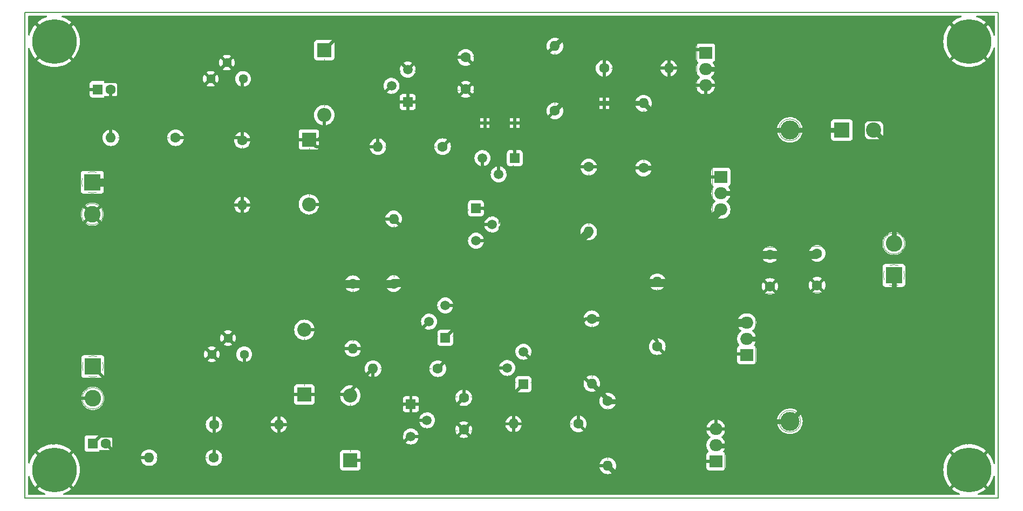
<source format=gbr>
%TF.GenerationSoftware,KiCad,Pcbnew,8.0.5*%
%TF.CreationDate,2024-09-18T11:17:40-07:00*%
%TF.ProjectId,Power_Amp_RevA,506f7765-725f-4416-9d70-5f526576412e,A*%
%TF.SameCoordinates,Original*%
%TF.FileFunction,Legend,Top*%
%TF.FilePolarity,Positive*%
%FSLAX46Y46*%
G04 Gerber Fmt 4.6, Leading zero omitted, Abs format (unit mm)*
G04 Created by KiCad (PCBNEW 8.0.5) date 2024-09-18 11:17:40*
%MOMM*%
%LPD*%
G01*
G04 APERTURE LIST*
%ADD10C,0.150000*%
%ADD11C,0.100000*%
%ADD12C,0.120000*%
%TA.AperFunction,ComponentPad*%
%ADD13C,1.600000*%
%TD*%
%TA.AperFunction,ComponentPad*%
%ADD14O,1.600000X1.600000*%
%TD*%
%TA.AperFunction,ComponentPad*%
%ADD15C,3.000000*%
%TD*%
%TA.AperFunction,ComponentPad*%
%ADD16C,7.000000*%
%TD*%
%TA.AperFunction,ComponentPad*%
%ADD17R,2.600000X2.600000*%
%TD*%
%TA.AperFunction,ComponentPad*%
%ADD18C,2.600000*%
%TD*%
%TA.AperFunction,ComponentPad*%
%ADD19R,1.600000X1.600000*%
%TD*%
%TA.AperFunction,ComponentPad*%
%ADD20R,2.000000X1.905000*%
%TD*%
%TA.AperFunction,ComponentPad*%
%ADD21O,2.000000X1.905000*%
%TD*%
%TA.AperFunction,ComponentPad*%
%ADD22R,1.500000X1.500000*%
%TD*%
%TA.AperFunction,ComponentPad*%
%ADD23C,1.500000*%
%TD*%
%TA.AperFunction,ComponentPad*%
%ADD24R,2.200000X2.200000*%
%TD*%
%TA.AperFunction,ComponentPad*%
%ADD25O,2.200000X2.200000*%
%TD*%
%TA.AperFunction,ComponentPad*%
%ADD26C,1.440000*%
%TD*%
%TA.AperFunction,ComponentPad*%
%ADD27R,2.400000X2.400000*%
%TD*%
%TA.AperFunction,ComponentPad*%
%ADD28C,2.400000*%
%TD*%
%TA.AperFunction,ViaPad*%
%ADD29C,0.600000*%
%TD*%
%TA.AperFunction,Conductor*%
%ADD30C,0.762000*%
%TD*%
%TA.AperFunction,Conductor*%
%ADD31C,0.508000*%
%TD*%
%TA.AperFunction,Conductor*%
%ADD32C,0.200000*%
%TD*%
%TA.AperFunction,Conductor*%
%ADD33C,1.270000*%
%TD*%
%ADD34C,1.600000*%
%ADD35O,1.600000X1.600000*%
%ADD36C,3.000000*%
%ADD37C,7.000000*%
%ADD38R,2.600000X2.600000*%
%ADD39C,2.600000*%
%ADD40R,1.600000X1.600000*%
%ADD41R,2.000000X1.905000*%
%ADD42O,2.000000X1.905000*%
%ADD43R,1.500000X1.500000*%
%ADD44C,1.500000*%
%ADD45R,2.200000X2.200000*%
%ADD46O,2.200000X2.200000*%
%ADD47C,1.440000*%
%ADD48R,2.400000X2.400000*%
%ADD49C,2.400000*%
%TA.AperFunction,Profile*%
%ADD50C,0.200000*%
%TD*%
G04 APERTURE END LIST*
D10*
X186594312Y-121376839D02*
X186641931Y-121233982D01*
X186641931Y-121233982D02*
X186641931Y-120995887D01*
X186641931Y-120995887D02*
X186594312Y-120900649D01*
X186594312Y-120900649D02*
X186546692Y-120853030D01*
X186546692Y-120853030D02*
X186451454Y-120805411D01*
X186451454Y-120805411D02*
X186356216Y-120805411D01*
X186356216Y-120805411D02*
X186260978Y-120853030D01*
X186260978Y-120853030D02*
X186213359Y-120900649D01*
X186213359Y-120900649D02*
X186165740Y-120995887D01*
X186165740Y-120995887D02*
X186118121Y-121186363D01*
X186118121Y-121186363D02*
X186070502Y-121281601D01*
X186070502Y-121281601D02*
X186022883Y-121329220D01*
X186022883Y-121329220D02*
X185927645Y-121376839D01*
X185927645Y-121376839D02*
X185832407Y-121376839D01*
X185832407Y-121376839D02*
X185737169Y-121329220D01*
X185737169Y-121329220D02*
X185689550Y-121281601D01*
X185689550Y-121281601D02*
X185641931Y-121186363D01*
X185641931Y-121186363D02*
X185641931Y-120948268D01*
X185641931Y-120948268D02*
X185689550Y-120805411D01*
X186356216Y-120424458D02*
X186356216Y-119948268D01*
X186641931Y-120519696D02*
X185641931Y-120186363D01*
X185641931Y-120186363D02*
X186641931Y-119853030D01*
X186641931Y-119519696D02*
X185641931Y-119519696D01*
X185641931Y-119519696D02*
X186641931Y-118948268D01*
X186641931Y-118948268D02*
X185641931Y-118948268D01*
X186641931Y-117710172D02*
X185641931Y-117710172D01*
X185641931Y-117710172D02*
X185641931Y-117472077D01*
X185641931Y-117472077D02*
X185689550Y-117329220D01*
X185689550Y-117329220D02*
X185784788Y-117233982D01*
X185784788Y-117233982D02*
X185880026Y-117186363D01*
X185880026Y-117186363D02*
X186070502Y-117138744D01*
X186070502Y-117138744D02*
X186213359Y-117138744D01*
X186213359Y-117138744D02*
X186403835Y-117186363D01*
X186403835Y-117186363D02*
X186499073Y-117233982D01*
X186499073Y-117233982D02*
X186594312Y-117329220D01*
X186594312Y-117329220D02*
X186641931Y-117472077D01*
X186641931Y-117472077D02*
X186641931Y-117710172D01*
X186641931Y-116710172D02*
X185641931Y-116710172D01*
X186118121Y-116233982D02*
X186118121Y-115900649D01*
X186641931Y-115757792D02*
X186641931Y-116233982D01*
X186641931Y-116233982D02*
X185641931Y-116233982D01*
X185641931Y-116233982D02*
X185641931Y-115757792D01*
X185689550Y-114805411D02*
X185641931Y-114900649D01*
X185641931Y-114900649D02*
X185641931Y-115043506D01*
X185641931Y-115043506D02*
X185689550Y-115186363D01*
X185689550Y-115186363D02*
X185784788Y-115281601D01*
X185784788Y-115281601D02*
X185880026Y-115329220D01*
X185880026Y-115329220D02*
X186070502Y-115376839D01*
X186070502Y-115376839D02*
X186213359Y-115376839D01*
X186213359Y-115376839D02*
X186403835Y-115329220D01*
X186403835Y-115329220D02*
X186499073Y-115281601D01*
X186499073Y-115281601D02*
X186594312Y-115186363D01*
X186594312Y-115186363D02*
X186641931Y-115043506D01*
X186641931Y-115043506D02*
X186641931Y-114948268D01*
X186641931Y-114948268D02*
X186594312Y-114805411D01*
X186594312Y-114805411D02*
X186546692Y-114757792D01*
X186546692Y-114757792D02*
X186213359Y-114757792D01*
X186213359Y-114757792D02*
X186213359Y-114948268D01*
X185641931Y-114138744D02*
X185641931Y-113948268D01*
X185641931Y-113948268D02*
X185689550Y-113853030D01*
X185689550Y-113853030D02*
X185784788Y-113757792D01*
X185784788Y-113757792D02*
X185975264Y-113710173D01*
X185975264Y-113710173D02*
X186308597Y-113710173D01*
X186308597Y-113710173D02*
X186499073Y-113757792D01*
X186499073Y-113757792D02*
X186594312Y-113853030D01*
X186594312Y-113853030D02*
X186641931Y-113948268D01*
X186641931Y-113948268D02*
X186641931Y-114138744D01*
X186641931Y-114138744D02*
X186594312Y-114233982D01*
X186594312Y-114233982D02*
X186499073Y-114329220D01*
X186499073Y-114329220D02*
X186308597Y-114376839D01*
X186308597Y-114376839D02*
X185975264Y-114376839D01*
X185975264Y-114376839D02*
X185784788Y-114329220D01*
X185784788Y-114329220D02*
X185689550Y-114233982D01*
X185689550Y-114233982D02*
X185641931Y-114138744D01*
X186594312Y-112567315D02*
X186641931Y-112424458D01*
X186641931Y-112424458D02*
X186641931Y-112186363D01*
X186641931Y-112186363D02*
X186594312Y-112091125D01*
X186594312Y-112091125D02*
X186546692Y-112043506D01*
X186546692Y-112043506D02*
X186451454Y-111995887D01*
X186451454Y-111995887D02*
X186356216Y-111995887D01*
X186356216Y-111995887D02*
X186260978Y-112043506D01*
X186260978Y-112043506D02*
X186213359Y-112091125D01*
X186213359Y-112091125D02*
X186165740Y-112186363D01*
X186165740Y-112186363D02*
X186118121Y-112376839D01*
X186118121Y-112376839D02*
X186070502Y-112472077D01*
X186070502Y-112472077D02*
X186022883Y-112519696D01*
X186022883Y-112519696D02*
X185927645Y-112567315D01*
X185927645Y-112567315D02*
X185832407Y-112567315D01*
X185832407Y-112567315D02*
X185737169Y-112519696D01*
X185737169Y-112519696D02*
X185689550Y-112472077D01*
X185689550Y-112472077D02*
X185641931Y-112376839D01*
X185641931Y-112376839D02*
X185641931Y-112138744D01*
X185641931Y-112138744D02*
X185689550Y-111995887D01*
X185641931Y-111710172D02*
X185641931Y-111138744D01*
X186641931Y-111424458D02*
X185641931Y-111424458D01*
X186356216Y-110853029D02*
X186356216Y-110376839D01*
X186641931Y-110948267D02*
X185641931Y-110614934D01*
X185641931Y-110614934D02*
X186641931Y-110281601D01*
X185641931Y-110091124D02*
X185641931Y-109519696D01*
X186641931Y-109805410D02*
X185641931Y-109805410D01*
X186118121Y-109186362D02*
X186118121Y-108853029D01*
X186641931Y-108710172D02*
X186641931Y-109186362D01*
X186641931Y-109186362D02*
X185641931Y-109186362D01*
X185641931Y-109186362D02*
X185641931Y-108710172D01*
X185641931Y-107519695D02*
X186451454Y-107519695D01*
X186451454Y-107519695D02*
X186546692Y-107472076D01*
X186546692Y-107472076D02*
X186594312Y-107424457D01*
X186594312Y-107424457D02*
X186641931Y-107329219D01*
X186641931Y-107329219D02*
X186641931Y-107138743D01*
X186641931Y-107138743D02*
X186594312Y-107043505D01*
X186594312Y-107043505D02*
X186546692Y-106995886D01*
X186546692Y-106995886D02*
X186451454Y-106948267D01*
X186451454Y-106948267D02*
X185641931Y-106948267D01*
X186641931Y-106472076D02*
X185641931Y-106472076D01*
X185641931Y-106472076D02*
X186641931Y-105900648D01*
X186641931Y-105900648D02*
X185641931Y-105900648D01*
X186641931Y-105424457D02*
X185641931Y-105424457D01*
X185641931Y-105091124D02*
X186641931Y-104757791D01*
X186641931Y-104757791D02*
X185641931Y-104424458D01*
X186118121Y-104091124D02*
X186118121Y-103757791D01*
X186641931Y-103614934D02*
X186641931Y-104091124D01*
X186641931Y-104091124D02*
X185641931Y-104091124D01*
X185641931Y-104091124D02*
X185641931Y-103614934D01*
X186641931Y-102614934D02*
X186165740Y-102948267D01*
X186641931Y-103186362D02*
X185641931Y-103186362D01*
X185641931Y-103186362D02*
X185641931Y-102805410D01*
X185641931Y-102805410D02*
X185689550Y-102710172D01*
X185689550Y-102710172D02*
X185737169Y-102662553D01*
X185737169Y-102662553D02*
X185832407Y-102614934D01*
X185832407Y-102614934D02*
X185975264Y-102614934D01*
X185975264Y-102614934D02*
X186070502Y-102662553D01*
X186070502Y-102662553D02*
X186118121Y-102710172D01*
X186118121Y-102710172D02*
X186165740Y-102805410D01*
X186165740Y-102805410D02*
X186165740Y-103186362D01*
X186594312Y-102233981D02*
X186641931Y-102091124D01*
X186641931Y-102091124D02*
X186641931Y-101853029D01*
X186641931Y-101853029D02*
X186594312Y-101757791D01*
X186594312Y-101757791D02*
X186546692Y-101710172D01*
X186546692Y-101710172D02*
X186451454Y-101662553D01*
X186451454Y-101662553D02*
X186356216Y-101662553D01*
X186356216Y-101662553D02*
X186260978Y-101710172D01*
X186260978Y-101710172D02*
X186213359Y-101757791D01*
X186213359Y-101757791D02*
X186165740Y-101853029D01*
X186165740Y-101853029D02*
X186118121Y-102043505D01*
X186118121Y-102043505D02*
X186070502Y-102138743D01*
X186070502Y-102138743D02*
X186022883Y-102186362D01*
X186022883Y-102186362D02*
X185927645Y-102233981D01*
X185927645Y-102233981D02*
X185832407Y-102233981D01*
X185832407Y-102233981D02*
X185737169Y-102186362D01*
X185737169Y-102186362D02*
X185689550Y-102138743D01*
X185689550Y-102138743D02*
X185641931Y-102043505D01*
X185641931Y-102043505D02*
X185641931Y-101805410D01*
X185641931Y-101805410D02*
X185689550Y-101662553D01*
X186641931Y-101233981D02*
X185641931Y-101233981D01*
X185641931Y-100900648D02*
X185641931Y-100329220D01*
X186641931Y-100614934D02*
X185641931Y-100614934D01*
X186165740Y-99805410D02*
X186641931Y-99805410D01*
X185641931Y-100138743D02*
X186165740Y-99805410D01*
X186165740Y-99805410D02*
X185641931Y-99472077D01*
X186546692Y-97805410D02*
X186594312Y-97853029D01*
X186594312Y-97853029D02*
X186641931Y-97995886D01*
X186641931Y-97995886D02*
X186641931Y-98091124D01*
X186641931Y-98091124D02*
X186594312Y-98233981D01*
X186594312Y-98233981D02*
X186499073Y-98329219D01*
X186499073Y-98329219D02*
X186403835Y-98376838D01*
X186403835Y-98376838D02*
X186213359Y-98424457D01*
X186213359Y-98424457D02*
X186070502Y-98424457D01*
X186070502Y-98424457D02*
X185880026Y-98376838D01*
X185880026Y-98376838D02*
X185784788Y-98329219D01*
X185784788Y-98329219D02*
X185689550Y-98233981D01*
X185689550Y-98233981D02*
X185641931Y-98091124D01*
X185641931Y-98091124D02*
X185641931Y-97995886D01*
X185641931Y-97995886D02*
X185689550Y-97853029D01*
X185689550Y-97853029D02*
X185737169Y-97805410D01*
X185641931Y-97186362D02*
X185641931Y-96995886D01*
X185641931Y-96995886D02*
X185689550Y-96900648D01*
X185689550Y-96900648D02*
X185784788Y-96805410D01*
X185784788Y-96805410D02*
X185975264Y-96757791D01*
X185975264Y-96757791D02*
X186308597Y-96757791D01*
X186308597Y-96757791D02*
X186499073Y-96805410D01*
X186499073Y-96805410D02*
X186594312Y-96900648D01*
X186594312Y-96900648D02*
X186641931Y-96995886D01*
X186641931Y-96995886D02*
X186641931Y-97186362D01*
X186641931Y-97186362D02*
X186594312Y-97281600D01*
X186594312Y-97281600D02*
X186499073Y-97376838D01*
X186499073Y-97376838D02*
X186308597Y-97424457D01*
X186308597Y-97424457D02*
X185975264Y-97424457D01*
X185975264Y-97424457D02*
X185784788Y-97376838D01*
X185784788Y-97376838D02*
X185689550Y-97281600D01*
X185689550Y-97281600D02*
X185641931Y-97186362D01*
X186641931Y-95853029D02*
X186641931Y-96329219D01*
X186641931Y-96329219D02*
X185641931Y-96329219D01*
X186641931Y-95043505D02*
X186641931Y-95519695D01*
X186641931Y-95519695D02*
X185641931Y-95519695D01*
X186118121Y-94710171D02*
X186118121Y-94376838D01*
X186641931Y-94233981D02*
X186641931Y-94710171D01*
X186641931Y-94710171D02*
X185641931Y-94710171D01*
X185641931Y-94710171D02*
X185641931Y-94233981D01*
X185689550Y-93281600D02*
X185641931Y-93376838D01*
X185641931Y-93376838D02*
X185641931Y-93519695D01*
X185641931Y-93519695D02*
X185689550Y-93662552D01*
X185689550Y-93662552D02*
X185784788Y-93757790D01*
X185784788Y-93757790D02*
X185880026Y-93805409D01*
X185880026Y-93805409D02*
X186070502Y-93853028D01*
X186070502Y-93853028D02*
X186213359Y-93853028D01*
X186213359Y-93853028D02*
X186403835Y-93805409D01*
X186403835Y-93805409D02*
X186499073Y-93757790D01*
X186499073Y-93757790D02*
X186594312Y-93662552D01*
X186594312Y-93662552D02*
X186641931Y-93519695D01*
X186641931Y-93519695D02*
X186641931Y-93424457D01*
X186641931Y-93424457D02*
X186594312Y-93281600D01*
X186594312Y-93281600D02*
X186546692Y-93233981D01*
X186546692Y-93233981D02*
X186213359Y-93233981D01*
X186213359Y-93233981D02*
X186213359Y-93424457D01*
X186118121Y-92805409D02*
X186118121Y-92472076D01*
X186641931Y-92329219D02*
X186641931Y-92805409D01*
X186641931Y-92805409D02*
X185641931Y-92805409D01*
X185641931Y-92805409D02*
X185641931Y-92329219D01*
X185641931Y-90948266D02*
X185641931Y-90757790D01*
X185641931Y-90757790D02*
X185689550Y-90662552D01*
X185689550Y-90662552D02*
X185784788Y-90567314D01*
X185784788Y-90567314D02*
X185975264Y-90519695D01*
X185975264Y-90519695D02*
X186308597Y-90519695D01*
X186308597Y-90519695D02*
X186499073Y-90567314D01*
X186499073Y-90567314D02*
X186594312Y-90662552D01*
X186594312Y-90662552D02*
X186641931Y-90757790D01*
X186641931Y-90757790D02*
X186641931Y-90948266D01*
X186641931Y-90948266D02*
X186594312Y-91043504D01*
X186594312Y-91043504D02*
X186499073Y-91138742D01*
X186499073Y-91138742D02*
X186308597Y-91186361D01*
X186308597Y-91186361D02*
X185975264Y-91186361D01*
X185975264Y-91186361D02*
X185784788Y-91138742D01*
X185784788Y-91138742D02*
X185689550Y-91043504D01*
X185689550Y-91043504D02*
X185641931Y-90948266D01*
X186118121Y-89757790D02*
X186118121Y-90091123D01*
X186641931Y-90091123D02*
X185641931Y-90091123D01*
X185641931Y-90091123D02*
X185641931Y-89614933D01*
X186118121Y-88472075D02*
X186118121Y-88138742D01*
X186641931Y-87995885D02*
X186641931Y-88472075D01*
X186641931Y-88472075D02*
X185641931Y-88472075D01*
X185641931Y-88472075D02*
X185641931Y-87995885D01*
X186641931Y-87567313D02*
X185641931Y-87567313D01*
X185641931Y-87567313D02*
X186641931Y-86995885D01*
X186641931Y-86995885D02*
X185641931Y-86995885D01*
X185689550Y-85995885D02*
X185641931Y-86091123D01*
X185641931Y-86091123D02*
X185641931Y-86233980D01*
X185641931Y-86233980D02*
X185689550Y-86376837D01*
X185689550Y-86376837D02*
X185784788Y-86472075D01*
X185784788Y-86472075D02*
X185880026Y-86519694D01*
X185880026Y-86519694D02*
X186070502Y-86567313D01*
X186070502Y-86567313D02*
X186213359Y-86567313D01*
X186213359Y-86567313D02*
X186403835Y-86519694D01*
X186403835Y-86519694D02*
X186499073Y-86472075D01*
X186499073Y-86472075D02*
X186594312Y-86376837D01*
X186594312Y-86376837D02*
X186641931Y-86233980D01*
X186641931Y-86233980D02*
X186641931Y-86138742D01*
X186641931Y-86138742D02*
X186594312Y-85995885D01*
X186594312Y-85995885D02*
X186546692Y-85948266D01*
X186546692Y-85948266D02*
X186213359Y-85948266D01*
X186213359Y-85948266D02*
X186213359Y-86138742D01*
X186641931Y-85519694D02*
X185641931Y-85519694D01*
X186641931Y-85043504D02*
X185641931Y-85043504D01*
X185641931Y-85043504D02*
X186641931Y-84472076D01*
X186641931Y-84472076D02*
X185641931Y-84472076D01*
X186118121Y-83995885D02*
X186118121Y-83662552D01*
X186641931Y-83519695D02*
X186641931Y-83995885D01*
X186641931Y-83995885D02*
X185641931Y-83995885D01*
X185641931Y-83995885D02*
X185641931Y-83519695D01*
X186118121Y-83091123D02*
X186118121Y-82757790D01*
X186641931Y-82614933D02*
X186641931Y-83091123D01*
X186641931Y-83091123D02*
X185641931Y-83091123D01*
X185641931Y-83091123D02*
X185641931Y-82614933D01*
X186641931Y-81614933D02*
X186165740Y-81948266D01*
X186641931Y-82186361D02*
X185641931Y-82186361D01*
X185641931Y-82186361D02*
X185641931Y-81805409D01*
X185641931Y-81805409D02*
X185689550Y-81710171D01*
X185689550Y-81710171D02*
X185737169Y-81662552D01*
X185737169Y-81662552D02*
X185832407Y-81614933D01*
X185832407Y-81614933D02*
X185975264Y-81614933D01*
X185975264Y-81614933D02*
X186070502Y-81662552D01*
X186070502Y-81662552D02*
X186118121Y-81710171D01*
X186118121Y-81710171D02*
X186165740Y-81805409D01*
X186165740Y-81805409D02*
X186165740Y-82186361D01*
X186641931Y-81186361D02*
X185641931Y-81186361D01*
X186641931Y-80710171D02*
X185641931Y-80710171D01*
X185641931Y-80710171D02*
X186641931Y-80138743D01*
X186641931Y-80138743D02*
X185641931Y-80138743D01*
X185689550Y-79138743D02*
X185641931Y-79233981D01*
X185641931Y-79233981D02*
X185641931Y-79376838D01*
X185641931Y-79376838D02*
X185689550Y-79519695D01*
X185689550Y-79519695D02*
X185784788Y-79614933D01*
X185784788Y-79614933D02*
X185880026Y-79662552D01*
X185880026Y-79662552D02*
X186070502Y-79710171D01*
X186070502Y-79710171D02*
X186213359Y-79710171D01*
X186213359Y-79710171D02*
X186403835Y-79662552D01*
X186403835Y-79662552D02*
X186499073Y-79614933D01*
X186499073Y-79614933D02*
X186594312Y-79519695D01*
X186594312Y-79519695D02*
X186641931Y-79376838D01*
X186641931Y-79376838D02*
X186641931Y-79281600D01*
X186641931Y-79281600D02*
X186594312Y-79138743D01*
X186594312Y-79138743D02*
X186546692Y-79091124D01*
X186546692Y-79091124D02*
X186213359Y-79091124D01*
X186213359Y-79091124D02*
X186213359Y-79281600D01*
X188251875Y-121329220D02*
X187251875Y-121329220D01*
X187251875Y-121329220D02*
X187251875Y-121091125D01*
X187251875Y-121091125D02*
X187299494Y-120948268D01*
X187299494Y-120948268D02*
X187394732Y-120853030D01*
X187394732Y-120853030D02*
X187489970Y-120805411D01*
X187489970Y-120805411D02*
X187680446Y-120757792D01*
X187680446Y-120757792D02*
X187823303Y-120757792D01*
X187823303Y-120757792D02*
X188013779Y-120805411D01*
X188013779Y-120805411D02*
X188109017Y-120853030D01*
X188109017Y-120853030D02*
X188204256Y-120948268D01*
X188204256Y-120948268D02*
X188251875Y-121091125D01*
X188251875Y-121091125D02*
X188251875Y-121329220D01*
X187728065Y-120329220D02*
X187728065Y-119995887D01*
X188251875Y-119853030D02*
X188251875Y-120329220D01*
X188251875Y-120329220D02*
X187251875Y-120329220D01*
X187251875Y-120329220D02*
X187251875Y-119853030D01*
X188251875Y-119424458D02*
X187251875Y-119424458D01*
X187251875Y-119424458D02*
X187251875Y-119043506D01*
X187251875Y-119043506D02*
X187299494Y-118948268D01*
X187299494Y-118948268D02*
X187347113Y-118900649D01*
X187347113Y-118900649D02*
X187442351Y-118853030D01*
X187442351Y-118853030D02*
X187585208Y-118853030D01*
X187585208Y-118853030D02*
X187680446Y-118900649D01*
X187680446Y-118900649D02*
X187728065Y-118948268D01*
X187728065Y-118948268D02*
X187775684Y-119043506D01*
X187775684Y-119043506D02*
X187775684Y-119424458D01*
X187966160Y-118472077D02*
X187966160Y-117995887D01*
X188251875Y-118567315D02*
X187251875Y-118233982D01*
X187251875Y-118233982D02*
X188251875Y-117900649D01*
X188251875Y-116995887D02*
X187775684Y-117329220D01*
X188251875Y-117567315D02*
X187251875Y-117567315D01*
X187251875Y-117567315D02*
X187251875Y-117186363D01*
X187251875Y-117186363D02*
X187299494Y-117091125D01*
X187299494Y-117091125D02*
X187347113Y-117043506D01*
X187347113Y-117043506D02*
X187442351Y-116995887D01*
X187442351Y-116995887D02*
X187585208Y-116995887D01*
X187585208Y-116995887D02*
X187680446Y-117043506D01*
X187680446Y-117043506D02*
X187728065Y-117091125D01*
X187728065Y-117091125D02*
X187775684Y-117186363D01*
X187775684Y-117186363D02*
X187775684Y-117567315D01*
X187251875Y-116710172D02*
X187251875Y-116138744D01*
X188251875Y-116424458D02*
X187251875Y-116424458D01*
X188251875Y-115805410D02*
X187251875Y-115805410D01*
X187251875Y-115805410D02*
X187966160Y-115472077D01*
X187966160Y-115472077D02*
X187251875Y-115138744D01*
X187251875Y-115138744D02*
X188251875Y-115138744D01*
X187728065Y-114662553D02*
X187728065Y-114329220D01*
X188251875Y-114186363D02*
X188251875Y-114662553D01*
X188251875Y-114662553D02*
X187251875Y-114662553D01*
X187251875Y-114662553D02*
X187251875Y-114186363D01*
X188251875Y-113757791D02*
X187251875Y-113757791D01*
X187251875Y-113757791D02*
X188251875Y-113186363D01*
X188251875Y-113186363D02*
X187251875Y-113186363D01*
X187251875Y-112853029D02*
X187251875Y-112281601D01*
X188251875Y-112567315D02*
X187251875Y-112567315D01*
X187251875Y-110995886D02*
X187251875Y-110805410D01*
X187251875Y-110805410D02*
X187299494Y-110710172D01*
X187299494Y-110710172D02*
X187394732Y-110614934D01*
X187394732Y-110614934D02*
X187585208Y-110567315D01*
X187585208Y-110567315D02*
X187918541Y-110567315D01*
X187918541Y-110567315D02*
X188109017Y-110614934D01*
X188109017Y-110614934D02*
X188204256Y-110710172D01*
X188204256Y-110710172D02*
X188251875Y-110805410D01*
X188251875Y-110805410D02*
X188251875Y-110995886D01*
X188251875Y-110995886D02*
X188204256Y-111091124D01*
X188204256Y-111091124D02*
X188109017Y-111186362D01*
X188109017Y-111186362D02*
X187918541Y-111233981D01*
X187918541Y-111233981D02*
X187585208Y-111233981D01*
X187585208Y-111233981D02*
X187394732Y-111186362D01*
X187394732Y-111186362D02*
X187299494Y-111091124D01*
X187299494Y-111091124D02*
X187251875Y-110995886D01*
X187728065Y-109805410D02*
X187728065Y-110138743D01*
X188251875Y-110138743D02*
X187251875Y-110138743D01*
X187251875Y-110138743D02*
X187251875Y-109662553D01*
X187728065Y-108519695D02*
X187728065Y-108186362D01*
X188251875Y-108043505D02*
X188251875Y-108519695D01*
X188251875Y-108519695D02*
X187251875Y-108519695D01*
X187251875Y-108519695D02*
X187251875Y-108043505D01*
X188251875Y-107138743D02*
X188251875Y-107614933D01*
X188251875Y-107614933D02*
X187251875Y-107614933D01*
X187728065Y-106805409D02*
X187728065Y-106472076D01*
X188251875Y-106329219D02*
X188251875Y-106805409D01*
X188251875Y-106805409D02*
X187251875Y-106805409D01*
X187251875Y-106805409D02*
X187251875Y-106329219D01*
X188156636Y-105329219D02*
X188204256Y-105376838D01*
X188204256Y-105376838D02*
X188251875Y-105519695D01*
X188251875Y-105519695D02*
X188251875Y-105614933D01*
X188251875Y-105614933D02*
X188204256Y-105757790D01*
X188204256Y-105757790D02*
X188109017Y-105853028D01*
X188109017Y-105853028D02*
X188013779Y-105900647D01*
X188013779Y-105900647D02*
X187823303Y-105948266D01*
X187823303Y-105948266D02*
X187680446Y-105948266D01*
X187680446Y-105948266D02*
X187489970Y-105900647D01*
X187489970Y-105900647D02*
X187394732Y-105853028D01*
X187394732Y-105853028D02*
X187299494Y-105757790D01*
X187299494Y-105757790D02*
X187251875Y-105614933D01*
X187251875Y-105614933D02*
X187251875Y-105519695D01*
X187251875Y-105519695D02*
X187299494Y-105376838D01*
X187299494Y-105376838D02*
X187347113Y-105329219D01*
X187251875Y-105043504D02*
X187251875Y-104472076D01*
X188251875Y-104757790D02*
X187251875Y-104757790D01*
X188251875Y-103567314D02*
X187775684Y-103900647D01*
X188251875Y-104138742D02*
X187251875Y-104138742D01*
X187251875Y-104138742D02*
X187251875Y-103757790D01*
X187251875Y-103757790D02*
X187299494Y-103662552D01*
X187299494Y-103662552D02*
X187347113Y-103614933D01*
X187347113Y-103614933D02*
X187442351Y-103567314D01*
X187442351Y-103567314D02*
X187585208Y-103567314D01*
X187585208Y-103567314D02*
X187680446Y-103614933D01*
X187680446Y-103614933D02*
X187728065Y-103662552D01*
X187728065Y-103662552D02*
X187775684Y-103757790D01*
X187775684Y-103757790D02*
X187775684Y-104138742D01*
X188251875Y-103138742D02*
X187251875Y-103138742D01*
X188156636Y-102091124D02*
X188204256Y-102138743D01*
X188204256Y-102138743D02*
X188251875Y-102281600D01*
X188251875Y-102281600D02*
X188251875Y-102376838D01*
X188251875Y-102376838D02*
X188204256Y-102519695D01*
X188204256Y-102519695D02*
X188109017Y-102614933D01*
X188109017Y-102614933D02*
X188013779Y-102662552D01*
X188013779Y-102662552D02*
X187823303Y-102710171D01*
X187823303Y-102710171D02*
X187680446Y-102710171D01*
X187680446Y-102710171D02*
X187489970Y-102662552D01*
X187489970Y-102662552D02*
X187394732Y-102614933D01*
X187394732Y-102614933D02*
X187299494Y-102519695D01*
X187299494Y-102519695D02*
X187251875Y-102376838D01*
X187251875Y-102376838D02*
X187251875Y-102281600D01*
X187251875Y-102281600D02*
X187299494Y-102138743D01*
X187299494Y-102138743D02*
X187347113Y-102091124D01*
X187966160Y-101710171D02*
X187966160Y-101233981D01*
X188251875Y-101805409D02*
X187251875Y-101472076D01*
X187251875Y-101472076D02*
X188251875Y-101138743D01*
X188251875Y-100329219D02*
X188251875Y-100805409D01*
X188251875Y-100805409D02*
X187251875Y-100805409D01*
X188251875Y-98424456D02*
X188251875Y-98472076D01*
X188251875Y-98472076D02*
X188204256Y-98567314D01*
X188204256Y-98567314D02*
X188061398Y-98710171D01*
X188061398Y-98710171D02*
X187775684Y-98948266D01*
X187775684Y-98948266D02*
X187632827Y-99043504D01*
X187632827Y-99043504D02*
X187489970Y-99091123D01*
X187489970Y-99091123D02*
X187394732Y-99091123D01*
X187394732Y-99091123D02*
X187299494Y-99043504D01*
X187299494Y-99043504D02*
X187251875Y-98948266D01*
X187251875Y-98948266D02*
X187251875Y-98900647D01*
X187251875Y-98900647D02*
X187299494Y-98805409D01*
X187299494Y-98805409D02*
X187394732Y-98757790D01*
X187394732Y-98757790D02*
X187442351Y-98757790D01*
X187442351Y-98757790D02*
X187537589Y-98805409D01*
X187537589Y-98805409D02*
X187585208Y-98853028D01*
X187585208Y-98853028D02*
X187775684Y-99138742D01*
X187775684Y-99138742D02*
X187823303Y-99186361D01*
X187823303Y-99186361D02*
X187918541Y-99233980D01*
X187918541Y-99233980D02*
X188061398Y-99233980D01*
X188061398Y-99233980D02*
X188156636Y-99186361D01*
X188156636Y-99186361D02*
X188204256Y-99138742D01*
X188204256Y-99138742D02*
X188251875Y-99043504D01*
X188251875Y-99043504D02*
X188251875Y-98900647D01*
X188251875Y-98900647D02*
X188204256Y-98805409D01*
X188204256Y-98805409D02*
X188156636Y-98757790D01*
X188156636Y-98757790D02*
X187966160Y-98614933D01*
X187966160Y-98614933D02*
X187823303Y-98567314D01*
X187823303Y-98567314D02*
X187728065Y-98567314D01*
X188156636Y-96662552D02*
X188204256Y-96710171D01*
X188204256Y-96710171D02*
X188251875Y-96853028D01*
X188251875Y-96853028D02*
X188251875Y-96948266D01*
X188251875Y-96948266D02*
X188204256Y-97091123D01*
X188204256Y-97091123D02*
X188109017Y-97186361D01*
X188109017Y-97186361D02*
X188013779Y-97233980D01*
X188013779Y-97233980D02*
X187823303Y-97281599D01*
X187823303Y-97281599D02*
X187680446Y-97281599D01*
X187680446Y-97281599D02*
X187489970Y-97233980D01*
X187489970Y-97233980D02*
X187394732Y-97186361D01*
X187394732Y-97186361D02*
X187299494Y-97091123D01*
X187299494Y-97091123D02*
X187251875Y-96948266D01*
X187251875Y-96948266D02*
X187251875Y-96853028D01*
X187251875Y-96853028D02*
X187299494Y-96710171D01*
X187299494Y-96710171D02*
X187347113Y-96662552D01*
X187251875Y-96043504D02*
X187251875Y-95853028D01*
X187251875Y-95853028D02*
X187299494Y-95757790D01*
X187299494Y-95757790D02*
X187394732Y-95662552D01*
X187394732Y-95662552D02*
X187585208Y-95614933D01*
X187585208Y-95614933D02*
X187918541Y-95614933D01*
X187918541Y-95614933D02*
X188109017Y-95662552D01*
X188109017Y-95662552D02*
X188204256Y-95757790D01*
X188204256Y-95757790D02*
X188251875Y-95853028D01*
X188251875Y-95853028D02*
X188251875Y-96043504D01*
X188251875Y-96043504D02*
X188204256Y-96138742D01*
X188204256Y-96138742D02*
X188109017Y-96233980D01*
X188109017Y-96233980D02*
X187918541Y-96281599D01*
X187918541Y-96281599D02*
X187585208Y-96281599D01*
X187585208Y-96281599D02*
X187394732Y-96233980D01*
X187394732Y-96233980D02*
X187299494Y-96138742D01*
X187299494Y-96138742D02*
X187251875Y-96043504D01*
X188251875Y-95186361D02*
X187251875Y-95186361D01*
X187251875Y-95186361D02*
X187966160Y-94853028D01*
X187966160Y-94853028D02*
X187251875Y-94519695D01*
X187251875Y-94519695D02*
X188251875Y-94519695D01*
X188251875Y-94043504D02*
X187251875Y-94043504D01*
X187251875Y-94043504D02*
X187251875Y-93662552D01*
X187251875Y-93662552D02*
X187299494Y-93567314D01*
X187299494Y-93567314D02*
X187347113Y-93519695D01*
X187347113Y-93519695D02*
X187442351Y-93472076D01*
X187442351Y-93472076D02*
X187585208Y-93472076D01*
X187585208Y-93472076D02*
X187680446Y-93519695D01*
X187680446Y-93519695D02*
X187728065Y-93567314D01*
X187728065Y-93567314D02*
X187775684Y-93662552D01*
X187775684Y-93662552D02*
X187775684Y-94043504D01*
X187251875Y-93043504D02*
X188061398Y-93043504D01*
X188061398Y-93043504D02*
X188156636Y-92995885D01*
X188156636Y-92995885D02*
X188204256Y-92948266D01*
X188204256Y-92948266D02*
X188251875Y-92853028D01*
X188251875Y-92853028D02*
X188251875Y-92662552D01*
X188251875Y-92662552D02*
X188204256Y-92567314D01*
X188204256Y-92567314D02*
X188156636Y-92519695D01*
X188156636Y-92519695D02*
X188061398Y-92472076D01*
X188061398Y-92472076D02*
X187251875Y-92472076D01*
X187251875Y-92138742D02*
X187251875Y-91567314D01*
X188251875Y-91853028D02*
X187251875Y-91853028D01*
X187728065Y-91233980D02*
X187728065Y-90900647D01*
X188251875Y-90757790D02*
X188251875Y-91233980D01*
X188251875Y-91233980D02*
X187251875Y-91233980D01*
X187251875Y-91233980D02*
X187251875Y-90757790D01*
X188251875Y-89757790D02*
X187775684Y-90091123D01*
X188251875Y-90329218D02*
X187251875Y-90329218D01*
X187251875Y-90329218D02*
X187251875Y-89948266D01*
X187251875Y-89948266D02*
X187299494Y-89853028D01*
X187299494Y-89853028D02*
X187347113Y-89805409D01*
X187347113Y-89805409D02*
X187442351Y-89757790D01*
X187442351Y-89757790D02*
X187585208Y-89757790D01*
X187585208Y-89757790D02*
X187680446Y-89805409D01*
X187680446Y-89805409D02*
X187728065Y-89853028D01*
X187728065Y-89853028D02*
X187775684Y-89948266D01*
X187775684Y-89948266D02*
X187775684Y-90329218D01*
X187728065Y-88567313D02*
X187728065Y-88233980D01*
X188251875Y-88091123D02*
X188251875Y-88567313D01*
X188251875Y-88567313D02*
X187251875Y-88567313D01*
X187251875Y-88567313D02*
X187251875Y-88091123D01*
X188251875Y-87662551D02*
X187251875Y-87662551D01*
X187251875Y-87662551D02*
X188251875Y-87091123D01*
X188251875Y-87091123D02*
X187251875Y-87091123D01*
X187299494Y-86091123D02*
X187251875Y-86186361D01*
X187251875Y-86186361D02*
X187251875Y-86329218D01*
X187251875Y-86329218D02*
X187299494Y-86472075D01*
X187299494Y-86472075D02*
X187394732Y-86567313D01*
X187394732Y-86567313D02*
X187489970Y-86614932D01*
X187489970Y-86614932D02*
X187680446Y-86662551D01*
X187680446Y-86662551D02*
X187823303Y-86662551D01*
X187823303Y-86662551D02*
X188013779Y-86614932D01*
X188013779Y-86614932D02*
X188109017Y-86567313D01*
X188109017Y-86567313D02*
X188204256Y-86472075D01*
X188204256Y-86472075D02*
X188251875Y-86329218D01*
X188251875Y-86329218D02*
X188251875Y-86233980D01*
X188251875Y-86233980D02*
X188204256Y-86091123D01*
X188204256Y-86091123D02*
X188156636Y-86043504D01*
X188156636Y-86043504D02*
X187823303Y-86043504D01*
X187823303Y-86043504D02*
X187823303Y-86233980D01*
X188251875Y-85614932D02*
X187251875Y-85614932D01*
X188251875Y-85138742D02*
X187251875Y-85138742D01*
X187251875Y-85138742D02*
X188251875Y-84567314D01*
X188251875Y-84567314D02*
X187251875Y-84567314D01*
X187728065Y-84091123D02*
X187728065Y-83757790D01*
X188251875Y-83614933D02*
X188251875Y-84091123D01*
X188251875Y-84091123D02*
X187251875Y-84091123D01*
X187251875Y-84091123D02*
X187251875Y-83614933D01*
X187728065Y-83186361D02*
X187728065Y-82853028D01*
X188251875Y-82710171D02*
X188251875Y-83186361D01*
X188251875Y-83186361D02*
X187251875Y-83186361D01*
X187251875Y-83186361D02*
X187251875Y-82710171D01*
X188251875Y-81710171D02*
X187775684Y-82043504D01*
X188251875Y-82281599D02*
X187251875Y-82281599D01*
X187251875Y-82281599D02*
X187251875Y-81900647D01*
X187251875Y-81900647D02*
X187299494Y-81805409D01*
X187299494Y-81805409D02*
X187347113Y-81757790D01*
X187347113Y-81757790D02*
X187442351Y-81710171D01*
X187442351Y-81710171D02*
X187585208Y-81710171D01*
X187585208Y-81710171D02*
X187680446Y-81757790D01*
X187680446Y-81757790D02*
X187728065Y-81805409D01*
X187728065Y-81805409D02*
X187775684Y-81900647D01*
X187775684Y-81900647D02*
X187775684Y-82281599D01*
X188251875Y-81281599D02*
X187251875Y-81281599D01*
X188251875Y-80805409D02*
X187251875Y-80805409D01*
X187251875Y-80805409D02*
X188251875Y-80233981D01*
X188251875Y-80233981D02*
X187251875Y-80233981D01*
X187299494Y-79233981D02*
X187251875Y-79329219D01*
X187251875Y-79329219D02*
X187251875Y-79472076D01*
X187251875Y-79472076D02*
X187299494Y-79614933D01*
X187299494Y-79614933D02*
X187394732Y-79710171D01*
X187394732Y-79710171D02*
X187489970Y-79757790D01*
X187489970Y-79757790D02*
X187680446Y-79805409D01*
X187680446Y-79805409D02*
X187823303Y-79805409D01*
X187823303Y-79805409D02*
X188013779Y-79757790D01*
X188013779Y-79757790D02*
X188109017Y-79710171D01*
X188109017Y-79710171D02*
X188204256Y-79614933D01*
X188204256Y-79614933D02*
X188251875Y-79472076D01*
X188251875Y-79472076D02*
X188251875Y-79376838D01*
X188251875Y-79376838D02*
X188204256Y-79233981D01*
X188204256Y-79233981D02*
X188156636Y-79186362D01*
X188156636Y-79186362D02*
X187823303Y-79186362D01*
X187823303Y-79186362D02*
X187823303Y-79376838D01*
X188861819Y-121472077D02*
X188861819Y-120900649D01*
X189861819Y-121186363D02*
X188861819Y-121186363D01*
X189338009Y-120567315D02*
X189338009Y-120233982D01*
X189861819Y-120091125D02*
X189861819Y-120567315D01*
X189861819Y-120567315D02*
X188861819Y-120567315D01*
X188861819Y-120567315D02*
X188861819Y-120091125D01*
X189576104Y-119710172D02*
X189576104Y-119233982D01*
X189861819Y-119805410D02*
X188861819Y-119472077D01*
X188861819Y-119472077D02*
X189861819Y-119138744D01*
X189861819Y-118805410D02*
X188861819Y-118805410D01*
X188861819Y-118805410D02*
X189576104Y-118472077D01*
X189576104Y-118472077D02*
X188861819Y-118138744D01*
X188861819Y-118138744D02*
X189861819Y-118138744D01*
X189338009Y-116567315D02*
X189385628Y-116424458D01*
X189385628Y-116424458D02*
X189433247Y-116376839D01*
X189433247Y-116376839D02*
X189528485Y-116329220D01*
X189528485Y-116329220D02*
X189671342Y-116329220D01*
X189671342Y-116329220D02*
X189766580Y-116376839D01*
X189766580Y-116376839D02*
X189814200Y-116424458D01*
X189814200Y-116424458D02*
X189861819Y-116519696D01*
X189861819Y-116519696D02*
X189861819Y-116900648D01*
X189861819Y-116900648D02*
X188861819Y-116900648D01*
X188861819Y-116900648D02*
X188861819Y-116567315D01*
X188861819Y-116567315D02*
X188909438Y-116472077D01*
X188909438Y-116472077D02*
X188957057Y-116424458D01*
X188957057Y-116424458D02*
X189052295Y-116376839D01*
X189052295Y-116376839D02*
X189147533Y-116376839D01*
X189147533Y-116376839D02*
X189242771Y-116424458D01*
X189242771Y-116424458D02*
X189290390Y-116472077D01*
X189290390Y-116472077D02*
X189338009Y-116567315D01*
X189338009Y-116567315D02*
X189338009Y-116900648D01*
X188861819Y-115710172D02*
X188861819Y-115519696D01*
X188861819Y-115519696D02*
X188909438Y-115424458D01*
X188909438Y-115424458D02*
X189004676Y-115329220D01*
X189004676Y-115329220D02*
X189195152Y-115281601D01*
X189195152Y-115281601D02*
X189528485Y-115281601D01*
X189528485Y-115281601D02*
X189718961Y-115329220D01*
X189718961Y-115329220D02*
X189814200Y-115424458D01*
X189814200Y-115424458D02*
X189861819Y-115519696D01*
X189861819Y-115519696D02*
X189861819Y-115710172D01*
X189861819Y-115710172D02*
X189814200Y-115805410D01*
X189814200Y-115805410D02*
X189718961Y-115900648D01*
X189718961Y-115900648D02*
X189528485Y-115948267D01*
X189528485Y-115948267D02*
X189195152Y-115948267D01*
X189195152Y-115948267D02*
X189004676Y-115900648D01*
X189004676Y-115900648D02*
X188909438Y-115805410D01*
X188909438Y-115805410D02*
X188861819Y-115710172D01*
X188861819Y-114662553D02*
X188861819Y-114472077D01*
X188861819Y-114472077D02*
X188909438Y-114376839D01*
X188909438Y-114376839D02*
X189004676Y-114281601D01*
X189004676Y-114281601D02*
X189195152Y-114233982D01*
X189195152Y-114233982D02*
X189528485Y-114233982D01*
X189528485Y-114233982D02*
X189718961Y-114281601D01*
X189718961Y-114281601D02*
X189814200Y-114376839D01*
X189814200Y-114376839D02*
X189861819Y-114472077D01*
X189861819Y-114472077D02*
X189861819Y-114662553D01*
X189861819Y-114662553D02*
X189814200Y-114757791D01*
X189814200Y-114757791D02*
X189718961Y-114853029D01*
X189718961Y-114853029D02*
X189528485Y-114900648D01*
X189528485Y-114900648D02*
X189195152Y-114900648D01*
X189195152Y-114900648D02*
X189004676Y-114853029D01*
X189004676Y-114853029D02*
X188909438Y-114757791D01*
X188909438Y-114757791D02*
X188861819Y-114662553D01*
X189861819Y-113805410D02*
X188861819Y-113805410D01*
X188861819Y-113805410D02*
X189576104Y-113472077D01*
X189576104Y-113472077D02*
X188861819Y-113138744D01*
X188861819Y-113138744D02*
X189861819Y-113138744D01*
X189766580Y-112662553D02*
X189814200Y-112614934D01*
X189814200Y-112614934D02*
X189861819Y-112662553D01*
X189861819Y-112662553D02*
X189814200Y-112710172D01*
X189814200Y-112710172D02*
X189766580Y-112662553D01*
X189766580Y-112662553D02*
X189861819Y-112662553D01*
X189242771Y-112662553D02*
X189290390Y-112614934D01*
X189290390Y-112614934D02*
X189338009Y-112662553D01*
X189338009Y-112662553D02*
X189290390Y-112710172D01*
X189290390Y-112710172D02*
X189242771Y-112662553D01*
X189242771Y-112662553D02*
X189338009Y-112662553D01*
X189576104Y-111472077D02*
X189576104Y-110995887D01*
X189861819Y-111567315D02*
X188861819Y-111233982D01*
X188861819Y-111233982D02*
X189861819Y-110900649D01*
X189861819Y-110567315D02*
X188861819Y-110567315D01*
X188861819Y-110567315D02*
X189576104Y-110233982D01*
X189576104Y-110233982D02*
X188861819Y-109900649D01*
X188861819Y-109900649D02*
X189861819Y-109900649D01*
X189861819Y-109424458D02*
X188861819Y-109424458D01*
X188861819Y-109424458D02*
X188861819Y-109043506D01*
X188861819Y-109043506D02*
X188909438Y-108948268D01*
X188909438Y-108948268D02*
X188957057Y-108900649D01*
X188957057Y-108900649D02*
X189052295Y-108853030D01*
X189052295Y-108853030D02*
X189195152Y-108853030D01*
X189195152Y-108853030D02*
X189290390Y-108900649D01*
X189290390Y-108900649D02*
X189338009Y-108948268D01*
X189338009Y-108948268D02*
X189385628Y-109043506D01*
X189385628Y-109043506D02*
X189385628Y-109424458D01*
X189861819Y-107948268D02*
X189861819Y-108424458D01*
X189861819Y-108424458D02*
X188861819Y-108424458D01*
X189861819Y-107614934D02*
X188861819Y-107614934D01*
X189338009Y-106805411D02*
X189338009Y-107138744D01*
X189861819Y-107138744D02*
X188861819Y-107138744D01*
X188861819Y-107138744D02*
X188861819Y-106662554D01*
X189861819Y-106281601D02*
X188861819Y-106281601D01*
X189338009Y-105805411D02*
X189338009Y-105472078D01*
X189861819Y-105329221D02*
X189861819Y-105805411D01*
X189861819Y-105805411D02*
X188861819Y-105805411D01*
X188861819Y-105805411D02*
X188861819Y-105329221D01*
X189861819Y-104329221D02*
X189385628Y-104662554D01*
X189861819Y-104900649D02*
X188861819Y-104900649D01*
X188861819Y-104900649D02*
X188861819Y-104519697D01*
X188861819Y-104519697D02*
X188909438Y-104424459D01*
X188909438Y-104424459D02*
X188957057Y-104376840D01*
X188957057Y-104376840D02*
X189052295Y-104329221D01*
X189052295Y-104329221D02*
X189195152Y-104329221D01*
X189195152Y-104329221D02*
X189290390Y-104376840D01*
X189290390Y-104376840D02*
X189338009Y-104424459D01*
X189338009Y-104424459D02*
X189385628Y-104519697D01*
X189385628Y-104519697D02*
X189385628Y-104900649D01*
X189861819Y-103138744D02*
X188861819Y-103138744D01*
X188861819Y-103138744D02*
X189576104Y-102805411D01*
X189576104Y-102805411D02*
X188861819Y-102472078D01*
X188861819Y-102472078D02*
X189861819Y-102472078D01*
X188861819Y-101805411D02*
X188861819Y-101614935D01*
X188861819Y-101614935D02*
X188909438Y-101519697D01*
X188909438Y-101519697D02*
X189004676Y-101424459D01*
X189004676Y-101424459D02*
X189195152Y-101376840D01*
X189195152Y-101376840D02*
X189528485Y-101376840D01*
X189528485Y-101376840D02*
X189718961Y-101424459D01*
X189718961Y-101424459D02*
X189814200Y-101519697D01*
X189814200Y-101519697D02*
X189861819Y-101614935D01*
X189861819Y-101614935D02*
X189861819Y-101805411D01*
X189861819Y-101805411D02*
X189814200Y-101900649D01*
X189814200Y-101900649D02*
X189718961Y-101995887D01*
X189718961Y-101995887D02*
X189528485Y-102043506D01*
X189528485Y-102043506D02*
X189195152Y-102043506D01*
X189195152Y-102043506D02*
X189004676Y-101995887D01*
X189004676Y-101995887D02*
X188909438Y-101900649D01*
X188909438Y-101900649D02*
X188861819Y-101805411D01*
X189861819Y-100948268D02*
X188861819Y-100948268D01*
X188861819Y-100948268D02*
X188861819Y-100710173D01*
X188861819Y-100710173D02*
X188909438Y-100567316D01*
X188909438Y-100567316D02*
X189004676Y-100472078D01*
X189004676Y-100472078D02*
X189099914Y-100424459D01*
X189099914Y-100424459D02*
X189290390Y-100376840D01*
X189290390Y-100376840D02*
X189433247Y-100376840D01*
X189433247Y-100376840D02*
X189623723Y-100424459D01*
X189623723Y-100424459D02*
X189718961Y-100472078D01*
X189718961Y-100472078D02*
X189814200Y-100567316D01*
X189814200Y-100567316D02*
X189861819Y-100710173D01*
X189861819Y-100710173D02*
X189861819Y-100948268D01*
X188861819Y-99948268D02*
X189671342Y-99948268D01*
X189671342Y-99948268D02*
X189766580Y-99900649D01*
X189766580Y-99900649D02*
X189814200Y-99853030D01*
X189814200Y-99853030D02*
X189861819Y-99757792D01*
X189861819Y-99757792D02*
X189861819Y-99567316D01*
X189861819Y-99567316D02*
X189814200Y-99472078D01*
X189814200Y-99472078D02*
X189766580Y-99424459D01*
X189766580Y-99424459D02*
X189671342Y-99376840D01*
X189671342Y-99376840D02*
X188861819Y-99376840D01*
X189861819Y-98424459D02*
X189861819Y-98900649D01*
X189861819Y-98900649D02*
X188861819Y-98900649D01*
X189338009Y-98091125D02*
X189338009Y-97757792D01*
X189861819Y-97614935D02*
X189861819Y-98091125D01*
X189861819Y-98091125D02*
X188861819Y-98091125D01*
X188861819Y-98091125D02*
X188861819Y-97614935D01*
X189814200Y-97138744D02*
X189861819Y-97138744D01*
X189861819Y-97138744D02*
X189957057Y-97186363D01*
X189957057Y-97186363D02*
X190004676Y-97233982D01*
X189861819Y-95376840D02*
X189385628Y-95710173D01*
X189861819Y-95948268D02*
X188861819Y-95948268D01*
X188861819Y-95948268D02*
X188861819Y-95567316D01*
X188861819Y-95567316D02*
X188909438Y-95472078D01*
X188909438Y-95472078D02*
X188957057Y-95424459D01*
X188957057Y-95424459D02*
X189052295Y-95376840D01*
X189052295Y-95376840D02*
X189195152Y-95376840D01*
X189195152Y-95376840D02*
X189290390Y-95424459D01*
X189290390Y-95424459D02*
X189338009Y-95472078D01*
X189338009Y-95472078D02*
X189385628Y-95567316D01*
X189385628Y-95567316D02*
X189385628Y-95948268D01*
X189338009Y-94948268D02*
X189338009Y-94614935D01*
X189861819Y-94472078D02*
X189861819Y-94948268D01*
X189861819Y-94948268D02*
X188861819Y-94948268D01*
X188861819Y-94948268D02*
X188861819Y-94472078D01*
X188861819Y-94186363D02*
X189861819Y-93853030D01*
X189861819Y-93853030D02*
X188861819Y-93519697D01*
X189766580Y-93186363D02*
X189814200Y-93138744D01*
X189814200Y-93138744D02*
X189861819Y-93186363D01*
X189861819Y-93186363D02*
X189814200Y-93233982D01*
X189814200Y-93233982D02*
X189766580Y-93186363D01*
X189766580Y-93186363D02*
X189861819Y-93186363D01*
X189576104Y-91995887D02*
X189576104Y-91519697D01*
X189861819Y-92091125D02*
X188861819Y-91757792D01*
X188861819Y-91757792D02*
X189861819Y-91424459D01*
D11*
X42637524Y-90792693D02*
X42637524Y-90221265D01*
X42637524Y-90506979D02*
X43637524Y-90506979D01*
X43637524Y-90506979D02*
X43494667Y-90411741D01*
X43494667Y-90411741D02*
X43399429Y-90316503D01*
X43399429Y-90316503D02*
X43351810Y-90221265D01*
X43208953Y-91364122D02*
X43256572Y-91268884D01*
X43256572Y-91268884D02*
X43304191Y-91221265D01*
X43304191Y-91221265D02*
X43399429Y-91173646D01*
X43399429Y-91173646D02*
X43447048Y-91173646D01*
X43447048Y-91173646D02*
X43542286Y-91221265D01*
X43542286Y-91221265D02*
X43589905Y-91268884D01*
X43589905Y-91268884D02*
X43637524Y-91364122D01*
X43637524Y-91364122D02*
X43637524Y-91554598D01*
X43637524Y-91554598D02*
X43589905Y-91649836D01*
X43589905Y-91649836D02*
X43542286Y-91697455D01*
X43542286Y-91697455D02*
X43447048Y-91745074D01*
X43447048Y-91745074D02*
X43399429Y-91745074D01*
X43399429Y-91745074D02*
X43304191Y-91697455D01*
X43304191Y-91697455D02*
X43256572Y-91649836D01*
X43256572Y-91649836D02*
X43208953Y-91554598D01*
X43208953Y-91554598D02*
X43208953Y-91364122D01*
X43208953Y-91364122D02*
X43161334Y-91268884D01*
X43161334Y-91268884D02*
X43113715Y-91221265D01*
X43113715Y-91221265D02*
X43018477Y-91173646D01*
X43018477Y-91173646D02*
X42828001Y-91173646D01*
X42828001Y-91173646D02*
X42732763Y-91221265D01*
X42732763Y-91221265D02*
X42685144Y-91268884D01*
X42685144Y-91268884D02*
X42637524Y-91364122D01*
X42637524Y-91364122D02*
X42637524Y-91554598D01*
X42637524Y-91554598D02*
X42685144Y-91649836D01*
X42685144Y-91649836D02*
X42732763Y-91697455D01*
X42732763Y-91697455D02*
X42828001Y-91745074D01*
X42828001Y-91745074D02*
X43018477Y-91745074D01*
X43018477Y-91745074D02*
X43113715Y-91697455D01*
X43113715Y-91697455D02*
X43161334Y-91649836D01*
X43161334Y-91649836D02*
X43208953Y-91554598D01*
X43637524Y-92030789D02*
X42637524Y-92364122D01*
X42637524Y-92364122D02*
X43637524Y-92697455D01*
X41408533Y-90268884D02*
X41408533Y-91030789D01*
X41027580Y-90649836D02*
X41789485Y-90649836D01*
X41408533Y-92268884D02*
X41408533Y-93030789D01*
X182124800Y-108408734D02*
X182172419Y-108265877D01*
X182172419Y-108265877D02*
X182172419Y-108027782D01*
X182172419Y-108027782D02*
X182124800Y-107932544D01*
X182124800Y-107932544D02*
X182077180Y-107884925D01*
X182077180Y-107884925D02*
X181981942Y-107837306D01*
X181981942Y-107837306D02*
X181886704Y-107837306D01*
X181886704Y-107837306D02*
X181791466Y-107884925D01*
X181791466Y-107884925D02*
X181743847Y-107932544D01*
X181743847Y-107932544D02*
X181696228Y-108027782D01*
X181696228Y-108027782D02*
X181648609Y-108218258D01*
X181648609Y-108218258D02*
X181600990Y-108313496D01*
X181600990Y-108313496D02*
X181553371Y-108361115D01*
X181553371Y-108361115D02*
X181458133Y-108408734D01*
X181458133Y-108408734D02*
X181362895Y-108408734D01*
X181362895Y-108408734D02*
X181267657Y-108361115D01*
X181267657Y-108361115D02*
X181220038Y-108313496D01*
X181220038Y-108313496D02*
X181172419Y-108218258D01*
X181172419Y-108218258D02*
X181172419Y-107980163D01*
X181172419Y-107980163D02*
X181220038Y-107837306D01*
X181505752Y-107408734D02*
X182505752Y-107408734D01*
X181553371Y-107408734D02*
X181505752Y-107313496D01*
X181505752Y-107313496D02*
X181505752Y-107123020D01*
X181505752Y-107123020D02*
X181553371Y-107027782D01*
X181553371Y-107027782D02*
X181600990Y-106980163D01*
X181600990Y-106980163D02*
X181696228Y-106932544D01*
X181696228Y-106932544D02*
X181981942Y-106932544D01*
X181981942Y-106932544D02*
X182077180Y-106980163D01*
X182077180Y-106980163D02*
X182124800Y-107027782D01*
X182124800Y-107027782D02*
X182172419Y-107123020D01*
X182172419Y-107123020D02*
X182172419Y-107313496D01*
X182172419Y-107313496D02*
X182124800Y-107408734D01*
X182124800Y-106123020D02*
X182172419Y-106218258D01*
X182172419Y-106218258D02*
X182172419Y-106408734D01*
X182172419Y-106408734D02*
X182124800Y-106503972D01*
X182124800Y-106503972D02*
X182029561Y-106551591D01*
X182029561Y-106551591D02*
X181648609Y-106551591D01*
X181648609Y-106551591D02*
X181553371Y-106503972D01*
X181553371Y-106503972D02*
X181505752Y-106408734D01*
X181505752Y-106408734D02*
X181505752Y-106218258D01*
X181505752Y-106218258D02*
X181553371Y-106123020D01*
X181553371Y-106123020D02*
X181648609Y-106075401D01*
X181648609Y-106075401D02*
X181743847Y-106075401D01*
X181743847Y-106075401D02*
X181839085Y-106551591D01*
X182172419Y-105218258D02*
X181648609Y-105218258D01*
X181648609Y-105218258D02*
X181553371Y-105265877D01*
X181553371Y-105265877D02*
X181505752Y-105361115D01*
X181505752Y-105361115D02*
X181505752Y-105551591D01*
X181505752Y-105551591D02*
X181553371Y-105646829D01*
X182124800Y-105218258D02*
X182172419Y-105313496D01*
X182172419Y-105313496D02*
X182172419Y-105551591D01*
X182172419Y-105551591D02*
X182124800Y-105646829D01*
X182124800Y-105646829D02*
X182029561Y-105694448D01*
X182029561Y-105694448D02*
X181934323Y-105694448D01*
X181934323Y-105694448D02*
X181839085Y-105646829D01*
X181839085Y-105646829D02*
X181791466Y-105551591D01*
X181791466Y-105551591D02*
X181791466Y-105313496D01*
X181791466Y-105313496D02*
X181743847Y-105218258D01*
X182172419Y-104742067D02*
X181172419Y-104742067D01*
X181791466Y-104646829D02*
X182172419Y-104361115D01*
X181505752Y-104361115D02*
X181886704Y-104742067D01*
X182124800Y-103551591D02*
X182172419Y-103646829D01*
X182172419Y-103646829D02*
X182172419Y-103837305D01*
X182172419Y-103837305D02*
X182124800Y-103932543D01*
X182124800Y-103932543D02*
X182029561Y-103980162D01*
X182029561Y-103980162D02*
X181648609Y-103980162D01*
X181648609Y-103980162D02*
X181553371Y-103932543D01*
X181553371Y-103932543D02*
X181505752Y-103837305D01*
X181505752Y-103837305D02*
X181505752Y-103646829D01*
X181505752Y-103646829D02*
X181553371Y-103551591D01*
X181553371Y-103551591D02*
X181648609Y-103503972D01*
X181648609Y-103503972D02*
X181743847Y-103503972D01*
X181743847Y-103503972D02*
X181839085Y-103980162D01*
X182172419Y-103075400D02*
X181505752Y-103075400D01*
X181696228Y-103075400D02*
X181600990Y-103027781D01*
X181600990Y-103027781D02*
X181553371Y-102980162D01*
X181553371Y-102980162D02*
X181505752Y-102884924D01*
X181505752Y-102884924D02*
X181505752Y-102789686D01*
X182553371Y-101408733D02*
X182505752Y-101456352D01*
X182505752Y-101456352D02*
X182362895Y-101551590D01*
X182362895Y-101551590D02*
X182267657Y-101599209D01*
X182267657Y-101599209D02*
X182124800Y-101646828D01*
X182124800Y-101646828D02*
X181886704Y-101694447D01*
X181886704Y-101694447D02*
X181696228Y-101694447D01*
X181696228Y-101694447D02*
X181458133Y-101646828D01*
X181458133Y-101646828D02*
X181315276Y-101599209D01*
X181315276Y-101599209D02*
X181220038Y-101551590D01*
X181220038Y-101551590D02*
X181077180Y-101456352D01*
X181077180Y-101456352D02*
X181029561Y-101408733D01*
X181600990Y-100884923D02*
X181553371Y-100980161D01*
X181553371Y-100980161D02*
X181505752Y-101027780D01*
X181505752Y-101027780D02*
X181410514Y-101075399D01*
X181410514Y-101075399D02*
X181362895Y-101075399D01*
X181362895Y-101075399D02*
X181267657Y-101027780D01*
X181267657Y-101027780D02*
X181220038Y-100980161D01*
X181220038Y-100980161D02*
X181172419Y-100884923D01*
X181172419Y-100884923D02*
X181172419Y-100694447D01*
X181172419Y-100694447D02*
X181220038Y-100599209D01*
X181220038Y-100599209D02*
X181267657Y-100551590D01*
X181267657Y-100551590D02*
X181362895Y-100503971D01*
X181362895Y-100503971D02*
X181410514Y-100503971D01*
X181410514Y-100503971D02*
X181505752Y-100551590D01*
X181505752Y-100551590D02*
X181553371Y-100599209D01*
X181553371Y-100599209D02*
X181600990Y-100694447D01*
X181600990Y-100694447D02*
X181600990Y-100884923D01*
X181600990Y-100884923D02*
X181648609Y-100980161D01*
X181648609Y-100980161D02*
X181696228Y-101027780D01*
X181696228Y-101027780D02*
X181791466Y-101075399D01*
X181791466Y-101075399D02*
X181981942Y-101075399D01*
X181981942Y-101075399D02*
X182077180Y-101027780D01*
X182077180Y-101027780D02*
X182124800Y-100980161D01*
X182124800Y-100980161D02*
X182172419Y-100884923D01*
X182172419Y-100884923D02*
X182172419Y-100694447D01*
X182172419Y-100694447D02*
X182124800Y-100599209D01*
X182124800Y-100599209D02*
X182077180Y-100551590D01*
X182077180Y-100551590D02*
X181981942Y-100503971D01*
X181981942Y-100503971D02*
X181791466Y-100503971D01*
X181791466Y-100503971D02*
X181696228Y-100551590D01*
X181696228Y-100551590D02*
X181648609Y-100599209D01*
X181648609Y-100599209D02*
X181600990Y-100694447D01*
X181172419Y-99123018D02*
X181172419Y-98932542D01*
X181172419Y-98932542D02*
X181220038Y-98837304D01*
X181220038Y-98837304D02*
X181315276Y-98742066D01*
X181315276Y-98742066D02*
X181505752Y-98694447D01*
X181505752Y-98694447D02*
X181839085Y-98694447D01*
X181839085Y-98694447D02*
X182029561Y-98742066D01*
X182029561Y-98742066D02*
X182124800Y-98837304D01*
X182124800Y-98837304D02*
X182172419Y-98932542D01*
X182172419Y-98932542D02*
X182172419Y-99123018D01*
X182172419Y-99123018D02*
X182124800Y-99218256D01*
X182124800Y-99218256D02*
X182029561Y-99313494D01*
X182029561Y-99313494D02*
X181839085Y-99361113D01*
X181839085Y-99361113D02*
X181505752Y-99361113D01*
X181505752Y-99361113D02*
X181315276Y-99313494D01*
X181315276Y-99313494D02*
X181220038Y-99218256D01*
X181220038Y-99218256D02*
X181172419Y-99123018D01*
X182172419Y-98265875D02*
X181172419Y-98265875D01*
X182172419Y-97837304D02*
X181648609Y-97837304D01*
X181648609Y-97837304D02*
X181553371Y-97884923D01*
X181553371Y-97884923D02*
X181505752Y-97980161D01*
X181505752Y-97980161D02*
X181505752Y-98123018D01*
X181505752Y-98123018D02*
X181553371Y-98218256D01*
X181553371Y-98218256D02*
X181600990Y-98265875D01*
X182172419Y-97361113D02*
X181505752Y-97361113D01*
X181600990Y-97361113D02*
X181553371Y-97313494D01*
X181553371Y-97313494D02*
X181505752Y-97218256D01*
X181505752Y-97218256D02*
X181505752Y-97075399D01*
X181505752Y-97075399D02*
X181553371Y-96980161D01*
X181553371Y-96980161D02*
X181648609Y-96932542D01*
X181648609Y-96932542D02*
X182172419Y-96932542D01*
X181648609Y-96932542D02*
X181553371Y-96884923D01*
X181553371Y-96884923D02*
X181505752Y-96789685D01*
X181505752Y-96789685D02*
X181505752Y-96646828D01*
X181505752Y-96646828D02*
X181553371Y-96551589D01*
X181553371Y-96551589D02*
X181648609Y-96503970D01*
X181648609Y-96503970D02*
X182172419Y-96503970D01*
X182124800Y-96075399D02*
X182172419Y-95980161D01*
X182172419Y-95980161D02*
X182172419Y-95789685D01*
X182172419Y-95789685D02*
X182124800Y-95694447D01*
X182124800Y-95694447D02*
X182029561Y-95646828D01*
X182029561Y-95646828D02*
X181981942Y-95646828D01*
X181981942Y-95646828D02*
X181886704Y-95694447D01*
X181886704Y-95694447D02*
X181839085Y-95789685D01*
X181839085Y-95789685D02*
X181839085Y-95932542D01*
X181839085Y-95932542D02*
X181791466Y-96027780D01*
X181791466Y-96027780D02*
X181696228Y-96075399D01*
X181696228Y-96075399D02*
X181648609Y-96075399D01*
X181648609Y-96075399D02*
X181553371Y-96027780D01*
X181553371Y-96027780D02*
X181505752Y-95932542D01*
X181505752Y-95932542D02*
X181505752Y-95789685D01*
X181505752Y-95789685D02*
X181553371Y-95694447D01*
X182553371Y-95313494D02*
X182505752Y-95265875D01*
X182505752Y-95265875D02*
X182362895Y-95170637D01*
X182362895Y-95170637D02*
X182267657Y-95123018D01*
X182267657Y-95123018D02*
X182124800Y-95075399D01*
X182124800Y-95075399D02*
X181886704Y-95027780D01*
X181886704Y-95027780D02*
X181696228Y-95027780D01*
X181696228Y-95027780D02*
X181458133Y-95075399D01*
X181458133Y-95075399D02*
X181315276Y-95123018D01*
X181315276Y-95123018D02*
X181220038Y-95170637D01*
X181220038Y-95170637D02*
X181077180Y-95265875D01*
X181077180Y-95265875D02*
X181029561Y-95313494D01*
X42827580Y-118868884D02*
X43827580Y-118868884D01*
X43494247Y-119345074D02*
X42827580Y-119345074D01*
X43399009Y-119345074D02*
X43446628Y-119392693D01*
X43446628Y-119392693D02*
X43494247Y-119487931D01*
X43494247Y-119487931D02*
X43494247Y-119630788D01*
X43494247Y-119630788D02*
X43446628Y-119726026D01*
X43446628Y-119726026D02*
X43351390Y-119773645D01*
X43351390Y-119773645D02*
X42827580Y-119773645D01*
X43494247Y-120249836D02*
X42494247Y-120249836D01*
X43446628Y-120249836D02*
X43494247Y-120345074D01*
X43494247Y-120345074D02*
X43494247Y-120535550D01*
X43494247Y-120535550D02*
X43446628Y-120630788D01*
X43446628Y-120630788D02*
X43399009Y-120678407D01*
X43399009Y-120678407D02*
X43303771Y-120726026D01*
X43303771Y-120726026D02*
X43018057Y-120726026D01*
X43018057Y-120726026D02*
X42922819Y-120678407D01*
X42922819Y-120678407D02*
X42875200Y-120630788D01*
X42875200Y-120630788D02*
X42827580Y-120535550D01*
X42827580Y-120535550D02*
X42827580Y-120345074D01*
X42827580Y-120345074D02*
X42875200Y-120249836D01*
X43494247Y-121583169D02*
X42827580Y-121583169D01*
X43494247Y-121154598D02*
X42970438Y-121154598D01*
X42970438Y-121154598D02*
X42875200Y-121202217D01*
X42875200Y-121202217D02*
X42827580Y-121297455D01*
X42827580Y-121297455D02*
X42827580Y-121440312D01*
X42827580Y-121440312D02*
X42875200Y-121535550D01*
X42875200Y-121535550D02*
X42922819Y-121583169D01*
X43494247Y-121916503D02*
X43494247Y-122297455D01*
X43827580Y-122059360D02*
X42970438Y-122059360D01*
X42970438Y-122059360D02*
X42875200Y-122106979D01*
X42875200Y-122106979D02*
X42827580Y-122202217D01*
X42827580Y-122202217D02*
X42827580Y-122297455D01*
D10*
X73033333Y-125349819D02*
X72700000Y-124873628D01*
X72461905Y-125349819D02*
X72461905Y-124349819D01*
X72461905Y-124349819D02*
X72842857Y-124349819D01*
X72842857Y-124349819D02*
X72938095Y-124397438D01*
X72938095Y-124397438D02*
X72985714Y-124445057D01*
X72985714Y-124445057D02*
X73033333Y-124540295D01*
X73033333Y-124540295D02*
X73033333Y-124683152D01*
X73033333Y-124683152D02*
X72985714Y-124778390D01*
X72985714Y-124778390D02*
X72938095Y-124826009D01*
X72938095Y-124826009D02*
X72842857Y-124873628D01*
X72842857Y-124873628D02*
X72461905Y-124873628D01*
X73604762Y-124778390D02*
X73509524Y-124730771D01*
X73509524Y-124730771D02*
X73461905Y-124683152D01*
X73461905Y-124683152D02*
X73414286Y-124587914D01*
X73414286Y-124587914D02*
X73414286Y-124540295D01*
X73414286Y-124540295D02*
X73461905Y-124445057D01*
X73461905Y-124445057D02*
X73509524Y-124397438D01*
X73509524Y-124397438D02*
X73604762Y-124349819D01*
X73604762Y-124349819D02*
X73795238Y-124349819D01*
X73795238Y-124349819D02*
X73890476Y-124397438D01*
X73890476Y-124397438D02*
X73938095Y-124445057D01*
X73938095Y-124445057D02*
X73985714Y-124540295D01*
X73985714Y-124540295D02*
X73985714Y-124587914D01*
X73985714Y-124587914D02*
X73938095Y-124683152D01*
X73938095Y-124683152D02*
X73890476Y-124730771D01*
X73890476Y-124730771D02*
X73795238Y-124778390D01*
X73795238Y-124778390D02*
X73604762Y-124778390D01*
X73604762Y-124778390D02*
X73509524Y-124826009D01*
X73509524Y-124826009D02*
X73461905Y-124873628D01*
X73461905Y-124873628D02*
X73414286Y-124968866D01*
X73414286Y-124968866D02*
X73414286Y-125159342D01*
X73414286Y-125159342D02*
X73461905Y-125254580D01*
X73461905Y-125254580D02*
X73509524Y-125302200D01*
X73509524Y-125302200D02*
X73604762Y-125349819D01*
X73604762Y-125349819D02*
X73795238Y-125349819D01*
X73795238Y-125349819D02*
X73890476Y-125302200D01*
X73890476Y-125302200D02*
X73938095Y-125254580D01*
X73938095Y-125254580D02*
X73985714Y-125159342D01*
X73985714Y-125159342D02*
X73985714Y-124968866D01*
X73985714Y-124968866D02*
X73938095Y-124873628D01*
X73938095Y-124873628D02*
X73890476Y-124826009D01*
X73890476Y-124826009D02*
X73795238Y-124778390D01*
X98257142Y-86489819D02*
X97923809Y-86013628D01*
X97685714Y-86489819D02*
X97685714Y-85489819D01*
X97685714Y-85489819D02*
X98066666Y-85489819D01*
X98066666Y-85489819D02*
X98161904Y-85537438D01*
X98161904Y-85537438D02*
X98209523Y-85585057D01*
X98209523Y-85585057D02*
X98257142Y-85680295D01*
X98257142Y-85680295D02*
X98257142Y-85823152D01*
X98257142Y-85823152D02*
X98209523Y-85918390D01*
X98209523Y-85918390D02*
X98161904Y-85966009D01*
X98161904Y-85966009D02*
X98066666Y-86013628D01*
X98066666Y-86013628D02*
X97685714Y-86013628D01*
X99209523Y-86489819D02*
X98638095Y-86489819D01*
X98923809Y-86489819D02*
X98923809Y-85489819D01*
X98923809Y-85489819D02*
X98828571Y-85632676D01*
X98828571Y-85632676D02*
X98733333Y-85727914D01*
X98733333Y-85727914D02*
X98638095Y-85775533D01*
X100066666Y-85823152D02*
X100066666Y-86489819D01*
X99828571Y-85442200D02*
X99590476Y-86156485D01*
X99590476Y-86156485D02*
X100209523Y-86156485D01*
X157203895Y-123721619D02*
X157775323Y-123721619D01*
X157489609Y-124721619D02*
X157489609Y-123721619D01*
X158108657Y-124721619D02*
X158108657Y-123721619D01*
X158108657Y-123721619D02*
X158489609Y-123721619D01*
X158489609Y-123721619D02*
X158584847Y-123769238D01*
X158584847Y-123769238D02*
X158632466Y-123816857D01*
X158632466Y-123816857D02*
X158680085Y-123912095D01*
X158680085Y-123912095D02*
X158680085Y-124054952D01*
X158680085Y-124054952D02*
X158632466Y-124150190D01*
X158632466Y-124150190D02*
X158584847Y-124197809D01*
X158584847Y-124197809D02*
X158489609Y-124245428D01*
X158489609Y-124245428D02*
X158108657Y-124245428D01*
X159632466Y-124721619D02*
X159061038Y-124721619D01*
X159346752Y-124721619D02*
X159346752Y-123721619D01*
X159346752Y-123721619D02*
X159251514Y-123864476D01*
X159251514Y-123864476D02*
X159156276Y-123959714D01*
X159156276Y-123959714D02*
X159061038Y-124007333D01*
X75367219Y-88374457D02*
X74891028Y-88707790D01*
X75367219Y-88945885D02*
X74367219Y-88945885D01*
X74367219Y-88945885D02*
X74367219Y-88564933D01*
X74367219Y-88564933D02*
X74414838Y-88469695D01*
X74414838Y-88469695D02*
X74462457Y-88422076D01*
X74462457Y-88422076D02*
X74557695Y-88374457D01*
X74557695Y-88374457D02*
X74700552Y-88374457D01*
X74700552Y-88374457D02*
X74795790Y-88422076D01*
X74795790Y-88422076D02*
X74843409Y-88469695D01*
X74843409Y-88469695D02*
X74891028Y-88564933D01*
X74891028Y-88564933D02*
X74891028Y-88945885D01*
X75367219Y-87422076D02*
X75367219Y-87993504D01*
X75367219Y-87707790D02*
X74367219Y-87707790D01*
X74367219Y-87707790D02*
X74510076Y-87803028D01*
X74510076Y-87803028D02*
X74605314Y-87898266D01*
X74605314Y-87898266D02*
X74652933Y-87993504D01*
X74462457Y-87041123D02*
X74414838Y-86993504D01*
X74414838Y-86993504D02*
X74367219Y-86898266D01*
X74367219Y-86898266D02*
X74367219Y-86660171D01*
X74367219Y-86660171D02*
X74414838Y-86564933D01*
X74414838Y-86564933D02*
X74462457Y-86517314D01*
X74462457Y-86517314D02*
X74557695Y-86469695D01*
X74557695Y-86469695D02*
X74652933Y-86469695D01*
X74652933Y-86469695D02*
X74795790Y-86517314D01*
X74795790Y-86517314D02*
X75367219Y-87088742D01*
X75367219Y-87088742D02*
X75367219Y-86469695D01*
X158705980Y-103264667D02*
X158753600Y-103312286D01*
X158753600Y-103312286D02*
X158801219Y-103455143D01*
X158801219Y-103455143D02*
X158801219Y-103550381D01*
X158801219Y-103550381D02*
X158753600Y-103693238D01*
X158753600Y-103693238D02*
X158658361Y-103788476D01*
X158658361Y-103788476D02*
X158563123Y-103836095D01*
X158563123Y-103836095D02*
X158372647Y-103883714D01*
X158372647Y-103883714D02*
X158229790Y-103883714D01*
X158229790Y-103883714D02*
X158039314Y-103836095D01*
X158039314Y-103836095D02*
X157944076Y-103788476D01*
X157944076Y-103788476D02*
X157848838Y-103693238D01*
X157848838Y-103693238D02*
X157801219Y-103550381D01*
X157801219Y-103550381D02*
X157801219Y-103455143D01*
X157801219Y-103455143D02*
X157848838Y-103312286D01*
X157848838Y-103312286D02*
X157896457Y-103264667D01*
X158801219Y-102312286D02*
X158801219Y-102883714D01*
X158801219Y-102598000D02*
X157801219Y-102598000D01*
X157801219Y-102598000D02*
X157944076Y-102693238D01*
X157944076Y-102693238D02*
X158039314Y-102788476D01*
X158039314Y-102788476D02*
X158086933Y-102883714D01*
X42291095Y-72590819D02*
X42291095Y-71590819D01*
X42291095Y-72067009D02*
X42862523Y-72067009D01*
X42862523Y-72590819D02*
X42862523Y-71590819D01*
X43862523Y-72590819D02*
X43291095Y-72590819D01*
X43576809Y-72590819D02*
X43576809Y-71590819D01*
X43576809Y-71590819D02*
X43481571Y-71733676D01*
X43481571Y-71733676D02*
X43386333Y-71828914D01*
X43386333Y-71828914D02*
X43291095Y-71876533D01*
X41656095Y-130320819D02*
X41656095Y-129320819D01*
X41656095Y-129797009D02*
X42227523Y-129797009D01*
X42227523Y-130320819D02*
X42227523Y-129320819D01*
X42608476Y-129320819D02*
X43227523Y-129320819D01*
X43227523Y-129320819D02*
X42894190Y-129701771D01*
X42894190Y-129701771D02*
X43037047Y-129701771D01*
X43037047Y-129701771D02*
X43132285Y-129749390D01*
X43132285Y-129749390D02*
X43179904Y-129797009D01*
X43179904Y-129797009D02*
X43227523Y-129892247D01*
X43227523Y-129892247D02*
X43227523Y-130130342D01*
X43227523Y-130130342D02*
X43179904Y-130225580D01*
X43179904Y-130225580D02*
X43132285Y-130273200D01*
X43132285Y-130273200D02*
X43037047Y-130320819D01*
X43037047Y-130320819D02*
X42751333Y-130320819D01*
X42751333Y-130320819D02*
X42656095Y-130273200D01*
X42656095Y-130273200D02*
X42608476Y-130225580D01*
X129724819Y-92587857D02*
X129248628Y-92921190D01*
X129724819Y-93159285D02*
X128724819Y-93159285D01*
X128724819Y-93159285D02*
X128724819Y-92778333D01*
X128724819Y-92778333D02*
X128772438Y-92683095D01*
X128772438Y-92683095D02*
X128820057Y-92635476D01*
X128820057Y-92635476D02*
X128915295Y-92587857D01*
X128915295Y-92587857D02*
X129058152Y-92587857D01*
X129058152Y-92587857D02*
X129153390Y-92635476D01*
X129153390Y-92635476D02*
X129201009Y-92683095D01*
X129201009Y-92683095D02*
X129248628Y-92778333D01*
X129248628Y-92778333D02*
X129248628Y-93159285D01*
X129724819Y-91635476D02*
X129724819Y-92206904D01*
X129724819Y-91921190D02*
X128724819Y-91921190D01*
X128724819Y-91921190D02*
X128867676Y-92016428D01*
X128867676Y-92016428D02*
X128962914Y-92111666D01*
X128962914Y-92111666D02*
X129010533Y-92206904D01*
X128724819Y-90730714D02*
X128724819Y-91206904D01*
X128724819Y-91206904D02*
X129201009Y-91254523D01*
X129201009Y-91254523D02*
X129153390Y-91206904D01*
X129153390Y-91206904D02*
X129105771Y-91111666D01*
X129105771Y-91111666D02*
X129105771Y-90873571D01*
X129105771Y-90873571D02*
X129153390Y-90778333D01*
X129153390Y-90778333D02*
X129201009Y-90730714D01*
X129201009Y-90730714D02*
X129296247Y-90683095D01*
X129296247Y-90683095D02*
X129534342Y-90683095D01*
X129534342Y-90683095D02*
X129629580Y-90730714D01*
X129629580Y-90730714D02*
X129677200Y-90778333D01*
X129677200Y-90778333D02*
X129724819Y-90873571D01*
X129724819Y-90873571D02*
X129724819Y-91111666D01*
X129724819Y-91111666D02*
X129677200Y-91206904D01*
X129677200Y-91206904D02*
X129629580Y-91254523D01*
X54714819Y-92098333D02*
X55429104Y-92098333D01*
X55429104Y-92098333D02*
X55571961Y-92145952D01*
X55571961Y-92145952D02*
X55667200Y-92241190D01*
X55667200Y-92241190D02*
X55714819Y-92384047D01*
X55714819Y-92384047D02*
X55714819Y-92479285D01*
X54714819Y-91717380D02*
X54714819Y-91098333D01*
X54714819Y-91098333D02*
X55095771Y-91431666D01*
X55095771Y-91431666D02*
X55095771Y-91288809D01*
X55095771Y-91288809D02*
X55143390Y-91193571D01*
X55143390Y-91193571D02*
X55191009Y-91145952D01*
X55191009Y-91145952D02*
X55286247Y-91098333D01*
X55286247Y-91098333D02*
X55524342Y-91098333D01*
X55524342Y-91098333D02*
X55619580Y-91145952D01*
X55619580Y-91145952D02*
X55667200Y-91193571D01*
X55667200Y-91193571D02*
X55714819Y-91288809D01*
X55714819Y-91288809D02*
X55714819Y-91574523D01*
X55714819Y-91574523D02*
X55667200Y-91669761D01*
X55667200Y-91669761D02*
X55619580Y-91717380D01*
X185801095Y-130320819D02*
X185801095Y-129320819D01*
X185801095Y-129797009D02*
X186372523Y-129797009D01*
X186372523Y-130320819D02*
X186372523Y-129320819D01*
X187277285Y-129654152D02*
X187277285Y-130320819D01*
X187039190Y-129273200D02*
X186801095Y-129987485D01*
X186801095Y-129987485D02*
X187420142Y-129987485D01*
X185801095Y-72336819D02*
X185801095Y-71336819D01*
X185801095Y-71813009D02*
X186372523Y-71813009D01*
X186372523Y-72336819D02*
X186372523Y-71336819D01*
X186801095Y-71432057D02*
X186848714Y-71384438D01*
X186848714Y-71384438D02*
X186943952Y-71336819D01*
X186943952Y-71336819D02*
X187182047Y-71336819D01*
X187182047Y-71336819D02*
X187277285Y-71384438D01*
X187277285Y-71384438D02*
X187324904Y-71432057D01*
X187324904Y-71432057D02*
X187372523Y-71527295D01*
X187372523Y-71527295D02*
X187372523Y-71622533D01*
X187372523Y-71622533D02*
X187324904Y-71765390D01*
X187324904Y-71765390D02*
X186753476Y-72336819D01*
X186753476Y-72336819D02*
X187372523Y-72336819D01*
X130224819Y-115931666D02*
X129748628Y-116264999D01*
X130224819Y-116503094D02*
X129224819Y-116503094D01*
X129224819Y-116503094D02*
X129224819Y-116122142D01*
X129224819Y-116122142D02*
X129272438Y-116026904D01*
X129272438Y-116026904D02*
X129320057Y-115979285D01*
X129320057Y-115979285D02*
X129415295Y-115931666D01*
X129415295Y-115931666D02*
X129558152Y-115931666D01*
X129558152Y-115931666D02*
X129653390Y-115979285D01*
X129653390Y-115979285D02*
X129701009Y-116026904D01*
X129701009Y-116026904D02*
X129748628Y-116122142D01*
X129748628Y-116122142D02*
X129748628Y-116503094D01*
X129224819Y-115598332D02*
X129224819Y-114979285D01*
X129224819Y-114979285D02*
X129605771Y-115312618D01*
X129605771Y-115312618D02*
X129605771Y-115169761D01*
X129605771Y-115169761D02*
X129653390Y-115074523D01*
X129653390Y-115074523D02*
X129701009Y-115026904D01*
X129701009Y-115026904D02*
X129796247Y-114979285D01*
X129796247Y-114979285D02*
X130034342Y-114979285D01*
X130034342Y-114979285D02*
X130129580Y-115026904D01*
X130129580Y-115026904D02*
X130177200Y-115074523D01*
X130177200Y-115074523D02*
X130224819Y-115169761D01*
X130224819Y-115169761D02*
X130224819Y-115455475D01*
X130224819Y-115455475D02*
X130177200Y-115550713D01*
X130177200Y-115550713D02*
X130129580Y-115598332D01*
X49933333Y-126874580D02*
X49885714Y-126922200D01*
X49885714Y-126922200D02*
X49742857Y-126969819D01*
X49742857Y-126969819D02*
X49647619Y-126969819D01*
X49647619Y-126969819D02*
X49504762Y-126922200D01*
X49504762Y-126922200D02*
X49409524Y-126826961D01*
X49409524Y-126826961D02*
X49361905Y-126731723D01*
X49361905Y-126731723D02*
X49314286Y-126541247D01*
X49314286Y-126541247D02*
X49314286Y-126398390D01*
X49314286Y-126398390D02*
X49361905Y-126207914D01*
X49361905Y-126207914D02*
X49409524Y-126112676D01*
X49409524Y-126112676D02*
X49504762Y-126017438D01*
X49504762Y-126017438D02*
X49647619Y-125969819D01*
X49647619Y-125969819D02*
X49742857Y-125969819D01*
X49742857Y-125969819D02*
X49885714Y-126017438D01*
X49885714Y-126017438D02*
X49933333Y-126065057D01*
X50266667Y-125969819D02*
X50885714Y-125969819D01*
X50885714Y-125969819D02*
X50552381Y-126350771D01*
X50552381Y-126350771D02*
X50695238Y-126350771D01*
X50695238Y-126350771D02*
X50790476Y-126398390D01*
X50790476Y-126398390D02*
X50838095Y-126446009D01*
X50838095Y-126446009D02*
X50885714Y-126541247D01*
X50885714Y-126541247D02*
X50885714Y-126779342D01*
X50885714Y-126779342D02*
X50838095Y-126874580D01*
X50838095Y-126874580D02*
X50790476Y-126922200D01*
X50790476Y-126922200D02*
X50695238Y-126969819D01*
X50695238Y-126969819D02*
X50409524Y-126969819D01*
X50409524Y-126969819D02*
X50314286Y-126922200D01*
X50314286Y-126922200D02*
X50266667Y-126874580D01*
X147980057Y-113900238D02*
X147932438Y-113995476D01*
X147932438Y-113995476D02*
X147837200Y-114090714D01*
X147837200Y-114090714D02*
X147694342Y-114233571D01*
X147694342Y-114233571D02*
X147646723Y-114328809D01*
X147646723Y-114328809D02*
X147646723Y-114424047D01*
X147884819Y-114376428D02*
X147837200Y-114471666D01*
X147837200Y-114471666D02*
X147741961Y-114566904D01*
X147741961Y-114566904D02*
X147551485Y-114614523D01*
X147551485Y-114614523D02*
X147218152Y-114614523D01*
X147218152Y-114614523D02*
X147027676Y-114566904D01*
X147027676Y-114566904D02*
X146932438Y-114471666D01*
X146932438Y-114471666D02*
X146884819Y-114376428D01*
X146884819Y-114376428D02*
X146884819Y-114185952D01*
X146884819Y-114185952D02*
X146932438Y-114090714D01*
X146932438Y-114090714D02*
X147027676Y-113995476D01*
X147027676Y-113995476D02*
X147218152Y-113947857D01*
X147218152Y-113947857D02*
X147551485Y-113947857D01*
X147551485Y-113947857D02*
X147741961Y-113995476D01*
X147741961Y-113995476D02*
X147837200Y-114090714D01*
X147837200Y-114090714D02*
X147884819Y-114185952D01*
X147884819Y-114185952D02*
X147884819Y-114376428D01*
X147884819Y-113471666D02*
X147884819Y-113281190D01*
X147884819Y-113281190D02*
X147837200Y-113185952D01*
X147837200Y-113185952D02*
X147789580Y-113138333D01*
X147789580Y-113138333D02*
X147646723Y-113043095D01*
X147646723Y-113043095D02*
X147456247Y-112995476D01*
X147456247Y-112995476D02*
X147075295Y-112995476D01*
X147075295Y-112995476D02*
X146980057Y-113043095D01*
X146980057Y-113043095D02*
X146932438Y-113090714D01*
X146932438Y-113090714D02*
X146884819Y-113185952D01*
X146884819Y-113185952D02*
X146884819Y-113376428D01*
X146884819Y-113376428D02*
X146932438Y-113471666D01*
X146932438Y-113471666D02*
X146980057Y-113519285D01*
X146980057Y-113519285D02*
X147075295Y-113566904D01*
X147075295Y-113566904D02*
X147313390Y-113566904D01*
X147313390Y-113566904D02*
X147408628Y-113519285D01*
X147408628Y-113519285D02*
X147456247Y-113471666D01*
X147456247Y-113471666D02*
X147503866Y-113376428D01*
X147503866Y-113376428D02*
X147503866Y-113185952D01*
X147503866Y-113185952D02*
X147456247Y-113090714D01*
X147456247Y-113090714D02*
X147408628Y-113043095D01*
X147408628Y-113043095D02*
X147313390Y-112995476D01*
X140554819Y-110231666D02*
X140078628Y-110564999D01*
X140554819Y-110803094D02*
X139554819Y-110803094D01*
X139554819Y-110803094D02*
X139554819Y-110422142D01*
X139554819Y-110422142D02*
X139602438Y-110326904D01*
X139602438Y-110326904D02*
X139650057Y-110279285D01*
X139650057Y-110279285D02*
X139745295Y-110231666D01*
X139745295Y-110231666D02*
X139888152Y-110231666D01*
X139888152Y-110231666D02*
X139983390Y-110279285D01*
X139983390Y-110279285D02*
X140031009Y-110326904D01*
X140031009Y-110326904D02*
X140078628Y-110422142D01*
X140078628Y-110422142D02*
X140078628Y-110803094D01*
X139650057Y-109850713D02*
X139602438Y-109803094D01*
X139602438Y-109803094D02*
X139554819Y-109707856D01*
X139554819Y-109707856D02*
X139554819Y-109469761D01*
X139554819Y-109469761D02*
X139602438Y-109374523D01*
X139602438Y-109374523D02*
X139650057Y-109326904D01*
X139650057Y-109326904D02*
X139745295Y-109279285D01*
X139745295Y-109279285D02*
X139840533Y-109279285D01*
X139840533Y-109279285D02*
X139983390Y-109326904D01*
X139983390Y-109326904D02*
X140554819Y-109898332D01*
X140554819Y-109898332D02*
X140554819Y-109279285D01*
X50714133Y-71304380D02*
X50666514Y-71352000D01*
X50666514Y-71352000D02*
X50523657Y-71399619D01*
X50523657Y-71399619D02*
X50428419Y-71399619D01*
X50428419Y-71399619D02*
X50285562Y-71352000D01*
X50285562Y-71352000D02*
X50190324Y-71256761D01*
X50190324Y-71256761D02*
X50142705Y-71161523D01*
X50142705Y-71161523D02*
X50095086Y-70971047D01*
X50095086Y-70971047D02*
X50095086Y-70828190D01*
X50095086Y-70828190D02*
X50142705Y-70637714D01*
X50142705Y-70637714D02*
X50190324Y-70542476D01*
X50190324Y-70542476D02*
X50285562Y-70447238D01*
X50285562Y-70447238D02*
X50428419Y-70399619D01*
X50428419Y-70399619D02*
X50523657Y-70399619D01*
X50523657Y-70399619D02*
X50666514Y-70447238D01*
X50666514Y-70447238D02*
X50714133Y-70494857D01*
X51618895Y-70399619D02*
X51142705Y-70399619D01*
X51142705Y-70399619D02*
X51095086Y-70875809D01*
X51095086Y-70875809D02*
X51142705Y-70828190D01*
X51142705Y-70828190D02*
X51237943Y-70780571D01*
X51237943Y-70780571D02*
X51476038Y-70780571D01*
X51476038Y-70780571D02*
X51571276Y-70828190D01*
X51571276Y-70828190D02*
X51618895Y-70875809D01*
X51618895Y-70875809D02*
X51666514Y-70971047D01*
X51666514Y-70971047D02*
X51666514Y-71209142D01*
X51666514Y-71209142D02*
X51618895Y-71304380D01*
X51618895Y-71304380D02*
X51571276Y-71352000D01*
X51571276Y-71352000D02*
X51476038Y-71399619D01*
X51476038Y-71399619D02*
X51237943Y-71399619D01*
X51237943Y-71399619D02*
X51142705Y-71352000D01*
X51142705Y-71352000D02*
X51095086Y-71304380D01*
X94530057Y-73120238D02*
X94482438Y-73215476D01*
X94482438Y-73215476D02*
X94387200Y-73310714D01*
X94387200Y-73310714D02*
X94244342Y-73453571D01*
X94244342Y-73453571D02*
X94196723Y-73548809D01*
X94196723Y-73548809D02*
X94196723Y-73644047D01*
X94434819Y-73596428D02*
X94387200Y-73691666D01*
X94387200Y-73691666D02*
X94291961Y-73786904D01*
X94291961Y-73786904D02*
X94101485Y-73834523D01*
X94101485Y-73834523D02*
X93768152Y-73834523D01*
X93768152Y-73834523D02*
X93577676Y-73786904D01*
X93577676Y-73786904D02*
X93482438Y-73691666D01*
X93482438Y-73691666D02*
X93434819Y-73596428D01*
X93434819Y-73596428D02*
X93434819Y-73405952D01*
X93434819Y-73405952D02*
X93482438Y-73310714D01*
X93482438Y-73310714D02*
X93577676Y-73215476D01*
X93577676Y-73215476D02*
X93768152Y-73167857D01*
X93768152Y-73167857D02*
X94101485Y-73167857D01*
X94101485Y-73167857D02*
X94291961Y-73215476D01*
X94291961Y-73215476D02*
X94387200Y-73310714D01*
X94387200Y-73310714D02*
X94434819Y-73405952D01*
X94434819Y-73405952D02*
X94434819Y-73596428D01*
X93434819Y-72310714D02*
X93434819Y-72501190D01*
X93434819Y-72501190D02*
X93482438Y-72596428D01*
X93482438Y-72596428D02*
X93530057Y-72644047D01*
X93530057Y-72644047D02*
X93672914Y-72739285D01*
X93672914Y-72739285D02*
X93863390Y-72786904D01*
X93863390Y-72786904D02*
X94244342Y-72786904D01*
X94244342Y-72786904D02*
X94339580Y-72739285D01*
X94339580Y-72739285D02*
X94387200Y-72691666D01*
X94387200Y-72691666D02*
X94434819Y-72596428D01*
X94434819Y-72596428D02*
X94434819Y-72405952D01*
X94434819Y-72405952D02*
X94387200Y-72310714D01*
X94387200Y-72310714D02*
X94339580Y-72263095D01*
X94339580Y-72263095D02*
X94244342Y-72215476D01*
X94244342Y-72215476D02*
X94006247Y-72215476D01*
X94006247Y-72215476D02*
X93911009Y-72263095D01*
X93911009Y-72263095D02*
X93863390Y-72310714D01*
X93863390Y-72310714D02*
X93815771Y-72405952D01*
X93815771Y-72405952D02*
X93815771Y-72596428D01*
X93815771Y-72596428D02*
X93863390Y-72691666D01*
X93863390Y-72691666D02*
X93911009Y-72739285D01*
X93911009Y-72739285D02*
X94006247Y-72786904D01*
X85924819Y-88373094D02*
X84924819Y-88373094D01*
X84924819Y-88373094D02*
X84924819Y-88134999D01*
X84924819Y-88134999D02*
X84972438Y-87992142D01*
X84972438Y-87992142D02*
X85067676Y-87896904D01*
X85067676Y-87896904D02*
X85162914Y-87849285D01*
X85162914Y-87849285D02*
X85353390Y-87801666D01*
X85353390Y-87801666D02*
X85496247Y-87801666D01*
X85496247Y-87801666D02*
X85686723Y-87849285D01*
X85686723Y-87849285D02*
X85781961Y-87896904D01*
X85781961Y-87896904D02*
X85877200Y-87992142D01*
X85877200Y-87992142D02*
X85924819Y-88134999D01*
X85924819Y-88134999D02*
X85924819Y-88373094D01*
X84924819Y-87468332D02*
X84924819Y-86849285D01*
X84924819Y-86849285D02*
X85305771Y-87182618D01*
X85305771Y-87182618D02*
X85305771Y-87039761D01*
X85305771Y-87039761D02*
X85353390Y-86944523D01*
X85353390Y-86944523D02*
X85401009Y-86896904D01*
X85401009Y-86896904D02*
X85496247Y-86849285D01*
X85496247Y-86849285D02*
X85734342Y-86849285D01*
X85734342Y-86849285D02*
X85829580Y-86896904D01*
X85829580Y-86896904D02*
X85877200Y-86944523D01*
X85877200Y-86944523D02*
X85924819Y-87039761D01*
X85924819Y-87039761D02*
X85924819Y-87325475D01*
X85924819Y-87325475D02*
X85877200Y-87420713D01*
X85877200Y-87420713D02*
X85829580Y-87468332D01*
X86154819Y-85326904D02*
X85154819Y-85326904D01*
X86154819Y-84755476D02*
X85583390Y-85184047D01*
X85154819Y-84755476D02*
X85726247Y-85326904D01*
X105059580Y-72331666D02*
X105107200Y-72379285D01*
X105107200Y-72379285D02*
X105154819Y-72522142D01*
X105154819Y-72522142D02*
X105154819Y-72617380D01*
X105154819Y-72617380D02*
X105107200Y-72760237D01*
X105107200Y-72760237D02*
X105011961Y-72855475D01*
X105011961Y-72855475D02*
X104916723Y-72903094D01*
X104916723Y-72903094D02*
X104726247Y-72950713D01*
X104726247Y-72950713D02*
X104583390Y-72950713D01*
X104583390Y-72950713D02*
X104392914Y-72903094D01*
X104392914Y-72903094D02*
X104297676Y-72855475D01*
X104297676Y-72855475D02*
X104202438Y-72760237D01*
X104202438Y-72760237D02*
X104154819Y-72617380D01*
X104154819Y-72617380D02*
X104154819Y-72522142D01*
X104154819Y-72522142D02*
X104202438Y-72379285D01*
X104202438Y-72379285D02*
X104250057Y-72331666D01*
X104154819Y-71474523D02*
X104154819Y-71664999D01*
X104154819Y-71664999D02*
X104202438Y-71760237D01*
X104202438Y-71760237D02*
X104250057Y-71807856D01*
X104250057Y-71807856D02*
X104392914Y-71903094D01*
X104392914Y-71903094D02*
X104583390Y-71950713D01*
X104583390Y-71950713D02*
X104964342Y-71950713D01*
X104964342Y-71950713D02*
X105059580Y-71903094D01*
X105059580Y-71903094D02*
X105107200Y-71855475D01*
X105107200Y-71855475D02*
X105154819Y-71760237D01*
X105154819Y-71760237D02*
X105154819Y-71569761D01*
X105154819Y-71569761D02*
X105107200Y-71474523D01*
X105107200Y-71474523D02*
X105059580Y-71426904D01*
X105059580Y-71426904D02*
X104964342Y-71379285D01*
X104964342Y-71379285D02*
X104726247Y-71379285D01*
X104726247Y-71379285D02*
X104631009Y-71426904D01*
X104631009Y-71426904D02*
X104583390Y-71474523D01*
X104583390Y-71474523D02*
X104535771Y-71569761D01*
X104535771Y-71569761D02*
X104535771Y-71760237D01*
X104535771Y-71760237D02*
X104583390Y-71855475D01*
X104583390Y-71855475D02*
X104631009Y-71903094D01*
X104631009Y-71903094D02*
X104726247Y-71950713D01*
X56357142Y-85089819D02*
X56023809Y-84613628D01*
X55785714Y-85089819D02*
X55785714Y-84089819D01*
X55785714Y-84089819D02*
X56166666Y-84089819D01*
X56166666Y-84089819D02*
X56261904Y-84137438D01*
X56261904Y-84137438D02*
X56309523Y-84185057D01*
X56309523Y-84185057D02*
X56357142Y-84280295D01*
X56357142Y-84280295D02*
X56357142Y-84423152D01*
X56357142Y-84423152D02*
X56309523Y-84518390D01*
X56309523Y-84518390D02*
X56261904Y-84566009D01*
X56261904Y-84566009D02*
X56166666Y-84613628D01*
X56166666Y-84613628D02*
X55785714Y-84613628D01*
X57309523Y-85089819D02*
X56738095Y-85089819D01*
X57023809Y-85089819D02*
X57023809Y-84089819D01*
X57023809Y-84089819D02*
X56928571Y-84232676D01*
X56928571Y-84232676D02*
X56833333Y-84327914D01*
X56833333Y-84327914D02*
X56738095Y-84375533D01*
X57928571Y-84089819D02*
X58023809Y-84089819D01*
X58023809Y-84089819D02*
X58119047Y-84137438D01*
X58119047Y-84137438D02*
X58166666Y-84185057D01*
X58166666Y-84185057D02*
X58214285Y-84280295D01*
X58214285Y-84280295D02*
X58261904Y-84470771D01*
X58261904Y-84470771D02*
X58261904Y-84708866D01*
X58261904Y-84708866D02*
X58214285Y-84899342D01*
X58214285Y-84899342D02*
X58166666Y-84994580D01*
X58166666Y-84994580D02*
X58119047Y-85042200D01*
X58119047Y-85042200D02*
X58023809Y-85089819D01*
X58023809Y-85089819D02*
X57928571Y-85089819D01*
X57928571Y-85089819D02*
X57833333Y-85042200D01*
X57833333Y-85042200D02*
X57785714Y-84994580D01*
X57785714Y-84994580D02*
X57738095Y-84899342D01*
X57738095Y-84899342D02*
X57690476Y-84708866D01*
X57690476Y-84708866D02*
X57690476Y-84470771D01*
X57690476Y-84470771D02*
X57738095Y-84280295D01*
X57738095Y-84280295D02*
X57785714Y-84185057D01*
X57785714Y-84185057D02*
X57833333Y-84137438D01*
X57833333Y-84137438D02*
X57928571Y-84089819D01*
X143142857Y-130600438D02*
X143095238Y-130695676D01*
X143095238Y-130695676D02*
X143000000Y-130790914D01*
X143000000Y-130790914D02*
X142857142Y-130933771D01*
X142857142Y-130933771D02*
X142809523Y-131029009D01*
X142809523Y-131029009D02*
X142809523Y-131124247D01*
X143047619Y-131076628D02*
X143000000Y-131171866D01*
X143000000Y-131171866D02*
X142904761Y-131267104D01*
X142904761Y-131267104D02*
X142714285Y-131314723D01*
X142714285Y-131314723D02*
X142380952Y-131314723D01*
X142380952Y-131314723D02*
X142190476Y-131267104D01*
X142190476Y-131267104D02*
X142095238Y-131171866D01*
X142095238Y-131171866D02*
X142047619Y-131076628D01*
X142047619Y-131076628D02*
X142047619Y-130886152D01*
X142047619Y-130886152D02*
X142095238Y-130790914D01*
X142095238Y-130790914D02*
X142190476Y-130695676D01*
X142190476Y-130695676D02*
X142380952Y-130648057D01*
X142380952Y-130648057D02*
X142714285Y-130648057D01*
X142714285Y-130648057D02*
X142904761Y-130695676D01*
X142904761Y-130695676D02*
X143000000Y-130790914D01*
X143000000Y-130790914D02*
X143047619Y-130886152D01*
X143047619Y-130886152D02*
X143047619Y-131076628D01*
X142047619Y-129743295D02*
X142047619Y-130219485D01*
X142047619Y-130219485D02*
X142523809Y-130267104D01*
X142523809Y-130267104D02*
X142476190Y-130219485D01*
X142476190Y-130219485D02*
X142428571Y-130124247D01*
X142428571Y-130124247D02*
X142428571Y-129886152D01*
X142428571Y-129886152D02*
X142476190Y-129790914D01*
X142476190Y-129790914D02*
X142523809Y-129743295D01*
X142523809Y-129743295D02*
X142619047Y-129695676D01*
X142619047Y-129695676D02*
X142857142Y-129695676D01*
X142857142Y-129695676D02*
X142952380Y-129743295D01*
X142952380Y-129743295D02*
X143000000Y-129790914D01*
X143000000Y-129790914D02*
X143047619Y-129886152D01*
X143047619Y-129886152D02*
X143047619Y-130124247D01*
X143047619Y-130124247D02*
X143000000Y-130219485D01*
X143000000Y-130219485D02*
X142952380Y-130267104D01*
X110509580Y-125731666D02*
X110557200Y-125779285D01*
X110557200Y-125779285D02*
X110604819Y-125922142D01*
X110604819Y-125922142D02*
X110604819Y-126017380D01*
X110604819Y-126017380D02*
X110557200Y-126160237D01*
X110557200Y-126160237D02*
X110461961Y-126255475D01*
X110461961Y-126255475D02*
X110366723Y-126303094D01*
X110366723Y-126303094D02*
X110176247Y-126350713D01*
X110176247Y-126350713D02*
X110033390Y-126350713D01*
X110033390Y-126350713D02*
X109842914Y-126303094D01*
X109842914Y-126303094D02*
X109747676Y-126255475D01*
X109747676Y-126255475D02*
X109652438Y-126160237D01*
X109652438Y-126160237D02*
X109604819Y-126017380D01*
X109604819Y-126017380D02*
X109604819Y-125922142D01*
X109604819Y-125922142D02*
X109652438Y-125779285D01*
X109652438Y-125779285D02*
X109700057Y-125731666D01*
X109938152Y-124874523D02*
X110604819Y-124874523D01*
X109557200Y-125112618D02*
X110271485Y-125350713D01*
X110271485Y-125350713D02*
X110271485Y-124731666D01*
X62833333Y-135289819D02*
X62500000Y-134813628D01*
X62261905Y-135289819D02*
X62261905Y-134289819D01*
X62261905Y-134289819D02*
X62642857Y-134289819D01*
X62642857Y-134289819D02*
X62738095Y-134337438D01*
X62738095Y-134337438D02*
X62785714Y-134385057D01*
X62785714Y-134385057D02*
X62833333Y-134480295D01*
X62833333Y-134480295D02*
X62833333Y-134623152D01*
X62833333Y-134623152D02*
X62785714Y-134718390D01*
X62785714Y-134718390D02*
X62738095Y-134766009D01*
X62738095Y-134766009D02*
X62642857Y-134813628D01*
X62642857Y-134813628D02*
X62261905Y-134813628D01*
X63690476Y-134289819D02*
X63500000Y-134289819D01*
X63500000Y-134289819D02*
X63404762Y-134337438D01*
X63404762Y-134337438D02*
X63357143Y-134385057D01*
X63357143Y-134385057D02*
X63261905Y-134527914D01*
X63261905Y-134527914D02*
X63214286Y-134718390D01*
X63214286Y-134718390D02*
X63214286Y-135099342D01*
X63214286Y-135099342D02*
X63261905Y-135194580D01*
X63261905Y-135194580D02*
X63309524Y-135242200D01*
X63309524Y-135242200D02*
X63404762Y-135289819D01*
X63404762Y-135289819D02*
X63595238Y-135289819D01*
X63595238Y-135289819D02*
X63690476Y-135242200D01*
X63690476Y-135242200D02*
X63738095Y-135194580D01*
X63738095Y-135194580D02*
X63785714Y-135099342D01*
X63785714Y-135099342D02*
X63785714Y-134861247D01*
X63785714Y-134861247D02*
X63738095Y-134766009D01*
X63738095Y-134766009D02*
X63690476Y-134718390D01*
X63690476Y-134718390D02*
X63595238Y-134670771D01*
X63595238Y-134670771D02*
X63404762Y-134670771D01*
X63404762Y-134670771D02*
X63309524Y-134718390D01*
X63309524Y-134718390D02*
X63261905Y-134766009D01*
X63261905Y-134766009D02*
X63214286Y-134861247D01*
X150350057Y-74836428D02*
X150302438Y-74931666D01*
X150302438Y-74931666D02*
X150207200Y-75026904D01*
X150207200Y-75026904D02*
X150064342Y-75169761D01*
X150064342Y-75169761D02*
X150016723Y-75264999D01*
X150016723Y-75264999D02*
X150016723Y-75360237D01*
X150254819Y-75312618D02*
X150207200Y-75407856D01*
X150207200Y-75407856D02*
X150111961Y-75503094D01*
X150111961Y-75503094D02*
X149921485Y-75550713D01*
X149921485Y-75550713D02*
X149588152Y-75550713D01*
X149588152Y-75550713D02*
X149397676Y-75503094D01*
X149397676Y-75503094D02*
X149302438Y-75407856D01*
X149302438Y-75407856D02*
X149254819Y-75312618D01*
X149254819Y-75312618D02*
X149254819Y-75122142D01*
X149254819Y-75122142D02*
X149302438Y-75026904D01*
X149302438Y-75026904D02*
X149397676Y-74931666D01*
X149397676Y-74931666D02*
X149588152Y-74884047D01*
X149588152Y-74884047D02*
X149921485Y-74884047D01*
X149921485Y-74884047D02*
X150111961Y-74931666D01*
X150111961Y-74931666D02*
X150207200Y-75026904D01*
X150207200Y-75026904D02*
X150254819Y-75122142D01*
X150254819Y-75122142D02*
X150254819Y-75312618D01*
X150254819Y-73931666D02*
X150254819Y-74503094D01*
X150254819Y-74217380D02*
X149254819Y-74217380D01*
X149254819Y-74217380D02*
X149397676Y-74312618D01*
X149397676Y-74312618D02*
X149492914Y-74407856D01*
X149492914Y-74407856D02*
X149540533Y-74503094D01*
X149254819Y-73312618D02*
X149254819Y-73217380D01*
X149254819Y-73217380D02*
X149302438Y-73122142D01*
X149302438Y-73122142D02*
X149350057Y-73074523D01*
X149350057Y-73074523D02*
X149445295Y-73026904D01*
X149445295Y-73026904D02*
X149635771Y-72979285D01*
X149635771Y-72979285D02*
X149873866Y-72979285D01*
X149873866Y-72979285D02*
X150064342Y-73026904D01*
X150064342Y-73026904D02*
X150159580Y-73074523D01*
X150159580Y-73074523D02*
X150207200Y-73122142D01*
X150207200Y-73122142D02*
X150254819Y-73217380D01*
X150254819Y-73217380D02*
X150254819Y-73312618D01*
X150254819Y-73312618D02*
X150207200Y-73407856D01*
X150207200Y-73407856D02*
X150159580Y-73455475D01*
X150159580Y-73455475D02*
X150064342Y-73503094D01*
X150064342Y-73503094D02*
X149873866Y-73550713D01*
X149873866Y-73550713D02*
X149635771Y-73550713D01*
X149635771Y-73550713D02*
X149445295Y-73503094D01*
X149445295Y-73503094D02*
X149350057Y-73455475D01*
X149350057Y-73455475D02*
X149302438Y-73407856D01*
X149302438Y-73407856D02*
X149254819Y-73312618D01*
X64569219Y-73635238D02*
X64093028Y-73968571D01*
X64569219Y-74206666D02*
X63569219Y-74206666D01*
X63569219Y-74206666D02*
X63569219Y-73825714D01*
X63569219Y-73825714D02*
X63616838Y-73730476D01*
X63616838Y-73730476D02*
X63664457Y-73682857D01*
X63664457Y-73682857D02*
X63759695Y-73635238D01*
X63759695Y-73635238D02*
X63902552Y-73635238D01*
X63902552Y-73635238D02*
X63997790Y-73682857D01*
X63997790Y-73682857D02*
X64045409Y-73730476D01*
X64045409Y-73730476D02*
X64093028Y-73825714D01*
X64093028Y-73825714D02*
X64093028Y-74206666D01*
X63569219Y-73349523D02*
X64569219Y-73016190D01*
X64569219Y-73016190D02*
X63569219Y-72682857D01*
X64569219Y-71825714D02*
X64569219Y-72397142D01*
X64569219Y-72111428D02*
X63569219Y-72111428D01*
X63569219Y-72111428D02*
X63712076Y-72206666D01*
X63712076Y-72206666D02*
X63807314Y-72301904D01*
X63807314Y-72301904D02*
X63854933Y-72397142D01*
X166105180Y-103084867D02*
X166152800Y-103132486D01*
X166152800Y-103132486D02*
X166200419Y-103275343D01*
X166200419Y-103275343D02*
X166200419Y-103370581D01*
X166200419Y-103370581D02*
X166152800Y-103513438D01*
X166152800Y-103513438D02*
X166057561Y-103608676D01*
X166057561Y-103608676D02*
X165962323Y-103656295D01*
X165962323Y-103656295D02*
X165771847Y-103703914D01*
X165771847Y-103703914D02*
X165628990Y-103703914D01*
X165628990Y-103703914D02*
X165438514Y-103656295D01*
X165438514Y-103656295D02*
X165343276Y-103608676D01*
X165343276Y-103608676D02*
X165248038Y-103513438D01*
X165248038Y-103513438D02*
X165200419Y-103370581D01*
X165200419Y-103370581D02*
X165200419Y-103275343D01*
X165200419Y-103275343D02*
X165248038Y-103132486D01*
X165248038Y-103132486D02*
X165295657Y-103084867D01*
X165200419Y-102751533D02*
X165200419Y-102084867D01*
X165200419Y-102084867D02*
X166200419Y-102513438D01*
X133951742Y-74191019D02*
X133618409Y-73714828D01*
X133380314Y-74191019D02*
X133380314Y-73191019D01*
X133380314Y-73191019D02*
X133761266Y-73191019D01*
X133761266Y-73191019D02*
X133856504Y-73238638D01*
X133856504Y-73238638D02*
X133904123Y-73286257D01*
X133904123Y-73286257D02*
X133951742Y-73381495D01*
X133951742Y-73381495D02*
X133951742Y-73524352D01*
X133951742Y-73524352D02*
X133904123Y-73619590D01*
X133904123Y-73619590D02*
X133856504Y-73667209D01*
X133856504Y-73667209D02*
X133761266Y-73714828D01*
X133761266Y-73714828D02*
X133380314Y-73714828D01*
X134904123Y-74191019D02*
X134332695Y-74191019D01*
X134618409Y-74191019D02*
X134618409Y-73191019D01*
X134618409Y-73191019D02*
X134523171Y-73333876D01*
X134523171Y-73333876D02*
X134427933Y-73429114D01*
X134427933Y-73429114D02*
X134332695Y-73476733D01*
X135761266Y-73191019D02*
X135570790Y-73191019D01*
X135570790Y-73191019D02*
X135475552Y-73238638D01*
X135475552Y-73238638D02*
X135427933Y-73286257D01*
X135427933Y-73286257D02*
X135332695Y-73429114D01*
X135332695Y-73429114D02*
X135285076Y-73619590D01*
X135285076Y-73619590D02*
X135285076Y-74000542D01*
X135285076Y-74000542D02*
X135332695Y-74095780D01*
X135332695Y-74095780D02*
X135380314Y-74143400D01*
X135380314Y-74143400D02*
X135475552Y-74191019D01*
X135475552Y-74191019D02*
X135666028Y-74191019D01*
X135666028Y-74191019D02*
X135761266Y-74143400D01*
X135761266Y-74143400D02*
X135808885Y-74095780D01*
X135808885Y-74095780D02*
X135856504Y-74000542D01*
X135856504Y-74000542D02*
X135856504Y-73762447D01*
X135856504Y-73762447D02*
X135808885Y-73667209D01*
X135808885Y-73667209D02*
X135761266Y-73619590D01*
X135761266Y-73619590D02*
X135666028Y-73571971D01*
X135666028Y-73571971D02*
X135475552Y-73571971D01*
X135475552Y-73571971D02*
X135380314Y-73619590D01*
X135380314Y-73619590D02*
X135332695Y-73667209D01*
X135332695Y-73667209D02*
X135285076Y-73762447D01*
X80284819Y-118233094D02*
X79284819Y-118233094D01*
X79284819Y-118233094D02*
X79284819Y-117994999D01*
X79284819Y-117994999D02*
X79332438Y-117852142D01*
X79332438Y-117852142D02*
X79427676Y-117756904D01*
X79427676Y-117756904D02*
X79522914Y-117709285D01*
X79522914Y-117709285D02*
X79713390Y-117661666D01*
X79713390Y-117661666D02*
X79856247Y-117661666D01*
X79856247Y-117661666D02*
X80046723Y-117709285D01*
X80046723Y-117709285D02*
X80141961Y-117756904D01*
X80141961Y-117756904D02*
X80237200Y-117852142D01*
X80237200Y-117852142D02*
X80284819Y-117994999D01*
X80284819Y-117994999D02*
X80284819Y-118233094D01*
X80284819Y-116709285D02*
X80284819Y-117280713D01*
X80284819Y-116994999D02*
X79284819Y-116994999D01*
X79284819Y-116994999D02*
X79427676Y-117090237D01*
X79427676Y-117090237D02*
X79522914Y-117185475D01*
X79522914Y-117185475D02*
X79570533Y-117280713D01*
X80154819Y-120826904D02*
X79154819Y-120826904D01*
X80154819Y-120255476D02*
X79583390Y-120684047D01*
X79154819Y-120255476D02*
X79726247Y-120826904D01*
X120033333Y-129989819D02*
X119700000Y-129513628D01*
X119461905Y-129989819D02*
X119461905Y-128989819D01*
X119461905Y-128989819D02*
X119842857Y-128989819D01*
X119842857Y-128989819D02*
X119938095Y-129037438D01*
X119938095Y-129037438D02*
X119985714Y-129085057D01*
X119985714Y-129085057D02*
X120033333Y-129180295D01*
X120033333Y-129180295D02*
X120033333Y-129323152D01*
X120033333Y-129323152D02*
X119985714Y-129418390D01*
X119985714Y-129418390D02*
X119938095Y-129466009D01*
X119938095Y-129466009D02*
X119842857Y-129513628D01*
X119842857Y-129513628D02*
X119461905Y-129513628D01*
X120509524Y-129989819D02*
X120700000Y-129989819D01*
X120700000Y-129989819D02*
X120795238Y-129942200D01*
X120795238Y-129942200D02*
X120842857Y-129894580D01*
X120842857Y-129894580D02*
X120938095Y-129751723D01*
X120938095Y-129751723D02*
X120985714Y-129561247D01*
X120985714Y-129561247D02*
X120985714Y-129180295D01*
X120985714Y-129180295D02*
X120938095Y-129085057D01*
X120938095Y-129085057D02*
X120890476Y-129037438D01*
X120890476Y-129037438D02*
X120795238Y-128989819D01*
X120795238Y-128989819D02*
X120604762Y-128989819D01*
X120604762Y-128989819D02*
X120509524Y-129037438D01*
X120509524Y-129037438D02*
X120461905Y-129085057D01*
X120461905Y-129085057D02*
X120414286Y-129180295D01*
X120414286Y-129180295D02*
X120414286Y-129418390D01*
X120414286Y-129418390D02*
X120461905Y-129513628D01*
X120461905Y-129513628D02*
X120509524Y-129561247D01*
X120509524Y-129561247D02*
X120604762Y-129608866D01*
X120604762Y-129608866D02*
X120795238Y-129608866D01*
X120795238Y-129608866D02*
X120890476Y-129561247D01*
X120890476Y-129561247D02*
X120938095Y-129513628D01*
X120938095Y-129513628D02*
X120985714Y-129418390D01*
X167999819Y-101698333D02*
X168714104Y-101698333D01*
X168714104Y-101698333D02*
X168856961Y-101745952D01*
X168856961Y-101745952D02*
X168952200Y-101841190D01*
X168952200Y-101841190D02*
X168999819Y-101984047D01*
X168999819Y-101984047D02*
X168999819Y-102079285D01*
X168999819Y-100698333D02*
X168999819Y-101269761D01*
X168999819Y-100984047D02*
X167999819Y-100984047D01*
X167999819Y-100984047D02*
X168142676Y-101079285D01*
X168142676Y-101079285D02*
X168237914Y-101174523D01*
X168237914Y-101174523D02*
X168285533Y-101269761D01*
X109632761Y-83735057D02*
X109537523Y-83687438D01*
X109537523Y-83687438D02*
X109442285Y-83592200D01*
X109442285Y-83592200D02*
X109299428Y-83449342D01*
X109299428Y-83449342D02*
X109204190Y-83401723D01*
X109204190Y-83401723D02*
X109108952Y-83401723D01*
X109156571Y-83639819D02*
X109061333Y-83592200D01*
X109061333Y-83592200D02*
X108966095Y-83496961D01*
X108966095Y-83496961D02*
X108918476Y-83306485D01*
X108918476Y-83306485D02*
X108918476Y-82973152D01*
X108918476Y-82973152D02*
X108966095Y-82782676D01*
X108966095Y-82782676D02*
X109061333Y-82687438D01*
X109061333Y-82687438D02*
X109156571Y-82639819D01*
X109156571Y-82639819D02*
X109347047Y-82639819D01*
X109347047Y-82639819D02*
X109442285Y-82687438D01*
X109442285Y-82687438D02*
X109537523Y-82782676D01*
X109537523Y-82782676D02*
X109585142Y-82973152D01*
X109585142Y-82973152D02*
X109585142Y-83306485D01*
X109585142Y-83306485D02*
X109537523Y-83496961D01*
X109537523Y-83496961D02*
X109442285Y-83592200D01*
X109442285Y-83592200D02*
X109347047Y-83639819D01*
X109347047Y-83639819D02*
X109156571Y-83639819D01*
X110156571Y-83068390D02*
X110061333Y-83020771D01*
X110061333Y-83020771D02*
X110013714Y-82973152D01*
X110013714Y-82973152D02*
X109966095Y-82877914D01*
X109966095Y-82877914D02*
X109966095Y-82830295D01*
X109966095Y-82830295D02*
X110013714Y-82735057D01*
X110013714Y-82735057D02*
X110061333Y-82687438D01*
X110061333Y-82687438D02*
X110156571Y-82639819D01*
X110156571Y-82639819D02*
X110347047Y-82639819D01*
X110347047Y-82639819D02*
X110442285Y-82687438D01*
X110442285Y-82687438D02*
X110489904Y-82735057D01*
X110489904Y-82735057D02*
X110537523Y-82830295D01*
X110537523Y-82830295D02*
X110537523Y-82877914D01*
X110537523Y-82877914D02*
X110489904Y-82973152D01*
X110489904Y-82973152D02*
X110442285Y-83020771D01*
X110442285Y-83020771D02*
X110347047Y-83068390D01*
X110347047Y-83068390D02*
X110156571Y-83068390D01*
X110156571Y-83068390D02*
X110061333Y-83116009D01*
X110061333Y-83116009D02*
X110013714Y-83163628D01*
X110013714Y-83163628D02*
X109966095Y-83258866D01*
X109966095Y-83258866D02*
X109966095Y-83449342D01*
X109966095Y-83449342D02*
X110013714Y-83544580D01*
X110013714Y-83544580D02*
X110061333Y-83592200D01*
X110061333Y-83592200D02*
X110156571Y-83639819D01*
X110156571Y-83639819D02*
X110347047Y-83639819D01*
X110347047Y-83639819D02*
X110442285Y-83592200D01*
X110442285Y-83592200D02*
X110489904Y-83544580D01*
X110489904Y-83544580D02*
X110537523Y-83449342D01*
X110537523Y-83449342D02*
X110537523Y-83258866D01*
X110537523Y-83258866D02*
X110489904Y-83163628D01*
X110489904Y-83163628D02*
X110442285Y-83116009D01*
X110442285Y-83116009D02*
X110347047Y-83068390D01*
X119684819Y-73607857D02*
X119208628Y-73941190D01*
X119684819Y-74179285D02*
X118684819Y-74179285D01*
X118684819Y-74179285D02*
X118684819Y-73798333D01*
X118684819Y-73798333D02*
X118732438Y-73703095D01*
X118732438Y-73703095D02*
X118780057Y-73655476D01*
X118780057Y-73655476D02*
X118875295Y-73607857D01*
X118875295Y-73607857D02*
X119018152Y-73607857D01*
X119018152Y-73607857D02*
X119113390Y-73655476D01*
X119113390Y-73655476D02*
X119161009Y-73703095D01*
X119161009Y-73703095D02*
X119208628Y-73798333D01*
X119208628Y-73798333D02*
X119208628Y-74179285D01*
X119684819Y-72655476D02*
X119684819Y-73226904D01*
X119684819Y-72941190D02*
X118684819Y-72941190D01*
X118684819Y-72941190D02*
X118827676Y-73036428D01*
X118827676Y-73036428D02*
X118922914Y-73131666D01*
X118922914Y-73131666D02*
X118970533Y-73226904D01*
X119113390Y-72084047D02*
X119065771Y-72179285D01*
X119065771Y-72179285D02*
X119018152Y-72226904D01*
X119018152Y-72226904D02*
X118922914Y-72274523D01*
X118922914Y-72274523D02*
X118875295Y-72274523D01*
X118875295Y-72274523D02*
X118780057Y-72226904D01*
X118780057Y-72226904D02*
X118732438Y-72179285D01*
X118732438Y-72179285D02*
X118684819Y-72084047D01*
X118684819Y-72084047D02*
X118684819Y-71893571D01*
X118684819Y-71893571D02*
X118732438Y-71798333D01*
X118732438Y-71798333D02*
X118780057Y-71750714D01*
X118780057Y-71750714D02*
X118875295Y-71703095D01*
X118875295Y-71703095D02*
X118922914Y-71703095D01*
X118922914Y-71703095D02*
X119018152Y-71750714D01*
X119018152Y-71750714D02*
X119065771Y-71798333D01*
X119065771Y-71798333D02*
X119113390Y-71893571D01*
X119113390Y-71893571D02*
X119113390Y-72084047D01*
X119113390Y-72084047D02*
X119161009Y-72179285D01*
X119161009Y-72179285D02*
X119208628Y-72226904D01*
X119208628Y-72226904D02*
X119303866Y-72274523D01*
X119303866Y-72274523D02*
X119494342Y-72274523D01*
X119494342Y-72274523D02*
X119589580Y-72226904D01*
X119589580Y-72226904D02*
X119637200Y-72179285D01*
X119637200Y-72179285D02*
X119684819Y-72084047D01*
X119684819Y-72084047D02*
X119684819Y-71893571D01*
X119684819Y-71893571D02*
X119637200Y-71798333D01*
X119637200Y-71798333D02*
X119589580Y-71750714D01*
X119589580Y-71750714D02*
X119494342Y-71703095D01*
X119494342Y-71703095D02*
X119303866Y-71703095D01*
X119303866Y-71703095D02*
X119208628Y-71750714D01*
X119208628Y-71750714D02*
X119161009Y-71798333D01*
X119161009Y-71798333D02*
X119113390Y-71893571D01*
X64739819Y-116860238D02*
X64263628Y-117193571D01*
X64739819Y-117431666D02*
X63739819Y-117431666D01*
X63739819Y-117431666D02*
X63739819Y-117050714D01*
X63739819Y-117050714D02*
X63787438Y-116955476D01*
X63787438Y-116955476D02*
X63835057Y-116907857D01*
X63835057Y-116907857D02*
X63930295Y-116860238D01*
X63930295Y-116860238D02*
X64073152Y-116860238D01*
X64073152Y-116860238D02*
X64168390Y-116907857D01*
X64168390Y-116907857D02*
X64216009Y-116955476D01*
X64216009Y-116955476D02*
X64263628Y-117050714D01*
X64263628Y-117050714D02*
X64263628Y-117431666D01*
X63739819Y-116574523D02*
X64739819Y-116241190D01*
X64739819Y-116241190D02*
X63739819Y-115907857D01*
X63835057Y-115622142D02*
X63787438Y-115574523D01*
X63787438Y-115574523D02*
X63739819Y-115479285D01*
X63739819Y-115479285D02*
X63739819Y-115241190D01*
X63739819Y-115241190D02*
X63787438Y-115145952D01*
X63787438Y-115145952D02*
X63835057Y-115098333D01*
X63835057Y-115098333D02*
X63930295Y-115050714D01*
X63930295Y-115050714D02*
X64025533Y-115050714D01*
X64025533Y-115050714D02*
X64168390Y-115098333D01*
X64168390Y-115098333D02*
X64739819Y-115669761D01*
X64739819Y-115669761D02*
X64739819Y-115050714D01*
X100762057Y-109188238D02*
X100714438Y-109283476D01*
X100714438Y-109283476D02*
X100619200Y-109378714D01*
X100619200Y-109378714D02*
X100476342Y-109521571D01*
X100476342Y-109521571D02*
X100428723Y-109616809D01*
X100428723Y-109616809D02*
X100428723Y-109712047D01*
X100666819Y-109664428D02*
X100619200Y-109759666D01*
X100619200Y-109759666D02*
X100523961Y-109854904D01*
X100523961Y-109854904D02*
X100333485Y-109902523D01*
X100333485Y-109902523D02*
X100000152Y-109902523D01*
X100000152Y-109902523D02*
X99809676Y-109854904D01*
X99809676Y-109854904D02*
X99714438Y-109759666D01*
X99714438Y-109759666D02*
X99666819Y-109664428D01*
X99666819Y-109664428D02*
X99666819Y-109473952D01*
X99666819Y-109473952D02*
X99714438Y-109378714D01*
X99714438Y-109378714D02*
X99809676Y-109283476D01*
X99809676Y-109283476D02*
X100000152Y-109235857D01*
X100000152Y-109235857D02*
X100333485Y-109235857D01*
X100333485Y-109235857D02*
X100523961Y-109283476D01*
X100523961Y-109283476D02*
X100619200Y-109378714D01*
X100619200Y-109378714D02*
X100666819Y-109473952D01*
X100666819Y-109473952D02*
X100666819Y-109664428D01*
X100666819Y-108283476D02*
X100666819Y-108854904D01*
X100666819Y-108569190D02*
X99666819Y-108569190D01*
X99666819Y-108569190D02*
X99809676Y-108664428D01*
X99809676Y-108664428D02*
X99904914Y-108759666D01*
X99904914Y-108759666D02*
X99952533Y-108854904D01*
X133593819Y-82583257D02*
X133117628Y-82916590D01*
X133593819Y-83154685D02*
X132593819Y-83154685D01*
X132593819Y-83154685D02*
X132593819Y-82773733D01*
X132593819Y-82773733D02*
X132641438Y-82678495D01*
X132641438Y-82678495D02*
X132689057Y-82630876D01*
X132689057Y-82630876D02*
X132784295Y-82583257D01*
X132784295Y-82583257D02*
X132927152Y-82583257D01*
X132927152Y-82583257D02*
X133022390Y-82630876D01*
X133022390Y-82630876D02*
X133070009Y-82678495D01*
X133070009Y-82678495D02*
X133117628Y-82773733D01*
X133117628Y-82773733D02*
X133117628Y-83154685D01*
X133593819Y-81630876D02*
X133593819Y-82202304D01*
X133593819Y-81916590D02*
X132593819Y-81916590D01*
X132593819Y-81916590D02*
X132736676Y-82011828D01*
X132736676Y-82011828D02*
X132831914Y-82107066D01*
X132831914Y-82107066D02*
X132879533Y-82202304D01*
X132593819Y-81297542D02*
X132593819Y-80630876D01*
X132593819Y-80630876D02*
X133593819Y-81059447D01*
X157203895Y-78001619D02*
X157775323Y-78001619D01*
X157489609Y-79001619D02*
X157489609Y-78001619D01*
X158108657Y-79001619D02*
X158108657Y-78001619D01*
X158108657Y-78001619D02*
X158489609Y-78001619D01*
X158489609Y-78001619D02*
X158584847Y-78049238D01*
X158584847Y-78049238D02*
X158632466Y-78096857D01*
X158632466Y-78096857D02*
X158680085Y-78192095D01*
X158680085Y-78192095D02*
X158680085Y-78334952D01*
X158680085Y-78334952D02*
X158632466Y-78430190D01*
X158632466Y-78430190D02*
X158584847Y-78477809D01*
X158584847Y-78477809D02*
X158489609Y-78525428D01*
X158489609Y-78525428D02*
X158108657Y-78525428D01*
X159061038Y-78096857D02*
X159108657Y-78049238D01*
X159108657Y-78049238D02*
X159203895Y-78001619D01*
X159203895Y-78001619D02*
X159441990Y-78001619D01*
X159441990Y-78001619D02*
X159537228Y-78049238D01*
X159537228Y-78049238D02*
X159584847Y-78096857D01*
X159584847Y-78096857D02*
X159632466Y-78192095D01*
X159632466Y-78192095D02*
X159632466Y-78287333D01*
X159632466Y-78287333D02*
X159584847Y-78430190D01*
X159584847Y-78430190D02*
X159013419Y-79001619D01*
X159013419Y-79001619D02*
X159632466Y-79001619D01*
X92710619Y-110421466D02*
X92234428Y-110754799D01*
X92710619Y-110992894D02*
X91710619Y-110992894D01*
X91710619Y-110992894D02*
X91710619Y-110611942D01*
X91710619Y-110611942D02*
X91758238Y-110516704D01*
X91758238Y-110516704D02*
X91805857Y-110469085D01*
X91805857Y-110469085D02*
X91901095Y-110421466D01*
X91901095Y-110421466D02*
X92043952Y-110421466D01*
X92043952Y-110421466D02*
X92139190Y-110469085D01*
X92139190Y-110469085D02*
X92186809Y-110516704D01*
X92186809Y-110516704D02*
X92234428Y-110611942D01*
X92234428Y-110611942D02*
X92234428Y-110992894D01*
X92710619Y-109469085D02*
X92710619Y-110040513D01*
X92710619Y-109754799D02*
X91710619Y-109754799D01*
X91710619Y-109754799D02*
X91853476Y-109850037D01*
X91853476Y-109850037D02*
X91948714Y-109945275D01*
X91948714Y-109945275D02*
X91996333Y-110040513D01*
X113960057Y-95990238D02*
X113912438Y-96085476D01*
X113912438Y-96085476D02*
X113817200Y-96180714D01*
X113817200Y-96180714D02*
X113674342Y-96323571D01*
X113674342Y-96323571D02*
X113626723Y-96418809D01*
X113626723Y-96418809D02*
X113626723Y-96514047D01*
X113864819Y-96466428D02*
X113817200Y-96561666D01*
X113817200Y-96561666D02*
X113721961Y-96656904D01*
X113721961Y-96656904D02*
X113531485Y-96704523D01*
X113531485Y-96704523D02*
X113198152Y-96704523D01*
X113198152Y-96704523D02*
X113007676Y-96656904D01*
X113007676Y-96656904D02*
X112912438Y-96561666D01*
X112912438Y-96561666D02*
X112864819Y-96466428D01*
X112864819Y-96466428D02*
X112864819Y-96275952D01*
X112864819Y-96275952D02*
X112912438Y-96180714D01*
X112912438Y-96180714D02*
X113007676Y-96085476D01*
X113007676Y-96085476D02*
X113198152Y-96037857D01*
X113198152Y-96037857D02*
X113531485Y-96037857D01*
X113531485Y-96037857D02*
X113721961Y-96085476D01*
X113721961Y-96085476D02*
X113817200Y-96180714D01*
X113817200Y-96180714D02*
X113864819Y-96275952D01*
X113864819Y-96275952D02*
X113864819Y-96466428D01*
X112864819Y-95704523D02*
X112864819Y-95037857D01*
X112864819Y-95037857D02*
X113864819Y-95466428D01*
X54809819Y-120998333D02*
X55524104Y-120998333D01*
X55524104Y-120998333D02*
X55666961Y-121045952D01*
X55666961Y-121045952D02*
X55762200Y-121141190D01*
X55762200Y-121141190D02*
X55809819Y-121284047D01*
X55809819Y-121284047D02*
X55809819Y-121379285D01*
X54905057Y-120569761D02*
X54857438Y-120522142D01*
X54857438Y-120522142D02*
X54809819Y-120426904D01*
X54809819Y-120426904D02*
X54809819Y-120188809D01*
X54809819Y-120188809D02*
X54857438Y-120093571D01*
X54857438Y-120093571D02*
X54905057Y-120045952D01*
X54905057Y-120045952D02*
X55000295Y-119998333D01*
X55000295Y-119998333D02*
X55095533Y-119998333D01*
X55095533Y-119998333D02*
X55238390Y-120045952D01*
X55238390Y-120045952D02*
X55809819Y-120617380D01*
X55809819Y-120617380D02*
X55809819Y-119998333D01*
X88324819Y-74373094D02*
X87324819Y-74373094D01*
X87324819Y-74373094D02*
X87324819Y-74134999D01*
X87324819Y-74134999D02*
X87372438Y-73992142D01*
X87372438Y-73992142D02*
X87467676Y-73896904D01*
X87467676Y-73896904D02*
X87562914Y-73849285D01*
X87562914Y-73849285D02*
X87753390Y-73801666D01*
X87753390Y-73801666D02*
X87896247Y-73801666D01*
X87896247Y-73801666D02*
X88086723Y-73849285D01*
X88086723Y-73849285D02*
X88181961Y-73896904D01*
X88181961Y-73896904D02*
X88277200Y-73992142D01*
X88277200Y-73992142D02*
X88324819Y-74134999D01*
X88324819Y-74134999D02*
X88324819Y-74373094D01*
X87658152Y-72944523D02*
X88324819Y-72944523D01*
X87277200Y-73182618D02*
X87991485Y-73420713D01*
X87991485Y-73420713D02*
X87991485Y-72801666D01*
X88354819Y-71426904D02*
X87354819Y-71426904D01*
X88354819Y-70855476D02*
X87783390Y-71284047D01*
X87354819Y-70855476D02*
X87926247Y-71426904D01*
X96562057Y-128492238D02*
X96514438Y-128587476D01*
X96514438Y-128587476D02*
X96419200Y-128682714D01*
X96419200Y-128682714D02*
X96276342Y-128825571D01*
X96276342Y-128825571D02*
X96228723Y-128920809D01*
X96228723Y-128920809D02*
X96228723Y-129016047D01*
X96466819Y-128968428D02*
X96419200Y-129063666D01*
X96419200Y-129063666D02*
X96323961Y-129158904D01*
X96323961Y-129158904D02*
X96133485Y-129206523D01*
X96133485Y-129206523D02*
X95800152Y-129206523D01*
X95800152Y-129206523D02*
X95609676Y-129158904D01*
X95609676Y-129158904D02*
X95514438Y-129063666D01*
X95514438Y-129063666D02*
X95466819Y-128968428D01*
X95466819Y-128968428D02*
X95466819Y-128777952D01*
X95466819Y-128777952D02*
X95514438Y-128682714D01*
X95514438Y-128682714D02*
X95609676Y-128587476D01*
X95609676Y-128587476D02*
X95800152Y-128539857D01*
X95800152Y-128539857D02*
X96133485Y-128539857D01*
X96133485Y-128539857D02*
X96323961Y-128587476D01*
X96323961Y-128587476D02*
X96419200Y-128682714D01*
X96419200Y-128682714D02*
X96466819Y-128777952D01*
X96466819Y-128777952D02*
X96466819Y-128968428D01*
X95466819Y-128206523D02*
X95466819Y-127587476D01*
X95466819Y-127587476D02*
X95847771Y-127920809D01*
X95847771Y-127920809D02*
X95847771Y-127777952D01*
X95847771Y-127777952D02*
X95895390Y-127682714D01*
X95895390Y-127682714D02*
X95943009Y-127635095D01*
X95943009Y-127635095D02*
X96038247Y-127587476D01*
X96038247Y-127587476D02*
X96276342Y-127587476D01*
X96276342Y-127587476D02*
X96371580Y-127635095D01*
X96371580Y-127635095D02*
X96419200Y-127682714D01*
X96419200Y-127682714D02*
X96466819Y-127777952D01*
X96466819Y-127777952D02*
X96466819Y-128063666D01*
X96466819Y-128063666D02*
X96419200Y-128158904D01*
X96419200Y-128158904D02*
X96371580Y-128206523D01*
X168959374Y-73924580D02*
X168911755Y-73972200D01*
X168911755Y-73972200D02*
X168768898Y-74019819D01*
X168768898Y-74019819D02*
X168673660Y-74019819D01*
X168673660Y-74019819D02*
X168530803Y-73972200D01*
X168530803Y-73972200D02*
X168435565Y-73876961D01*
X168435565Y-73876961D02*
X168387946Y-73781723D01*
X168387946Y-73781723D02*
X168340327Y-73591247D01*
X168340327Y-73591247D02*
X168340327Y-73448390D01*
X168340327Y-73448390D02*
X168387946Y-73257914D01*
X168387946Y-73257914D02*
X168435565Y-73162676D01*
X168435565Y-73162676D02*
X168530803Y-73067438D01*
X168530803Y-73067438D02*
X168673660Y-73019819D01*
X168673660Y-73019819D02*
X168768898Y-73019819D01*
X168768898Y-73019819D02*
X168911755Y-73067438D01*
X168911755Y-73067438D02*
X168959374Y-73115057D01*
X169530803Y-73448390D02*
X169435565Y-73400771D01*
X169435565Y-73400771D02*
X169387946Y-73353152D01*
X169387946Y-73353152D02*
X169340327Y-73257914D01*
X169340327Y-73257914D02*
X169340327Y-73210295D01*
X169340327Y-73210295D02*
X169387946Y-73115057D01*
X169387946Y-73115057D02*
X169435565Y-73067438D01*
X169435565Y-73067438D02*
X169530803Y-73019819D01*
X169530803Y-73019819D02*
X169721279Y-73019819D01*
X169721279Y-73019819D02*
X169816517Y-73067438D01*
X169816517Y-73067438D02*
X169864136Y-73115057D01*
X169864136Y-73115057D02*
X169911755Y-73210295D01*
X169911755Y-73210295D02*
X169911755Y-73257914D01*
X169911755Y-73257914D02*
X169864136Y-73353152D01*
X169864136Y-73353152D02*
X169816517Y-73400771D01*
X169816517Y-73400771D02*
X169721279Y-73448390D01*
X169721279Y-73448390D02*
X169530803Y-73448390D01*
X169530803Y-73448390D02*
X169435565Y-73496009D01*
X169435565Y-73496009D02*
X169387946Y-73543628D01*
X169387946Y-73543628D02*
X169340327Y-73638866D01*
X169340327Y-73638866D02*
X169340327Y-73829342D01*
X169340327Y-73829342D02*
X169387946Y-73924580D01*
X169387946Y-73924580D02*
X169435565Y-73972200D01*
X169435565Y-73972200D02*
X169530803Y-74019819D01*
X169530803Y-74019819D02*
X169721279Y-74019819D01*
X169721279Y-74019819D02*
X169816517Y-73972200D01*
X169816517Y-73972200D02*
X169864136Y-73924580D01*
X169864136Y-73924580D02*
X169911755Y-73829342D01*
X169911755Y-73829342D02*
X169911755Y-73638866D01*
X169911755Y-73638866D02*
X169864136Y-73543628D01*
X169864136Y-73543628D02*
X169816517Y-73496009D01*
X169816517Y-73496009D02*
X169721279Y-73448390D01*
X112818057Y-120872238D02*
X112770438Y-120967476D01*
X112770438Y-120967476D02*
X112675200Y-121062714D01*
X112675200Y-121062714D02*
X112532342Y-121205571D01*
X112532342Y-121205571D02*
X112484723Y-121300809D01*
X112484723Y-121300809D02*
X112484723Y-121396047D01*
X112722819Y-121348428D02*
X112675200Y-121443666D01*
X112675200Y-121443666D02*
X112579961Y-121538904D01*
X112579961Y-121538904D02*
X112389485Y-121586523D01*
X112389485Y-121586523D02*
X112056152Y-121586523D01*
X112056152Y-121586523D02*
X111865676Y-121538904D01*
X111865676Y-121538904D02*
X111770438Y-121443666D01*
X111770438Y-121443666D02*
X111722819Y-121348428D01*
X111722819Y-121348428D02*
X111722819Y-121157952D01*
X111722819Y-121157952D02*
X111770438Y-121062714D01*
X111770438Y-121062714D02*
X111865676Y-120967476D01*
X111865676Y-120967476D02*
X112056152Y-120919857D01*
X112056152Y-120919857D02*
X112389485Y-120919857D01*
X112389485Y-120919857D02*
X112579961Y-120967476D01*
X112579961Y-120967476D02*
X112675200Y-121062714D01*
X112675200Y-121062714D02*
X112722819Y-121157952D01*
X112722819Y-121157952D02*
X112722819Y-121348428D01*
X112056152Y-120062714D02*
X112722819Y-120062714D01*
X111675200Y-120300809D02*
X112389485Y-120538904D01*
X112389485Y-120538904D02*
X112389485Y-119919857D01*
X94376219Y-100718857D02*
X93900028Y-101052190D01*
X94376219Y-101290285D02*
X93376219Y-101290285D01*
X93376219Y-101290285D02*
X93376219Y-100909333D01*
X93376219Y-100909333D02*
X93423838Y-100814095D01*
X93423838Y-100814095D02*
X93471457Y-100766476D01*
X93471457Y-100766476D02*
X93566695Y-100718857D01*
X93566695Y-100718857D02*
X93709552Y-100718857D01*
X93709552Y-100718857D02*
X93804790Y-100766476D01*
X93804790Y-100766476D02*
X93852409Y-100814095D01*
X93852409Y-100814095D02*
X93900028Y-100909333D01*
X93900028Y-100909333D02*
X93900028Y-101290285D01*
X94376219Y-99766476D02*
X94376219Y-100337904D01*
X94376219Y-100052190D02*
X93376219Y-100052190D01*
X93376219Y-100052190D02*
X93519076Y-100147428D01*
X93519076Y-100147428D02*
X93614314Y-100242666D01*
X93614314Y-100242666D02*
X93661933Y-100337904D01*
X93376219Y-99433142D02*
X93376219Y-98814095D01*
X93376219Y-98814095D02*
X93757171Y-99147428D01*
X93757171Y-99147428D02*
X93757171Y-99004571D01*
X93757171Y-99004571D02*
X93804790Y-98909333D01*
X93804790Y-98909333D02*
X93852409Y-98861714D01*
X93852409Y-98861714D02*
X93947647Y-98814095D01*
X93947647Y-98814095D02*
X94185742Y-98814095D01*
X94185742Y-98814095D02*
X94280980Y-98861714D01*
X94280980Y-98861714D02*
X94328600Y-98909333D01*
X94328600Y-98909333D02*
X94376219Y-99004571D01*
X94376219Y-99004571D02*
X94376219Y-99290285D01*
X94376219Y-99290285D02*
X94328600Y-99385523D01*
X94328600Y-99385523D02*
X94280980Y-99433142D01*
X132715619Y-128836466D02*
X132239428Y-129169799D01*
X132715619Y-129407894D02*
X131715619Y-129407894D01*
X131715619Y-129407894D02*
X131715619Y-129026942D01*
X131715619Y-129026942D02*
X131763238Y-128931704D01*
X131763238Y-128931704D02*
X131810857Y-128884085D01*
X131810857Y-128884085D02*
X131906095Y-128836466D01*
X131906095Y-128836466D02*
X132048952Y-128836466D01*
X132048952Y-128836466D02*
X132144190Y-128884085D01*
X132144190Y-128884085D02*
X132191809Y-128931704D01*
X132191809Y-128931704D02*
X132239428Y-129026942D01*
X132239428Y-129026942D02*
X132239428Y-129407894D01*
X131715619Y-127931704D02*
X131715619Y-128407894D01*
X131715619Y-128407894D02*
X132191809Y-128455513D01*
X132191809Y-128455513D02*
X132144190Y-128407894D01*
X132144190Y-128407894D02*
X132096571Y-128312656D01*
X132096571Y-128312656D02*
X132096571Y-128074561D01*
X132096571Y-128074561D02*
X132144190Y-127979323D01*
X132144190Y-127979323D02*
X132191809Y-127931704D01*
X132191809Y-127931704D02*
X132287047Y-127884085D01*
X132287047Y-127884085D02*
X132525142Y-127884085D01*
X132525142Y-127884085D02*
X132620380Y-127931704D01*
X132620380Y-127931704D02*
X132668000Y-127979323D01*
X132668000Y-127979323D02*
X132715619Y-128074561D01*
X132715619Y-128074561D02*
X132715619Y-128312656D01*
X132715619Y-128312656D02*
X132668000Y-128407894D01*
X132668000Y-128407894D02*
X132620380Y-128455513D01*
X97974133Y-121334619D02*
X97640800Y-120858428D01*
X97402705Y-121334619D02*
X97402705Y-120334619D01*
X97402705Y-120334619D02*
X97783657Y-120334619D01*
X97783657Y-120334619D02*
X97878895Y-120382238D01*
X97878895Y-120382238D02*
X97926514Y-120429857D01*
X97926514Y-120429857D02*
X97974133Y-120525095D01*
X97974133Y-120525095D02*
X97974133Y-120667952D01*
X97974133Y-120667952D02*
X97926514Y-120763190D01*
X97926514Y-120763190D02*
X97878895Y-120810809D01*
X97878895Y-120810809D02*
X97783657Y-120858428D01*
X97783657Y-120858428D02*
X97402705Y-120858428D01*
X98831276Y-120667952D02*
X98831276Y-121334619D01*
X98593181Y-120287000D02*
X98355086Y-121001285D01*
X98355086Y-121001285D02*
X98974133Y-121001285D01*
X87484819Y-128533094D02*
X86484819Y-128533094D01*
X86484819Y-128533094D02*
X86484819Y-128294999D01*
X86484819Y-128294999D02*
X86532438Y-128152142D01*
X86532438Y-128152142D02*
X86627676Y-128056904D01*
X86627676Y-128056904D02*
X86722914Y-128009285D01*
X86722914Y-128009285D02*
X86913390Y-127961666D01*
X86913390Y-127961666D02*
X87056247Y-127961666D01*
X87056247Y-127961666D02*
X87246723Y-128009285D01*
X87246723Y-128009285D02*
X87341961Y-128056904D01*
X87341961Y-128056904D02*
X87437200Y-128152142D01*
X87437200Y-128152142D02*
X87484819Y-128294999D01*
X87484819Y-128294999D02*
X87484819Y-128533094D01*
X86580057Y-127580713D02*
X86532438Y-127533094D01*
X86532438Y-127533094D02*
X86484819Y-127437856D01*
X86484819Y-127437856D02*
X86484819Y-127199761D01*
X86484819Y-127199761D02*
X86532438Y-127104523D01*
X86532438Y-127104523D02*
X86580057Y-127056904D01*
X86580057Y-127056904D02*
X86675295Y-127009285D01*
X86675295Y-127009285D02*
X86770533Y-127009285D01*
X86770533Y-127009285D02*
X86913390Y-127056904D01*
X86913390Y-127056904D02*
X87484819Y-127628332D01*
X87484819Y-127628332D02*
X87484819Y-127009285D01*
X87154819Y-131526904D02*
X86154819Y-131526904D01*
X87154819Y-130955476D02*
X86583390Y-131384047D01*
X86154819Y-130955476D02*
X86726247Y-131526904D01*
X145550057Y-91060238D02*
X145502438Y-91155476D01*
X145502438Y-91155476D02*
X145407200Y-91250714D01*
X145407200Y-91250714D02*
X145264342Y-91393571D01*
X145264342Y-91393571D02*
X145216723Y-91488809D01*
X145216723Y-91488809D02*
X145216723Y-91584047D01*
X145454819Y-91536428D02*
X145407200Y-91631666D01*
X145407200Y-91631666D02*
X145311961Y-91726904D01*
X145311961Y-91726904D02*
X145121485Y-91774523D01*
X145121485Y-91774523D02*
X144788152Y-91774523D01*
X144788152Y-91774523D02*
X144597676Y-91726904D01*
X144597676Y-91726904D02*
X144502438Y-91631666D01*
X144502438Y-91631666D02*
X144454819Y-91536428D01*
X144454819Y-91536428D02*
X144454819Y-91345952D01*
X144454819Y-91345952D02*
X144502438Y-91250714D01*
X144502438Y-91250714D02*
X144597676Y-91155476D01*
X144597676Y-91155476D02*
X144788152Y-91107857D01*
X144788152Y-91107857D02*
X145121485Y-91107857D01*
X145121485Y-91107857D02*
X145311961Y-91155476D01*
X145311961Y-91155476D02*
X145407200Y-91250714D01*
X145407200Y-91250714D02*
X145454819Y-91345952D01*
X145454819Y-91345952D02*
X145454819Y-91536428D01*
X144550057Y-90726904D02*
X144502438Y-90679285D01*
X144502438Y-90679285D02*
X144454819Y-90584047D01*
X144454819Y-90584047D02*
X144454819Y-90345952D01*
X144454819Y-90345952D02*
X144502438Y-90250714D01*
X144502438Y-90250714D02*
X144550057Y-90203095D01*
X144550057Y-90203095D02*
X144645295Y-90155476D01*
X144645295Y-90155476D02*
X144740533Y-90155476D01*
X144740533Y-90155476D02*
X144883390Y-90203095D01*
X144883390Y-90203095D02*
X145454819Y-90774523D01*
X145454819Y-90774523D02*
X145454819Y-90155476D01*
D12*
%TO.C,R8*%
X69160000Y-127265000D02*
X69930000Y-127265000D01*
X69930000Y-125895000D02*
X69930000Y-128635000D01*
X69930000Y-128635000D02*
X76470000Y-128635000D01*
X76470000Y-125895000D02*
X69930000Y-125895000D01*
X76470000Y-128635000D02*
X76470000Y-125895000D01*
X77240000Y-127265000D02*
X76470000Y-127265000D01*
%TO.C,R14*%
X94860000Y-83665000D02*
X95630000Y-83665000D01*
X95630000Y-82295000D02*
X95630000Y-85035000D01*
X95630000Y-85035000D02*
X102170000Y-85035000D01*
X102170000Y-82295000D02*
X95630000Y-82295000D01*
X102170000Y-85035000D02*
X102170000Y-82295000D01*
X102940000Y-83665000D02*
X102170000Y-83665000D01*
%TO.C,TP1*%
X160165800Y-126764800D02*
G75*
G02*
X156765800Y-126764800I-1700000J0D01*
G01*
X156765800Y-126764800D02*
G75*
G02*
X160165800Y-126764800I1700000J0D01*
G01*
%TO.C,R12*%
X71172400Y-84461600D02*
X71172400Y-91001600D01*
X71172400Y-91001600D02*
X73912400Y-91001600D01*
X72542400Y-83691600D02*
X72542400Y-84461600D01*
X72542400Y-91771600D02*
X72542400Y-91001600D01*
X73912400Y-84461600D02*
X71172400Y-84461600D01*
X73912400Y-91001600D02*
X73912400Y-84461600D01*
%TO.C,C1*%
X153476400Y-99478001D02*
X153476400Y-106718001D01*
X157216400Y-99478001D02*
X153476400Y-99478001D01*
X157216400Y-99478001D02*
X157216400Y-106718001D01*
X157216400Y-106718001D02*
X153476400Y-106718001D01*
%TO.C,R15*%
X125530000Y-88675000D02*
X125530000Y-95215000D01*
X125530000Y-95215000D02*
X128270000Y-95215000D01*
X126900000Y-87905000D02*
X126900000Y-88675000D01*
X126900000Y-95985000D02*
X126900000Y-95215000D01*
X128270000Y-88675000D02*
X125530000Y-88675000D01*
X128270000Y-95215000D02*
X128270000Y-88675000D01*
%TO.C,J3*%
X44100000Y-86465000D02*
X44100000Y-86965000D01*
X44340000Y-86705000D02*
X44340000Y-96825000D01*
X44840000Y-86465000D02*
X44100000Y-86465000D01*
X44900000Y-86705000D02*
X44900000Y-96825000D01*
X46400000Y-86705000D02*
X46400000Y-96825000D01*
X47761000Y-93231000D02*
X47726000Y-93196000D01*
X47977000Y-93038000D02*
X47931000Y-92991000D01*
X50069000Y-95540000D02*
X50023000Y-95493000D01*
X50275000Y-95335000D02*
X50239000Y-95300000D01*
X51301000Y-86705000D02*
X51301000Y-96825000D01*
X54261000Y-86705000D02*
X44340000Y-86705000D01*
X54261000Y-86705000D02*
X54261000Y-96825000D01*
X54261000Y-96825000D02*
X44340000Y-96825000D01*
X47319747Y-89293805D02*
G75*
G02*
X47465000Y-88581000I1680254J28806D01*
G01*
X47465244Y-89948318D02*
G75*
G02*
X47320000Y-89265000I1534756J683318D01*
G01*
X48316958Y-87729573D02*
G75*
G02*
X49684000Y-87730000I683041J-1535420D01*
G01*
X49683042Y-90800427D02*
G75*
G02*
X48316000Y-90800000I-683042J1535427D01*
G01*
X50535427Y-88581958D02*
G75*
G02*
X50535000Y-89949000I-1535420J-683041D01*
G01*
X50680000Y-94265000D02*
G75*
G02*
X47320000Y-94265000I-1680000J0D01*
G01*
X47320000Y-94265000D02*
G75*
G02*
X50680000Y-94265000I1680000J0D01*
G01*
%TO.C,R3*%
X126030000Y-112495000D02*
X126030000Y-119035000D01*
X126030000Y-119035000D02*
X128770000Y-119035000D01*
X127400000Y-111725000D02*
X127400000Y-112495000D01*
X127400000Y-119805000D02*
X127400000Y-119035000D01*
X128770000Y-112495000D02*
X126030000Y-112495000D01*
X128770000Y-119035000D02*
X128770000Y-112495000D01*
%TO.C,C3*%
X47295225Y-128790000D02*
X47795225Y-128790000D01*
X47545225Y-128540000D02*
X47545225Y-129040000D01*
X50100000Y-127685000D02*
X50100000Y-129225000D01*
X50100000Y-131305000D02*
X50100000Y-132845000D01*
X50140000Y-127685000D02*
X50140000Y-129225000D01*
X50140000Y-131305000D02*
X50140000Y-132845000D01*
X50180000Y-127686000D02*
X50180000Y-129225000D01*
X50180000Y-131305000D02*
X50180000Y-132844000D01*
X50220000Y-127687000D02*
X50220000Y-129225000D01*
X50220000Y-131305000D02*
X50220000Y-132843000D01*
X50260000Y-127689000D02*
X50260000Y-129225000D01*
X50260000Y-131305000D02*
X50260000Y-132841000D01*
X50300000Y-127692000D02*
X50300000Y-129225000D01*
X50300000Y-131305000D02*
X50300000Y-132838000D01*
X50340000Y-127696000D02*
X50340000Y-129225000D01*
X50340000Y-131305000D02*
X50340000Y-132834000D01*
X50380000Y-127700000D02*
X50380000Y-129225000D01*
X50380000Y-131305000D02*
X50380000Y-132830000D01*
X50420000Y-127704000D02*
X50420000Y-129225000D01*
X50420000Y-131305000D02*
X50420000Y-132826000D01*
X50460000Y-127709000D02*
X50460000Y-129225000D01*
X50460000Y-131305000D02*
X50460000Y-132821000D01*
X50500000Y-127715000D02*
X50500000Y-129225000D01*
X50500000Y-131305000D02*
X50500000Y-132815000D01*
X50540000Y-127722000D02*
X50540000Y-129225000D01*
X50540000Y-131305000D02*
X50540000Y-132808000D01*
X50580000Y-127729000D02*
X50580000Y-129225000D01*
X50580000Y-131305000D02*
X50580000Y-132801000D01*
X50620000Y-127737000D02*
X50620000Y-129225000D01*
X50620000Y-131305000D02*
X50620000Y-132793000D01*
X50660000Y-127745000D02*
X50660000Y-129225000D01*
X50660000Y-131305000D02*
X50660000Y-132785000D01*
X50700000Y-127754000D02*
X50700000Y-129225000D01*
X50700000Y-131305000D02*
X50700000Y-132776000D01*
X50740000Y-127764000D02*
X50740000Y-129225000D01*
X50740000Y-131305000D02*
X50740000Y-132766000D01*
X50780000Y-127774000D02*
X50780000Y-129225000D01*
X50780000Y-131305000D02*
X50780000Y-132756000D01*
X50821000Y-127785000D02*
X50821000Y-129225000D01*
X50821000Y-131305000D02*
X50821000Y-132745000D01*
X50861000Y-127797000D02*
X50861000Y-129225000D01*
X50861000Y-131305000D02*
X50861000Y-132733000D01*
X50901000Y-127810000D02*
X50901000Y-129225000D01*
X50901000Y-131305000D02*
X50901000Y-132720000D01*
X50941000Y-127823000D02*
X50941000Y-129225000D01*
X50941000Y-131305000D02*
X50941000Y-132707000D01*
X50981000Y-127837000D02*
X50981000Y-129225000D01*
X50981000Y-131305000D02*
X50981000Y-132693000D01*
X51021000Y-127851000D02*
X51021000Y-129225000D01*
X51021000Y-131305000D02*
X51021000Y-132679000D01*
X51061000Y-127867000D02*
X51061000Y-129225000D01*
X51061000Y-131305000D02*
X51061000Y-132663000D01*
X51101000Y-127883000D02*
X51101000Y-129225000D01*
X51101000Y-131305000D02*
X51101000Y-132647000D01*
X51141000Y-127900000D02*
X51141000Y-129225000D01*
X51141000Y-131305000D02*
X51141000Y-132630000D01*
X51181000Y-127917000D02*
X51181000Y-129225000D01*
X51181000Y-131305000D02*
X51181000Y-132613000D01*
X51221000Y-127936000D02*
X51221000Y-129225000D01*
X51221000Y-131305000D02*
X51221000Y-132594000D01*
X51261000Y-127955000D02*
X51261000Y-129225000D01*
X51261000Y-131305000D02*
X51261000Y-132575000D01*
X51301000Y-127975000D02*
X51301000Y-129225000D01*
X51301000Y-131305000D02*
X51301000Y-132555000D01*
X51341000Y-127997000D02*
X51341000Y-129225000D01*
X51341000Y-131305000D02*
X51341000Y-132533000D01*
X51381000Y-128018000D02*
X51381000Y-129225000D01*
X51381000Y-131305000D02*
X51381000Y-132512000D01*
X51421000Y-128041000D02*
X51421000Y-129225000D01*
X51421000Y-131305000D02*
X51421000Y-132489000D01*
X51461000Y-128065000D02*
X51461000Y-129225000D01*
X51461000Y-131305000D02*
X51461000Y-132465000D01*
X51501000Y-128090000D02*
X51501000Y-129225000D01*
X51501000Y-131305000D02*
X51501000Y-132440000D01*
X51541000Y-128116000D02*
X51541000Y-129225000D01*
X51541000Y-131305000D02*
X51541000Y-132414000D01*
X51581000Y-128143000D02*
X51581000Y-129225000D01*
X51581000Y-131305000D02*
X51581000Y-132387000D01*
X51621000Y-128170000D02*
X51621000Y-129225000D01*
X51621000Y-131305000D02*
X51621000Y-132360000D01*
X51661000Y-128200000D02*
X51661000Y-129225000D01*
X51661000Y-131305000D02*
X51661000Y-132330000D01*
X51701000Y-128230000D02*
X51701000Y-129225000D01*
X51701000Y-131305000D02*
X51701000Y-132300000D01*
X51741000Y-128261000D02*
X51741000Y-129225000D01*
X51741000Y-131305000D02*
X51741000Y-132269000D01*
X51781000Y-128294000D02*
X51781000Y-129225000D01*
X51781000Y-131305000D02*
X51781000Y-132236000D01*
X51821000Y-128328000D02*
X51821000Y-129225000D01*
X51821000Y-131305000D02*
X51821000Y-132202000D01*
X51861000Y-128364000D02*
X51861000Y-129225000D01*
X51861000Y-131305000D02*
X51861000Y-132166000D01*
X51901000Y-128401000D02*
X51901000Y-129225000D01*
X51901000Y-131305000D02*
X51901000Y-132129000D01*
X51941000Y-128439000D02*
X51941000Y-129225000D01*
X51941000Y-131305000D02*
X51941000Y-132091000D01*
X51981000Y-128480000D02*
X51981000Y-129225000D01*
X51981000Y-131305000D02*
X51981000Y-132050000D01*
X52021000Y-128522000D02*
X52021000Y-129225000D01*
X52021000Y-131305000D02*
X52021000Y-132008000D01*
X52061000Y-128566000D02*
X52061000Y-129225000D01*
X52061000Y-131305000D02*
X52061000Y-131964000D01*
X52101000Y-128612000D02*
X52101000Y-129225000D01*
X52101000Y-131305000D02*
X52101000Y-131918000D01*
X52141000Y-128660000D02*
X52141000Y-131870000D01*
X52181000Y-128711000D02*
X52181000Y-131819000D01*
X52221000Y-128765000D02*
X52221000Y-131765000D01*
X52261000Y-128822000D02*
X52261000Y-131708000D01*
X52301000Y-128882000D02*
X52301000Y-131648000D01*
X52341000Y-128946000D02*
X52341000Y-131584000D01*
X52381000Y-129014000D02*
X52381000Y-131516000D01*
X52421000Y-129087000D02*
X52421000Y-131443000D01*
X52461000Y-129167000D02*
X52461000Y-131363000D01*
X52501000Y-129254000D02*
X52501000Y-131276000D01*
X52541000Y-129350000D02*
X52541000Y-131180000D01*
X52581000Y-129460000D02*
X52581000Y-131070000D01*
X52621000Y-129588000D02*
X52621000Y-130942000D01*
X52661000Y-129747000D02*
X52661000Y-130783000D01*
X52701000Y-129981000D02*
X52701000Y-130549000D01*
X52720000Y-130265000D02*
G75*
G02*
X47480000Y-130265000I-2620000J0D01*
G01*
X47480000Y-130265000D02*
G75*
G02*
X52720000Y-130265000I2620000J0D01*
G01*
%TO.C,Q9*%
X148430000Y-108685000D02*
X153071000Y-108685000D01*
X148430000Y-111954000D02*
X149940000Y-111954000D01*
X148430000Y-115655000D02*
X149940000Y-115655000D01*
X148430000Y-118925000D02*
X148430000Y-108685000D01*
X148430000Y-118925000D02*
X153071000Y-118925000D01*
X149940000Y-118925000D02*
X149940000Y-108685000D01*
X153071000Y-118925000D02*
X153071000Y-108685000D01*
%TO.C,R2*%
X136298000Y-106686600D02*
X136298000Y-113226600D01*
X136298000Y-113226600D02*
X139038000Y-113226600D01*
X137668000Y-105916600D02*
X137668000Y-106686600D01*
X137668000Y-113996600D02*
X137668000Y-113226600D01*
X139038000Y-106686600D02*
X136298000Y-106686600D01*
X139038000Y-113226600D02*
X139038000Y-106686600D01*
%TO.C,C5*%
X48076025Y-73219800D02*
X48576025Y-73219800D01*
X48326025Y-72969800D02*
X48326025Y-73469800D01*
X50880800Y-72114800D02*
X50880800Y-73654800D01*
X50880800Y-75734800D02*
X50880800Y-77274800D01*
X50920800Y-72114800D02*
X50920800Y-73654800D01*
X50920800Y-75734800D02*
X50920800Y-77274800D01*
X50960800Y-72115800D02*
X50960800Y-73654800D01*
X50960800Y-75734800D02*
X50960800Y-77273800D01*
X51000800Y-72116800D02*
X51000800Y-73654800D01*
X51000800Y-75734800D02*
X51000800Y-77272800D01*
X51040800Y-72118800D02*
X51040800Y-73654800D01*
X51040800Y-75734800D02*
X51040800Y-77270800D01*
X51080800Y-72121800D02*
X51080800Y-73654800D01*
X51080800Y-75734800D02*
X51080800Y-77267800D01*
X51120800Y-72125800D02*
X51120800Y-73654800D01*
X51120800Y-75734800D02*
X51120800Y-77263800D01*
X51160800Y-72129800D02*
X51160800Y-73654800D01*
X51160800Y-75734800D02*
X51160800Y-77259800D01*
X51200800Y-72133800D02*
X51200800Y-73654800D01*
X51200800Y-75734800D02*
X51200800Y-77255800D01*
X51240800Y-72138800D02*
X51240800Y-73654800D01*
X51240800Y-75734800D02*
X51240800Y-77250800D01*
X51280800Y-72144800D02*
X51280800Y-73654800D01*
X51280800Y-75734800D02*
X51280800Y-77244800D01*
X51320800Y-72151800D02*
X51320800Y-73654800D01*
X51320800Y-75734800D02*
X51320800Y-77237800D01*
X51360800Y-72158800D02*
X51360800Y-73654800D01*
X51360800Y-75734800D02*
X51360800Y-77230800D01*
X51400800Y-72166800D02*
X51400800Y-73654800D01*
X51400800Y-75734800D02*
X51400800Y-77222800D01*
X51440800Y-72174800D02*
X51440800Y-73654800D01*
X51440800Y-75734800D02*
X51440800Y-77214800D01*
X51480800Y-72183800D02*
X51480800Y-73654800D01*
X51480800Y-75734800D02*
X51480800Y-77205800D01*
X51520800Y-72193800D02*
X51520800Y-73654800D01*
X51520800Y-75734800D02*
X51520800Y-77195800D01*
X51560800Y-72203800D02*
X51560800Y-73654800D01*
X51560800Y-75734800D02*
X51560800Y-77185800D01*
X51601800Y-72214800D02*
X51601800Y-73654800D01*
X51601800Y-75734800D02*
X51601800Y-77174800D01*
X51641800Y-72226800D02*
X51641800Y-73654800D01*
X51641800Y-75734800D02*
X51641800Y-77162800D01*
X51681800Y-72239800D02*
X51681800Y-73654800D01*
X51681800Y-75734800D02*
X51681800Y-77149800D01*
X51721800Y-72252800D02*
X51721800Y-73654800D01*
X51721800Y-75734800D02*
X51721800Y-77136800D01*
X51761800Y-72266800D02*
X51761800Y-73654800D01*
X51761800Y-75734800D02*
X51761800Y-77122800D01*
X51801800Y-72280800D02*
X51801800Y-73654800D01*
X51801800Y-75734800D02*
X51801800Y-77108800D01*
X51841800Y-72296800D02*
X51841800Y-73654800D01*
X51841800Y-75734800D02*
X51841800Y-77092800D01*
X51881800Y-72312800D02*
X51881800Y-73654800D01*
X51881800Y-75734800D02*
X51881800Y-77076800D01*
X51921800Y-72329800D02*
X51921800Y-73654800D01*
X51921800Y-75734800D02*
X51921800Y-77059800D01*
X51961800Y-72346800D02*
X51961800Y-73654800D01*
X51961800Y-75734800D02*
X51961800Y-77042800D01*
X52001800Y-72365800D02*
X52001800Y-73654800D01*
X52001800Y-75734800D02*
X52001800Y-77023800D01*
X52041800Y-72384800D02*
X52041800Y-73654800D01*
X52041800Y-75734800D02*
X52041800Y-77004800D01*
X52081800Y-72404800D02*
X52081800Y-73654800D01*
X52081800Y-75734800D02*
X52081800Y-76984800D01*
X52121800Y-72426800D02*
X52121800Y-73654800D01*
X52121800Y-75734800D02*
X52121800Y-76962800D01*
X52161800Y-72447800D02*
X52161800Y-73654800D01*
X52161800Y-75734800D02*
X52161800Y-76941800D01*
X52201800Y-72470800D02*
X52201800Y-73654800D01*
X52201800Y-75734800D02*
X52201800Y-76918800D01*
X52241800Y-72494800D02*
X52241800Y-73654800D01*
X52241800Y-75734800D02*
X52241800Y-76894800D01*
X52281800Y-72519800D02*
X52281800Y-73654800D01*
X52281800Y-75734800D02*
X52281800Y-76869800D01*
X52321800Y-72545800D02*
X52321800Y-73654800D01*
X52321800Y-75734800D02*
X52321800Y-76843800D01*
X52361800Y-72572800D02*
X52361800Y-73654800D01*
X52361800Y-75734800D02*
X52361800Y-76816800D01*
X52401800Y-72599800D02*
X52401800Y-73654800D01*
X52401800Y-75734800D02*
X52401800Y-76789800D01*
X52441800Y-72629800D02*
X52441800Y-73654800D01*
X52441800Y-75734800D02*
X52441800Y-76759800D01*
X52481800Y-72659800D02*
X52481800Y-73654800D01*
X52481800Y-75734800D02*
X52481800Y-76729800D01*
X52521800Y-72690800D02*
X52521800Y-73654800D01*
X52521800Y-75734800D02*
X52521800Y-76698800D01*
X52561800Y-72723800D02*
X52561800Y-73654800D01*
X52561800Y-75734800D02*
X52561800Y-76665800D01*
X52601800Y-72757800D02*
X52601800Y-73654800D01*
X52601800Y-75734800D02*
X52601800Y-76631800D01*
X52641800Y-72793800D02*
X52641800Y-73654800D01*
X52641800Y-75734800D02*
X52641800Y-76595800D01*
X52681800Y-72830800D02*
X52681800Y-73654800D01*
X52681800Y-75734800D02*
X52681800Y-76558800D01*
X52721800Y-72868800D02*
X52721800Y-73654800D01*
X52721800Y-75734800D02*
X52721800Y-76520800D01*
X52761800Y-72909800D02*
X52761800Y-73654800D01*
X52761800Y-75734800D02*
X52761800Y-76479800D01*
X52801800Y-72951800D02*
X52801800Y-73654800D01*
X52801800Y-75734800D02*
X52801800Y-76437800D01*
X52841800Y-72995800D02*
X52841800Y-73654800D01*
X52841800Y-75734800D02*
X52841800Y-76393800D01*
X52881800Y-73041800D02*
X52881800Y-73654800D01*
X52881800Y-75734800D02*
X52881800Y-76347800D01*
X52921800Y-73089800D02*
X52921800Y-76299800D01*
X52961800Y-73140800D02*
X52961800Y-76248800D01*
X53001800Y-73194800D02*
X53001800Y-76194800D01*
X53041800Y-73251800D02*
X53041800Y-76137800D01*
X53081800Y-73311800D02*
X53081800Y-76077800D01*
X53121800Y-73375800D02*
X53121800Y-76013800D01*
X53161800Y-73443800D02*
X53161800Y-75945800D01*
X53201800Y-73516800D02*
X53201800Y-75872800D01*
X53241800Y-73596800D02*
X53241800Y-75792800D01*
X53281800Y-73683800D02*
X53281800Y-75705800D01*
X53321800Y-73779800D02*
X53321800Y-75609800D01*
X53361800Y-73889800D02*
X53361800Y-75499800D01*
X53401800Y-74017800D02*
X53401800Y-75371800D01*
X53441800Y-74176800D02*
X53441800Y-75212800D01*
X53481800Y-74410800D02*
X53481800Y-74978800D01*
X53500800Y-74694800D02*
G75*
G02*
X48260800Y-74694800I-2620000J0D01*
G01*
X48260800Y-74694800D02*
G75*
G02*
X53500800Y-74694800I2620000J0D01*
G01*
%TO.C,Q6*%
X100350000Y-75925000D02*
X100350000Y-72325000D01*
X96150000Y-73015000D02*
G75*
G02*
X97401629Y-71769542I2350000J-1110000D01*
G01*
X97396158Y-76492199D02*
G75*
G02*
X96150000Y-75265000I1103842J2367199D01*
G01*
X99622795Y-71800816D02*
G75*
G02*
X100350000Y-72325000I-1122795J-2324184D01*
G01*
X100350000Y-75925000D02*
G75*
G02*
X99622795Y-76449184I-1850000J1800000D01*
G01*
%TO.C,D3*%
X81530000Y-84915000D02*
X81530000Y-90355000D01*
X81530000Y-90355000D02*
X84470000Y-90355000D01*
X83000000Y-83895000D02*
X83000000Y-84915000D01*
X83000000Y-91375000D02*
X83000000Y-90355000D01*
X84470000Y-84915000D02*
X81530000Y-84915000D01*
X84470000Y-85695000D02*
X81530000Y-85695000D01*
X84470000Y-85815000D02*
X81530000Y-85815000D01*
X84470000Y-85935000D02*
X81530000Y-85935000D01*
X84470000Y-90355000D02*
X84470000Y-84915000D01*
%TO.C,C6*%
X105879000Y-69495000D02*
X105879000Y-74835000D01*
X106545000Y-69495000D02*
X105879000Y-69495000D01*
X106545000Y-74835000D02*
X105879000Y-74835000D01*
X109321000Y-69495000D02*
X108655000Y-69495000D01*
X109321000Y-69495000D02*
X109321000Y-74835000D01*
X109321000Y-74835000D02*
X108655000Y-74835000D01*
%TO.C,R10*%
X52960000Y-82265000D02*
X53730000Y-82265000D01*
X53730000Y-80895000D02*
X53730000Y-83635000D01*
X53730000Y-83635000D02*
X60270000Y-83635000D01*
X60270000Y-80895000D02*
X53730000Y-80895000D01*
X60270000Y-83635000D02*
X60270000Y-80895000D01*
X61040000Y-82265000D02*
X60270000Y-82265000D01*
%TO.C,Q5*%
X143592800Y-125385200D02*
X148233800Y-125385200D01*
X143592800Y-128654200D02*
X145102800Y-128654200D01*
X143592800Y-132355200D02*
X145102800Y-132355200D01*
X143592800Y-135625200D02*
X143592800Y-125385200D01*
X143592800Y-135625200D02*
X148233800Y-135625200D01*
X145102800Y-135625200D02*
X145102800Y-125385200D01*
X148233800Y-135625200D02*
X148233800Y-125385200D01*
%TO.C,C4*%
X105579000Y-122895000D02*
X105579000Y-128235000D01*
X106245000Y-122895000D02*
X105579000Y-122895000D01*
X106245000Y-128235000D02*
X105579000Y-128235000D01*
X109021000Y-122895000D02*
X108355000Y-122895000D01*
X109021000Y-122895000D02*
X109021000Y-128235000D01*
X109021000Y-128235000D02*
X108355000Y-128235000D01*
%TO.C,R6*%
X58960000Y-132465000D02*
X59730000Y-132465000D01*
X59730000Y-131095000D02*
X59730000Y-133835000D01*
X59730000Y-133835000D02*
X66270000Y-133835000D01*
X66270000Y-131095000D02*
X59730000Y-131095000D01*
X66270000Y-133835000D02*
X66270000Y-131095000D01*
X67040000Y-132465000D02*
X66270000Y-132465000D01*
%TO.C,Q10*%
X143866200Y-66355600D02*
X143866200Y-76595600D01*
X146997200Y-66355600D02*
X146997200Y-76595600D01*
X148507200Y-66355600D02*
X143866200Y-66355600D01*
X148507200Y-66355600D02*
X148507200Y-76595600D01*
X148507200Y-69625600D02*
X146997200Y-69625600D01*
X148507200Y-73326600D02*
X146997200Y-73326600D01*
X148507200Y-76595600D02*
X143866200Y-76595600D01*
%TO.C,RV1*%
X65244400Y-68155000D02*
X75014400Y-68155000D01*
X65244400Y-77925000D02*
X65244400Y-68155000D01*
X65244400Y-77925000D02*
X75014400Y-77925000D01*
X75014400Y-77925000D02*
X75014400Y-68155000D01*
%TO.C,C7*%
X160875600Y-99298201D02*
X160875600Y-106538201D01*
X164615600Y-99298201D02*
X160875600Y-99298201D01*
X164615600Y-99298201D02*
X164615600Y-106538201D01*
X164615600Y-106538201D02*
X160875600Y-106538201D01*
%TO.C,R16*%
X130360000Y-71365000D02*
X131130000Y-71365000D01*
X131130000Y-69995000D02*
X131130000Y-72735000D01*
X131130000Y-72735000D02*
X137670000Y-72735000D01*
X137670000Y-69995000D02*
X131130000Y-69995000D01*
X137670000Y-72735000D02*
X137670000Y-69995000D01*
X138440000Y-71365000D02*
X137670000Y-71365000D01*
%TO.C,D1*%
X80830000Y-114775000D02*
X80830000Y-120215000D01*
X80830000Y-119195000D02*
X83770000Y-119195000D01*
X80830000Y-119315000D02*
X83770000Y-119315000D01*
X80830000Y-119435000D02*
X83770000Y-119435000D01*
X80830000Y-120215000D02*
X83770000Y-120215000D01*
X82300000Y-113755000D02*
X82300000Y-114775000D01*
X82300000Y-121235000D02*
X82300000Y-120215000D01*
X83770000Y-114775000D02*
X80830000Y-114775000D01*
X83770000Y-120215000D02*
X83770000Y-114775000D01*
%TO.C,R9*%
X116160000Y-127165000D02*
X116930000Y-127165000D01*
X116930000Y-125795000D02*
X116930000Y-128535000D01*
X116930000Y-128535000D02*
X123470000Y-128535000D01*
X123470000Y-125795000D02*
X116930000Y-125795000D01*
X123470000Y-128535000D02*
X123470000Y-125795000D01*
X124240000Y-127165000D02*
X123470000Y-127165000D01*
%TO.C,J1*%
X169544000Y-96305000D02*
X179465000Y-96305000D01*
X169544000Y-106425000D02*
X169544000Y-96305000D01*
X169544000Y-106425000D02*
X179465000Y-106425000D01*
X172504000Y-106425000D02*
X172504000Y-96305000D01*
X173530000Y-97795000D02*
X173566000Y-97830000D01*
X173736000Y-97590000D02*
X173782000Y-97637000D01*
X175828000Y-100092000D02*
X175874000Y-100139000D01*
X176044000Y-99899000D02*
X176079000Y-99934000D01*
X177405000Y-106425000D02*
X177405000Y-96305000D01*
X178905000Y-106425000D02*
X178905000Y-96305000D01*
X178965000Y-106665000D02*
X179705000Y-106665000D01*
X179465000Y-106425000D02*
X179465000Y-96305000D01*
X179705000Y-106665000D02*
X179705000Y-106165000D01*
X173269573Y-104548042D02*
G75*
G02*
X173270000Y-103181000I1535420J683041D01*
G01*
X174121958Y-102329573D02*
G75*
G02*
X175489000Y-102330000I683042J-1535427D01*
G01*
X175488042Y-105400427D02*
G75*
G02*
X174121000Y-105400000I-683041J1535420D01*
G01*
X176339756Y-103181682D02*
G75*
G02*
X176485000Y-103865000I-1534756J-683318D01*
G01*
X176485253Y-103836195D02*
G75*
G02*
X176340000Y-104549000I-1680254J-28806D01*
G01*
X176485000Y-98865000D02*
G75*
G02*
X173125000Y-98865000I-1680000J0D01*
G01*
X173125000Y-98865000D02*
G75*
G02*
X176485000Y-98865000I1680000J0D01*
G01*
%TO.C,Q8*%
X114576000Y-83613000D02*
X110976000Y-83613000D01*
X110451816Y-84340205D02*
G75*
G02*
X110976000Y-83613000I2324184J-1122795D01*
G01*
X111666000Y-87813000D02*
G75*
G02*
X110420542Y-86561371I1110000J2350000D01*
G01*
X114576000Y-83613000D02*
G75*
G02*
X115100184Y-84340205I-1800000J-1850000D01*
G01*
X115143199Y-86566842D02*
G75*
G02*
X113916000Y-87813000I-2367199J1103842D01*
G01*
%TO.C,R18*%
X120230000Y-69695000D02*
X120230000Y-76235000D01*
X120230000Y-76235000D02*
X122970000Y-76235000D01*
X121600000Y-68925000D02*
X121600000Y-69695000D01*
X121600000Y-77005000D02*
X121600000Y-76235000D01*
X122970000Y-69695000D02*
X120230000Y-69695000D01*
X122970000Y-76235000D02*
X122970000Y-69695000D01*
%TO.C,RV2*%
X65415000Y-111380000D02*
X75185000Y-111380000D01*
X65415000Y-121150000D02*
X65415000Y-111380000D01*
X65415000Y-121150000D02*
X75185000Y-121150000D01*
X75185000Y-121150000D02*
X75185000Y-111380000D01*
%TO.C,Q1*%
X106252000Y-112925000D02*
X106252000Y-109325000D01*
X102052000Y-110015000D02*
G75*
G02*
X103303629Y-108769542I2350000J-1110000D01*
G01*
X103298158Y-113492199D02*
G75*
G02*
X102052000Y-112265000I1103842J2367199D01*
G01*
X105524795Y-108800816D02*
G75*
G02*
X106252000Y-109325000I-1122795J-2324184D01*
G01*
X106252000Y-112925000D02*
G75*
G02*
X105524795Y-113449184I-1850000J1800000D01*
G01*
%TO.C,R17*%
X134139000Y-78670400D02*
X134139000Y-85210400D01*
X134139000Y-85210400D02*
X136879000Y-85210400D01*
X135509000Y-77900400D02*
X135509000Y-78670400D01*
X135509000Y-85980400D02*
X135509000Y-85210400D01*
X136879000Y-78670400D02*
X134139000Y-78670400D01*
X136879000Y-85210400D02*
X136879000Y-78670400D01*
%TO.C,TP2*%
X160165800Y-81044800D02*
G75*
G02*
X156765800Y-81044800I-1700000J0D01*
G01*
X156765800Y-81044800D02*
G75*
G02*
X160165800Y-81044800I1700000J0D01*
G01*
%TO.C,R1*%
X88515800Y-106984800D02*
X88515800Y-113524800D01*
X88515800Y-113524800D02*
X91255800Y-113524800D01*
X89885800Y-106214800D02*
X89885800Y-106984800D01*
X89885800Y-114294800D02*
X89885800Y-113524800D01*
X91255800Y-106984800D02*
X88515800Y-106984800D01*
X91255800Y-113524800D02*
X91255800Y-106984800D01*
%TO.C,Q7*%
X107370000Y-94085000D02*
X107370000Y-97685000D01*
X107370000Y-94085000D02*
G75*
G02*
X108097205Y-93560816I1850000J-1800000D01*
G01*
X108097205Y-98209184D02*
G75*
G02*
X107370000Y-97685000I1122795J2324184D01*
G01*
X110323842Y-93517801D02*
G75*
G02*
X111570000Y-94745000I-1103842J-2367199D01*
G01*
X111570000Y-96995000D02*
G75*
G02*
X110318371Y-98240458I-2350000J1110000D01*
G01*
%TO.C,J2*%
X44195000Y-115365000D02*
X44195000Y-115865000D01*
X44435000Y-115605000D02*
X44435000Y-125725000D01*
X44935000Y-115365000D02*
X44195000Y-115365000D01*
X44995000Y-115605000D02*
X44995000Y-125725000D01*
X46495000Y-115605000D02*
X46495000Y-125725000D01*
X47856000Y-122131000D02*
X47821000Y-122096000D01*
X48072000Y-121938000D02*
X48026000Y-121891000D01*
X50164000Y-124440000D02*
X50118000Y-124393000D01*
X50370000Y-124235000D02*
X50334000Y-124200000D01*
X51396000Y-115605000D02*
X51396000Y-125725000D01*
X54356000Y-115605000D02*
X44435000Y-115605000D01*
X54356000Y-115605000D02*
X54356000Y-125725000D01*
X54356000Y-125725000D02*
X44435000Y-125725000D01*
X47414747Y-118193805D02*
G75*
G02*
X47560000Y-117481000I1680254J28806D01*
G01*
X47560244Y-118848318D02*
G75*
G02*
X47415000Y-118165000I1534756J683318D01*
G01*
X48411958Y-116629573D02*
G75*
G02*
X49779000Y-116630000I683041J-1535420D01*
G01*
X49778042Y-119700427D02*
G75*
G02*
X48411000Y-119700000I-683042J1535427D01*
G01*
X50630427Y-117481958D02*
G75*
G02*
X50630000Y-118849000I-1535420J-683041D01*
G01*
X50775000Y-123165000D02*
G75*
G02*
X47415000Y-123165000I-1680000J0D01*
G01*
X47415000Y-123165000D02*
G75*
G02*
X50775000Y-123165000I1680000J0D01*
G01*
%TO.C,D4*%
X83930000Y-70915000D02*
X83930000Y-76355000D01*
X83930000Y-76355000D02*
X86870000Y-76355000D01*
X85400000Y-69895000D02*
X85400000Y-70915000D01*
X85400000Y-77375000D02*
X85400000Y-76355000D01*
X86870000Y-70915000D02*
X83930000Y-70915000D01*
X86870000Y-71695000D02*
X83930000Y-71695000D01*
X86870000Y-71815000D02*
X83930000Y-71815000D01*
X86870000Y-71935000D02*
X83930000Y-71935000D01*
X86870000Y-76355000D02*
X86870000Y-70915000D01*
%TO.C,Q3*%
X97150000Y-124805000D02*
X97150000Y-128405000D01*
X97150000Y-124805000D02*
G75*
G02*
X97877205Y-124280816I1850000J-1800000D01*
G01*
X97877205Y-128929184D02*
G75*
G02*
X97150000Y-128405000I1122795J2324184D01*
G01*
X100103842Y-124237801D02*
G75*
G02*
X101350000Y-125465000I-1103842J-2367199D01*
G01*
X101350000Y-127715000D02*
G75*
G02*
X100098371Y-128960458I-2350000J1110000D01*
G01*
%TO.C,C8*%
X162308959Y-77490000D02*
X163558959Y-77490000D01*
X162933959Y-76865000D02*
X162933959Y-78115000D01*
X169126041Y-74735000D02*
X169126041Y-87395000D01*
X169166041Y-74735000D02*
X169166041Y-87395000D01*
X169206041Y-74735000D02*
X169206041Y-87395000D01*
X169246041Y-74736000D02*
X169246041Y-87394000D01*
X169286041Y-74737000D02*
X169286041Y-87393000D01*
X169326041Y-74738000D02*
X169326041Y-87392000D01*
X169366041Y-74739000D02*
X169366041Y-87391000D01*
X169406041Y-74741000D02*
X169406041Y-87389000D01*
X169446041Y-74743000D02*
X169446041Y-87387000D01*
X169486041Y-74745000D02*
X169486041Y-87385000D01*
X169526041Y-74747000D02*
X169526041Y-87383000D01*
X169566041Y-74750000D02*
X169566041Y-87380000D01*
X169606041Y-74753000D02*
X169606041Y-87377000D01*
X169646041Y-74756000D02*
X169646041Y-87374000D01*
X169686041Y-74759000D02*
X169686041Y-87371000D01*
X169726041Y-74763000D02*
X169726041Y-87367000D01*
X169766041Y-74767000D02*
X169766041Y-87363000D01*
X169806041Y-74771000D02*
X169806041Y-87359000D01*
X169847041Y-74775000D02*
X169847041Y-87355000D01*
X169887041Y-74780000D02*
X169887041Y-87350000D01*
X169927041Y-74785000D02*
X169927041Y-87345000D01*
X169967041Y-74790000D02*
X169967041Y-87340000D01*
X170007041Y-74796000D02*
X170007041Y-87334000D01*
X170047041Y-74801000D02*
X170047041Y-87329000D01*
X170087041Y-74807000D02*
X170087041Y-87323000D01*
X170127041Y-74813000D02*
X170127041Y-87317000D01*
X170167041Y-74820000D02*
X170167041Y-87310000D01*
X170207041Y-74827000D02*
X170207041Y-79625000D01*
X170207041Y-82505000D02*
X170207041Y-87303000D01*
X170247041Y-74834000D02*
X170247041Y-79625000D01*
X170247041Y-82505000D02*
X170247041Y-87296000D01*
X170287041Y-74841000D02*
X170287041Y-79625000D01*
X170287041Y-82505000D02*
X170287041Y-87289000D01*
X170327041Y-74849000D02*
X170327041Y-79625000D01*
X170327041Y-82505000D02*
X170327041Y-87281000D01*
X170367041Y-74856000D02*
X170367041Y-79625000D01*
X170367041Y-82505000D02*
X170367041Y-87274000D01*
X170407041Y-74864000D02*
X170407041Y-79625000D01*
X170407041Y-82505000D02*
X170407041Y-87266000D01*
X170447041Y-74873000D02*
X170447041Y-79625000D01*
X170447041Y-82505000D02*
X170447041Y-87257000D01*
X170487041Y-74881000D02*
X170487041Y-79625000D01*
X170487041Y-82505000D02*
X170487041Y-87249000D01*
X170527041Y-74890000D02*
X170527041Y-79625000D01*
X170527041Y-82505000D02*
X170527041Y-87240000D01*
X170567041Y-74899000D02*
X170567041Y-79625000D01*
X170567041Y-82505000D02*
X170567041Y-87231000D01*
X170607041Y-74909000D02*
X170607041Y-79625000D01*
X170607041Y-82505000D02*
X170607041Y-87221000D01*
X170647041Y-74919000D02*
X170647041Y-79625000D01*
X170647041Y-82505000D02*
X170647041Y-87211000D01*
X170687041Y-74928000D02*
X170687041Y-79625000D01*
X170687041Y-82505000D02*
X170687041Y-87202000D01*
X170727041Y-74939000D02*
X170727041Y-79625000D01*
X170727041Y-82505000D02*
X170727041Y-87191000D01*
X170767041Y-74949000D02*
X170767041Y-79625000D01*
X170767041Y-82505000D02*
X170767041Y-87181000D01*
X170807041Y-74960000D02*
X170807041Y-79625000D01*
X170807041Y-82505000D02*
X170807041Y-87170000D01*
X170847041Y-74971000D02*
X170847041Y-79625000D01*
X170847041Y-82505000D02*
X170847041Y-87159000D01*
X170887041Y-74982000D02*
X170887041Y-79625000D01*
X170887041Y-82505000D02*
X170887041Y-87148000D01*
X170927041Y-74994000D02*
X170927041Y-79625000D01*
X170927041Y-82505000D02*
X170927041Y-87136000D01*
X170967041Y-75006000D02*
X170967041Y-79625000D01*
X170967041Y-82505000D02*
X170967041Y-87124000D01*
X171007041Y-75018000D02*
X171007041Y-79625000D01*
X171007041Y-82505000D02*
X171007041Y-87112000D01*
X171047041Y-75031000D02*
X171047041Y-79625000D01*
X171047041Y-82505000D02*
X171047041Y-87099000D01*
X171087041Y-75044000D02*
X171087041Y-79625000D01*
X171087041Y-82505000D02*
X171087041Y-87086000D01*
X171127041Y-75057000D02*
X171127041Y-79625000D01*
X171127041Y-82505000D02*
X171127041Y-87073000D01*
X171167041Y-75070000D02*
X171167041Y-79625000D01*
X171167041Y-82505000D02*
X171167041Y-87060000D01*
X171207041Y-75084000D02*
X171207041Y-79625000D01*
X171207041Y-82505000D02*
X171207041Y-87046000D01*
X171247041Y-75098000D02*
X171247041Y-79625000D01*
X171247041Y-82505000D02*
X171247041Y-87032000D01*
X171287041Y-75112000D02*
X171287041Y-79625000D01*
X171287041Y-82505000D02*
X171287041Y-87018000D01*
X171327041Y-75126000D02*
X171327041Y-79625000D01*
X171327041Y-82505000D02*
X171327041Y-87004000D01*
X171367041Y-75141000D02*
X171367041Y-79625000D01*
X171367041Y-82505000D02*
X171367041Y-86989000D01*
X171407041Y-75157000D02*
X171407041Y-79625000D01*
X171407041Y-82505000D02*
X171407041Y-86973000D01*
X171447041Y-75172000D02*
X171447041Y-79625000D01*
X171447041Y-82505000D02*
X171447041Y-86958000D01*
X171487041Y-75188000D02*
X171487041Y-79625000D01*
X171487041Y-82505000D02*
X171487041Y-86942000D01*
X171527041Y-75204000D02*
X171527041Y-79625000D01*
X171527041Y-82505000D02*
X171527041Y-86926000D01*
X171567041Y-75220000D02*
X171567041Y-79625000D01*
X171567041Y-82505000D02*
X171567041Y-86910000D01*
X171607041Y-75237000D02*
X171607041Y-79625000D01*
X171607041Y-82505000D02*
X171607041Y-86893000D01*
X171647041Y-75254000D02*
X171647041Y-79625000D01*
X171647041Y-82505000D02*
X171647041Y-86876000D01*
X171687041Y-75272000D02*
X171687041Y-79625000D01*
X171687041Y-82505000D02*
X171687041Y-86858000D01*
X171727041Y-75289000D02*
X171727041Y-79625000D01*
X171727041Y-82505000D02*
X171727041Y-86841000D01*
X171767041Y-75307000D02*
X171767041Y-79625000D01*
X171767041Y-82505000D02*
X171767041Y-86823000D01*
X171807041Y-75326000D02*
X171807041Y-79625000D01*
X171807041Y-82505000D02*
X171807041Y-86804000D01*
X171847041Y-75344000D02*
X171847041Y-79625000D01*
X171847041Y-82505000D02*
X171847041Y-86786000D01*
X171887041Y-75363000D02*
X171887041Y-79625000D01*
X171887041Y-82505000D02*
X171887041Y-86767000D01*
X171927041Y-75383000D02*
X171927041Y-79625000D01*
X171927041Y-82505000D02*
X171927041Y-86747000D01*
X171967041Y-75403000D02*
X171967041Y-79625000D01*
X171967041Y-82505000D02*
X171967041Y-86727000D01*
X172007041Y-75423000D02*
X172007041Y-79625000D01*
X172007041Y-82505000D02*
X172007041Y-86707000D01*
X172047041Y-75443000D02*
X172047041Y-79625000D01*
X172047041Y-82505000D02*
X172047041Y-86687000D01*
X172087041Y-75464000D02*
X172087041Y-79625000D01*
X172087041Y-82505000D02*
X172087041Y-86666000D01*
X172127041Y-75485000D02*
X172127041Y-79625000D01*
X172127041Y-82505000D02*
X172127041Y-86645000D01*
X172167041Y-75507000D02*
X172167041Y-79625000D01*
X172167041Y-82505000D02*
X172167041Y-86623000D01*
X172207041Y-75529000D02*
X172207041Y-79625000D01*
X172207041Y-82505000D02*
X172207041Y-86601000D01*
X172247041Y-75551000D02*
X172247041Y-79625000D01*
X172247041Y-82505000D02*
X172247041Y-86579000D01*
X172287041Y-75574000D02*
X172287041Y-79625000D01*
X172287041Y-82505000D02*
X172287041Y-86556000D01*
X172327041Y-75597000D02*
X172327041Y-79625000D01*
X172327041Y-82505000D02*
X172327041Y-86533000D01*
X172367041Y-75620000D02*
X172367041Y-79625000D01*
X172367041Y-82505000D02*
X172367041Y-86510000D01*
X172407041Y-75644000D02*
X172407041Y-79625000D01*
X172407041Y-82505000D02*
X172407041Y-86486000D01*
X172447041Y-75668000D02*
X172447041Y-79625000D01*
X172447041Y-82505000D02*
X172447041Y-86462000D01*
X172487041Y-75693000D02*
X172487041Y-79625000D01*
X172487041Y-82505000D02*
X172487041Y-86437000D01*
X172527041Y-75718000D02*
X172527041Y-79625000D01*
X172527041Y-82505000D02*
X172527041Y-86412000D01*
X172567041Y-75743000D02*
X172567041Y-79625000D01*
X172567041Y-82505000D02*
X172567041Y-86387000D01*
X172607041Y-75769000D02*
X172607041Y-79625000D01*
X172607041Y-82505000D02*
X172607041Y-86361000D01*
X172647041Y-75795000D02*
X172647041Y-79625000D01*
X172647041Y-82505000D02*
X172647041Y-86335000D01*
X172687041Y-75822000D02*
X172687041Y-79625000D01*
X172687041Y-82505000D02*
X172687041Y-86308000D01*
X172727041Y-75849000D02*
X172727041Y-79625000D01*
X172727041Y-82505000D02*
X172727041Y-86281000D01*
X172767041Y-75877000D02*
X172767041Y-79625000D01*
X172767041Y-82505000D02*
X172767041Y-86253000D01*
X172807041Y-75905000D02*
X172807041Y-79625000D01*
X172807041Y-82505000D02*
X172807041Y-86225000D01*
X172847041Y-75934000D02*
X172847041Y-79625000D01*
X172847041Y-82505000D02*
X172847041Y-86196000D01*
X172887041Y-75963000D02*
X172887041Y-79625000D01*
X172887041Y-82505000D02*
X172887041Y-86167000D01*
X172927041Y-75992000D02*
X172927041Y-79625000D01*
X172927041Y-82505000D02*
X172927041Y-86138000D01*
X172967041Y-76022000D02*
X172967041Y-79625000D01*
X172967041Y-82505000D02*
X172967041Y-86108000D01*
X173007041Y-76053000D02*
X173007041Y-79625000D01*
X173007041Y-82505000D02*
X173007041Y-86077000D01*
X173047041Y-76083000D02*
X173047041Y-79625000D01*
X173047041Y-82505000D02*
X173047041Y-86047000D01*
X173087041Y-76115000D02*
X173087041Y-86015000D01*
X173127041Y-76147000D02*
X173127041Y-85983000D01*
X173167041Y-76180000D02*
X173167041Y-85950000D01*
X173207041Y-76213000D02*
X173207041Y-85917000D01*
X173247041Y-76246000D02*
X173247041Y-85884000D01*
X173287041Y-76280000D02*
X173287041Y-85850000D01*
X173327041Y-76315000D02*
X173327041Y-85815000D01*
X173367041Y-76351000D02*
X173367041Y-85779000D01*
X173407041Y-76387000D02*
X173407041Y-85743000D01*
X173447041Y-76423000D02*
X173447041Y-85707000D01*
X173487041Y-76460000D02*
X173487041Y-85670000D01*
X173527041Y-76498000D02*
X173527041Y-85632000D01*
X173567041Y-76537000D02*
X173567041Y-85593000D01*
X173607041Y-76576000D02*
X173607041Y-85554000D01*
X173647041Y-76616000D02*
X173647041Y-85514000D01*
X173687041Y-76657000D02*
X173687041Y-85473000D01*
X173727041Y-76698000D02*
X173727041Y-85432000D01*
X173767041Y-76740000D02*
X173767041Y-85390000D01*
X173807041Y-76783000D02*
X173807041Y-85347000D01*
X173847041Y-76827000D02*
X173847041Y-85303000D01*
X173887041Y-76871000D02*
X173887041Y-85259000D01*
X173927041Y-76917000D02*
X173927041Y-85213000D01*
X173967041Y-76963000D02*
X173967041Y-85167000D01*
X174007041Y-77010000D02*
X174007041Y-85120000D01*
X174047041Y-77058000D02*
X174047041Y-85072000D01*
X174087041Y-77108000D02*
X174087041Y-85022000D01*
X174127041Y-77158000D02*
X174127041Y-84972000D01*
X174167041Y-77209000D02*
X174167041Y-84921000D01*
X174207041Y-77261000D02*
X174207041Y-84869000D01*
X174247041Y-77315000D02*
X174247041Y-84815000D01*
X174287041Y-77369000D02*
X174287041Y-84761000D01*
X174327041Y-77425000D02*
X174327041Y-84705000D01*
X174367041Y-77482000D02*
X174367041Y-84648000D01*
X174407041Y-77541000D02*
X174407041Y-84589000D01*
X174447041Y-77601000D02*
X174447041Y-84529000D01*
X174487041Y-77663000D02*
X174487041Y-84467000D01*
X174527041Y-77726000D02*
X174527041Y-84404000D01*
X174567041Y-77790000D02*
X174567041Y-84340000D01*
X174607041Y-77857000D02*
X174607041Y-84273000D01*
X174647041Y-77925000D02*
X174647041Y-84205000D01*
X174687041Y-77996000D02*
X174687041Y-84134000D01*
X174727041Y-78069000D02*
X174727041Y-84061000D01*
X174767041Y-78144000D02*
X174767041Y-83986000D01*
X174807041Y-78221000D02*
X174807041Y-83909000D01*
X174847041Y-78301000D02*
X174847041Y-83829000D01*
X174887041Y-78384000D02*
X174887041Y-83746000D01*
X174927041Y-78471000D02*
X174927041Y-83659000D01*
X174967041Y-78561000D02*
X174967041Y-83569000D01*
X175007041Y-78655000D02*
X175007041Y-83475000D01*
X175047041Y-78753000D02*
X175047041Y-83377000D01*
X175087041Y-78856000D02*
X175087041Y-83274000D01*
X175127041Y-78965000D02*
X175127041Y-83165000D01*
X175167041Y-79081000D02*
X175167041Y-83049000D01*
X175207041Y-79204000D02*
X175207041Y-82926000D01*
X175247041Y-79337000D02*
X175247041Y-82793000D01*
X175287041Y-79482000D02*
X175287041Y-82648000D01*
X175327041Y-79643000D02*
X175327041Y-82487000D01*
X175367041Y-79824000D02*
X175367041Y-82306000D01*
X175407041Y-80037000D02*
X175407041Y-82093000D01*
X175447041Y-80308000D02*
X175447041Y-81822000D01*
X175487041Y-80748000D02*
X175487041Y-81382000D01*
X175496041Y-81065000D02*
G75*
G02*
X162756041Y-81065000I-6370000J0D01*
G01*
X162756041Y-81065000D02*
G75*
G02*
X175496041Y-81065000I6370000J0D01*
G01*
%TO.C,Q4*%
X118510000Y-120195000D02*
X118510000Y-116595000D01*
X114310000Y-117285000D02*
G75*
G02*
X115561629Y-116039542I2350000J-1110000D01*
G01*
X115556158Y-120762199D02*
G75*
G02*
X114310000Y-119535000I1103842J2367199D01*
G01*
X117782795Y-116070816D02*
G75*
G02*
X118510000Y-116595000I-1122795J-2324184D01*
G01*
X118510000Y-120195000D02*
G75*
G02*
X117782795Y-120719184I-1850000J1800000D01*
G01*
%TO.C,R13*%
X94921400Y-96806000D02*
X94921400Y-103346000D01*
X94921400Y-103346000D02*
X97661400Y-103346000D01*
X96291400Y-96036000D02*
X96291400Y-96806000D01*
X96291400Y-104116000D02*
X96291400Y-103346000D01*
X97661400Y-96806000D02*
X94921400Y-96806000D01*
X97661400Y-103346000D02*
X97661400Y-96806000D01*
%TO.C,R5*%
X128520800Y-125399800D02*
X128520800Y-131939800D01*
X128520800Y-131939800D02*
X131260800Y-131939800D01*
X129890800Y-124629800D02*
X129890800Y-125399800D01*
X129890800Y-132709800D02*
X129890800Y-131939800D01*
X131260800Y-125399800D02*
X128520800Y-125399800D01*
X131260800Y-131939800D02*
X131260800Y-125399800D01*
%TO.C,R4*%
X94100800Y-118509800D02*
X94870800Y-118509800D01*
X94870800Y-117139800D02*
X94870800Y-119879800D01*
X94870800Y-119879800D02*
X101410800Y-119879800D01*
X101410800Y-117139800D02*
X94870800Y-117139800D01*
X101410800Y-119879800D02*
X101410800Y-117139800D01*
X102180800Y-118509800D02*
X101410800Y-118509800D01*
%TO.C,D2*%
X88030000Y-125075000D02*
X88030000Y-130515000D01*
X88030000Y-129495000D02*
X90970000Y-129495000D01*
X88030000Y-129615000D02*
X90970000Y-129615000D01*
X88030000Y-129735000D02*
X90970000Y-129735000D01*
X88030000Y-130515000D02*
X90970000Y-130515000D01*
X89500000Y-124055000D02*
X89500000Y-125075000D01*
X89500000Y-131535000D02*
X89500000Y-130515000D01*
X90970000Y-125075000D02*
X88030000Y-125075000D01*
X90970000Y-130515000D02*
X90970000Y-125075000D01*
%TO.C,Q2*%
X146284000Y-85845000D02*
X146284000Y-96085000D01*
X149415000Y-85845000D02*
X149415000Y-96085000D01*
X150925000Y-85845000D02*
X146284000Y-85845000D01*
X150925000Y-85845000D02*
X150925000Y-96085000D01*
X150925000Y-89115000D02*
X149415000Y-89115000D01*
X150925000Y-92816000D02*
X149415000Y-92816000D01*
X150925000Y-96085000D02*
X146284000Y-96085000D01*
%TD*%
D13*
%TO.P,R8,1*%
%TO.N,Net-(D1-K)*%
X68120000Y-127265000D03*
D14*
%TO.P,R8,2*%
%TO.N,GND*%
X78280000Y-127265000D03*
%TD*%
D13*
%TO.P,R14,1*%
%TO.N,Net-(C8-Pad1)*%
X103980000Y-83665000D03*
D14*
%TO.P,R14,2*%
%TO.N,Net-(D3-K)*%
X93820000Y-83665000D03*
%TD*%
D15*
%TO.P,TP1,1,1*%
%TO.N,Net-(J1-Pin_1)*%
X158465800Y-126764800D03*
%TD*%
D13*
%TO.P,R12,1*%
%TO.N,Net-(D3-K)*%
X72542400Y-82651600D03*
D14*
%TO.P,R12,2*%
%TO.N,GND*%
X72542400Y-92811600D03*
%TD*%
D13*
%TO.P,C1,1*%
%TO.N,/18V*%
X155346400Y-100598001D03*
%TO.P,C1,2*%
%TO.N,GND*%
X155346400Y-105598001D03*
%TD*%
D16*
%TO.P,H1,1,1*%
%TO.N,GND*%
X43053000Y-67183000D03*
%TD*%
%TO.P,H3,1,1*%
%TO.N,GND*%
X43053000Y-134366000D03*
%TD*%
D13*
%TO.P,R15,1*%
%TO.N,Net-(Q2-B)*%
X126900000Y-86865000D03*
D14*
%TO.P,R15,2*%
%TO.N,/18V*%
X126900000Y-97025000D03*
%TD*%
D17*
%TO.P,J3,1,Pin_1*%
%TO.N,/18V*%
X49000000Y-89265000D03*
D18*
%TO.P,J3,2,Pin_2*%
%TO.N,GND*%
X49000000Y-94265000D03*
%TD*%
D16*
%TO.P,H4,1,1*%
%TO.N,GND*%
X186563000Y-134366000D03*
%TD*%
%TO.P,H2,1,1*%
%TO.N,GND*%
X186563000Y-67183000D03*
%TD*%
D13*
%TO.P,R3,1*%
%TO.N,Net-(Q1-E)*%
X127400000Y-110685000D03*
D14*
%TO.P,R3,2*%
%TO.N,Net-(J1-Pin_1)*%
X127400000Y-120845000D03*
%TD*%
D19*
%TO.P,C3,1*%
%TO.N,Net-(J2-Pin_1)*%
X49100000Y-130265000D03*
D13*
%TO.P,C3,2*%
%TO.N,Net-(C3-Pad2)*%
X51100000Y-130265000D03*
%TD*%
D20*
%TO.P,Q9,1,B*%
%TO.N,Net-(Q1-C)*%
X151700000Y-116345000D03*
D21*
%TO.P,Q9,2,C*%
%TO.N,Net-(Q1-E)*%
X151700000Y-113805000D03*
%TO.P,Q9,3,E*%
%TO.N,/18V*%
X151700000Y-111265000D03*
%TD*%
D13*
%TO.P,R2,1*%
%TO.N,Net-(Q1-C)*%
X137668000Y-115036600D03*
D14*
%TO.P,R2,2*%
%TO.N,/18V*%
X137668000Y-104876600D03*
%TD*%
D19*
%TO.P,C5,1*%
%TO.N,Net-(J2-Pin_2)*%
X49880800Y-74694800D03*
D13*
%TO.P,C5,2*%
%TO.N,Net-(C5-Pad2)*%
X51880800Y-74694800D03*
%TD*%
D22*
%TO.P,Q6,1,E*%
%TO.N,GND*%
X98500000Y-76665000D03*
D23*
%TO.P,Q6,2,B*%
%TO.N,Net-(D3-K)*%
X95960000Y-74125000D03*
%TO.P,Q6,3,C*%
%TO.N,Net-(D4-K)*%
X98500000Y-71585000D03*
%TD*%
D24*
%TO.P,D3,1,K*%
%TO.N,Net-(D3-K)*%
X83000000Y-82555000D03*
D25*
%TO.P,D3,2,A*%
%TO.N,Net-(D3-A)*%
X83000000Y-92715000D03*
%TD*%
D13*
%TO.P,C6,1*%
%TO.N,Net-(D4-K)*%
X107600000Y-69665000D03*
%TO.P,C6,2*%
%TO.N,GND*%
X107600000Y-74665000D03*
%TD*%
%TO.P,R10,1*%
%TO.N,Net-(D3-K)*%
X62080000Y-82265000D03*
D14*
%TO.P,R10,2*%
%TO.N,Net-(C5-Pad2)*%
X51920000Y-82265000D03*
%TD*%
D20*
%TO.P,Q5,1,B*%
%TO.N,Net-(Q4-C)*%
X146862800Y-133045200D03*
D21*
%TO.P,Q5,2,C*%
%TO.N,Net-(Q4-E)*%
X146862800Y-130505200D03*
%TO.P,Q5,3,E*%
%TO.N,GND*%
X146862800Y-127965200D03*
%TD*%
D13*
%TO.P,C4,1*%
%TO.N,Net-(D2-K)*%
X107300000Y-123065000D03*
%TO.P,C4,2*%
%TO.N,GND*%
X107300000Y-128065000D03*
%TD*%
%TO.P,R6,1*%
%TO.N,Net-(D1-K)*%
X68080000Y-132465000D03*
D14*
%TO.P,R6,2*%
%TO.N,Net-(C3-Pad2)*%
X57920000Y-132465000D03*
%TD*%
D20*
%TO.P,Q10,1,B*%
%TO.N,Net-(Q10-B)*%
X145237200Y-68935600D03*
D21*
%TO.P,Q10,2,C*%
%TO.N,Net-(Q10-C)*%
X145237200Y-71475600D03*
%TO.P,Q10,3,E*%
%TO.N,GND*%
X145237200Y-74015600D03*
%TD*%
D26*
%TO.P,RV1,1,1*%
%TO.N,Net-(D3-K)*%
X72669400Y-73025000D03*
%TO.P,RV1,2,2*%
%TO.N,GND*%
X70129400Y-70485000D03*
%TO.P,RV1,3,3*%
X67589400Y-73025000D03*
%TD*%
D13*
%TO.P,C7,1*%
%TO.N,/18V*%
X162745600Y-100418201D03*
%TO.P,C7,2*%
%TO.N,GND*%
X162745600Y-105418201D03*
%TD*%
%TO.P,R16,1*%
%TO.N,Net-(Q10-B)*%
X129320000Y-71365000D03*
D14*
%TO.P,R16,2*%
%TO.N,GND*%
X139480000Y-71365000D03*
%TD*%
D24*
%TO.P,D1,1,K*%
%TO.N,Net-(D1-K)*%
X82300000Y-122575000D03*
D25*
%TO.P,D1,2,A*%
%TO.N,Net-(D1-A)*%
X82300000Y-112415000D03*
%TD*%
D13*
%TO.P,R9,1*%
%TO.N,Net-(Q4-C)*%
X125280000Y-127165000D03*
D14*
%TO.P,R9,2*%
%TO.N,GND*%
X115120000Y-127165000D03*
%TD*%
D17*
%TO.P,J1,1,Pin_1*%
%TO.N,Net-(J1-Pin_1)*%
X174805000Y-103865000D03*
D18*
%TO.P,J1,2,Pin_2*%
%TO.N,Net-(J1-Pin_2)*%
X174805000Y-98865000D03*
%TD*%
D22*
%TO.P,Q8,1,E*%
%TO.N,Net-(Q10-C)*%
X115316000Y-85463000D03*
D23*
%TO.P,Q8,2,B*%
%TO.N,Net-(D4-K)*%
X112776000Y-88003000D03*
%TO.P,Q8,3,C*%
%TO.N,Net-(Q10-B)*%
X110236000Y-85463000D03*
%TD*%
D13*
%TO.P,R18,1*%
%TO.N,Net-(C8-Pad1)*%
X121600000Y-78045000D03*
D14*
%TO.P,R18,2*%
%TO.N,Net-(Q10-C)*%
X121600000Y-67885000D03*
%TD*%
D26*
%TO.P,RV2,1,1*%
%TO.N,Net-(D1-K)*%
X72840000Y-116250000D03*
%TO.P,RV2,2,2*%
%TO.N,GND*%
X70300000Y-113710000D03*
%TO.P,RV2,3,3*%
X67760000Y-116250000D03*
%TD*%
D22*
%TO.P,Q1,1,E*%
%TO.N,Net-(Q1-E)*%
X104402000Y-113665000D03*
D23*
%TO.P,Q1,2,B*%
%TO.N,Net-(D1-A)*%
X101862000Y-111125000D03*
%TO.P,Q1,3,C*%
%TO.N,Net-(Q1-C)*%
X104402000Y-108585000D03*
%TD*%
D13*
%TO.P,R17,1*%
%TO.N,Net-(Q2-C)*%
X135509000Y-87020400D03*
D14*
%TO.P,R17,2*%
%TO.N,Net-(C8-Pad1)*%
X135509000Y-76860400D03*
%TD*%
D15*
%TO.P,TP2,1,1*%
%TO.N,Net-(C8-Pad1)*%
X158465800Y-81044800D03*
%TD*%
D13*
%TO.P,R1,1*%
%TO.N,/18V*%
X89885800Y-105174800D03*
D14*
%TO.P,R1,2*%
%TO.N,Net-(D1-A)*%
X89885800Y-115334800D03*
%TD*%
D22*
%TO.P,Q7,1,E*%
%TO.N,Net-(Q2-C)*%
X109220000Y-93345000D03*
D23*
%TO.P,Q7,2,B*%
%TO.N,Net-(D3-A)*%
X111760000Y-95885000D03*
%TO.P,Q7,3,C*%
%TO.N,Net-(Q2-B)*%
X109220000Y-98425000D03*
%TD*%
D17*
%TO.P,J2,1,Pin_1*%
%TO.N,Net-(J2-Pin_1)*%
X49095000Y-118165000D03*
D18*
%TO.P,J2,2,Pin_2*%
%TO.N,Net-(J2-Pin_2)*%
X49095000Y-123165000D03*
%TD*%
D24*
%TO.P,D4,1,K*%
%TO.N,Net-(D4-K)*%
X85400000Y-68555000D03*
D25*
%TO.P,D4,2,A*%
%TO.N,Net-(D3-K)*%
X85400000Y-78715000D03*
%TD*%
D22*
%TO.P,Q3,1,E*%
%TO.N,GND*%
X99000000Y-124065000D03*
D23*
%TO.P,Q3,2,B*%
%TO.N,Net-(D1-K)*%
X101540000Y-126605000D03*
%TO.P,Q3,3,C*%
%TO.N,Net-(D2-K)*%
X99000000Y-129145000D03*
%TD*%
D27*
%TO.P,C8,1*%
%TO.N,Net-(C8-Pad1)*%
X166626041Y-81065000D03*
D28*
%TO.P,C8,2*%
%TO.N,Net-(J1-Pin_2)*%
X171626041Y-81065000D03*
%TD*%
D22*
%TO.P,Q4,1,E*%
%TO.N,Net-(Q4-E)*%
X116660000Y-120935000D03*
D23*
%TO.P,Q4,2,B*%
%TO.N,Net-(D2-K)*%
X114120000Y-118395000D03*
%TO.P,Q4,3,C*%
%TO.N,Net-(Q4-C)*%
X116660000Y-115855000D03*
%TD*%
D13*
%TO.P,R13,1*%
%TO.N,/18V*%
X96291400Y-105156000D03*
D14*
%TO.P,R13,2*%
%TO.N,Net-(D3-A)*%
X96291400Y-94996000D03*
%TD*%
D13*
%TO.P,R5,1*%
%TO.N,Net-(J1-Pin_1)*%
X129890800Y-123589800D03*
D14*
%TO.P,R5,2*%
%TO.N,Net-(Q4-E)*%
X129890800Y-133749800D03*
%TD*%
D13*
%TO.P,R4,1*%
%TO.N,Net-(J1-Pin_1)*%
X103220800Y-118509800D03*
D14*
%TO.P,R4,2*%
%TO.N,Net-(D1-K)*%
X93060800Y-118509800D03*
%TD*%
D24*
%TO.P,D2,1,K*%
%TO.N,Net-(D2-K)*%
X89500000Y-132875000D03*
D25*
%TO.P,D2,2,A*%
%TO.N,Net-(D1-K)*%
X89500000Y-122715000D03*
%TD*%
D20*
%TO.P,Q2,1,B*%
%TO.N,Net-(Q2-B)*%
X147655000Y-88425000D03*
D21*
%TO.P,Q2,2,C*%
%TO.N,Net-(Q2-C)*%
X147655000Y-90965000D03*
%TO.P,Q2,3,E*%
%TO.N,/18V*%
X147655000Y-93505000D03*
%TD*%
D29*
%TO.N,GND*%
X62200000Y-73565000D03*
X175000000Y-123865000D03*
X162400000Y-68365000D03*
X57500000Y-99965000D03*
%TD*%
D30*
%TO.N,Net-(C8-Pad1)*%
X166626041Y-81065000D02*
X158486000Y-81065000D01*
X139700000Y-81051400D02*
X135509000Y-76860400D01*
D31*
X119680000Y-79965000D02*
X107680000Y-79965000D01*
D30*
X122784600Y-76860400D02*
X121600000Y-78045000D01*
X158472400Y-81051400D02*
X139700000Y-81051400D01*
D31*
X121600000Y-78045000D02*
X119680000Y-79965000D01*
D32*
X158486000Y-81065000D02*
X158472400Y-81051400D01*
D31*
X107680000Y-79965000D02*
X103980000Y-83665000D01*
D32*
X158486000Y-81065000D02*
X158465800Y-81044800D01*
D30*
X135509000Y-76860400D02*
X122784600Y-76860400D01*
%TO.N,Net-(Q10-C)*%
X145237200Y-71475600D02*
X150889400Y-71475600D01*
X152400000Y-69965000D02*
X152400000Y-67865000D01*
X152400000Y-67865000D02*
X150200000Y-65665000D01*
X123820000Y-65665000D02*
X121600000Y-67885000D01*
X150889400Y-71475600D02*
X152400000Y-69965000D01*
X150200000Y-65665000D02*
X123820000Y-65665000D01*
%TO.N,Net-(Q2-C)*%
X152706800Y-84965000D02*
X154584400Y-86842600D01*
X141425200Y-84965000D02*
X152706800Y-84965000D01*
X154584400Y-89357200D02*
X152976600Y-90965000D01*
X154584400Y-86842600D02*
X154584400Y-89357200D01*
X135509000Y-87020400D02*
X139369800Y-87020400D01*
X152976600Y-90965000D02*
X147655000Y-90965000D01*
X139369800Y-87020400D02*
X141425200Y-84965000D01*
D33*
%TO.N,/18V*%
X96382400Y-105065000D02*
X117809000Y-105065000D01*
X126900000Y-97025000D02*
X118860000Y-105065000D01*
X137856400Y-105065000D02*
X140476800Y-105065000D01*
X155346400Y-100598001D02*
X162565800Y-100598001D01*
X146700000Y-111265000D02*
X140500000Y-105065000D01*
X89904600Y-105156000D02*
X96291400Y-105156000D01*
X140500000Y-105065000D02*
X137856400Y-105065000D01*
X137479600Y-105065000D02*
X137668000Y-104876600D01*
X70909800Y-105174800D02*
X55000000Y-89265000D01*
D30*
X126900000Y-97613800D02*
X126900000Y-97025000D01*
D33*
X89885800Y-105174800D02*
X70909800Y-105174800D01*
X137668000Y-104876600D02*
X137856400Y-105065000D01*
X117991000Y-105065000D02*
X137479600Y-105065000D01*
X151700000Y-111265000D02*
X146700000Y-111265000D01*
D30*
X89867200Y-105193400D02*
X89904600Y-105156000D01*
D33*
X144932400Y-96227600D02*
X147655000Y-93505000D01*
D30*
X118860000Y-105065000D02*
X117991000Y-105065000D01*
X89867200Y-105193400D02*
X89885800Y-105174800D01*
D33*
X144932400Y-100609400D02*
X155335001Y-100609400D01*
D32*
X162565800Y-100598001D02*
X162745600Y-100418201D01*
D33*
X96291400Y-105156000D02*
X96382400Y-105065000D01*
D30*
X155335001Y-100609400D02*
X155346400Y-100598001D01*
D33*
X140476800Y-105065000D02*
X144932400Y-100609400D01*
X55000000Y-89265000D02*
X49000000Y-89265000D01*
X144932400Y-100609400D02*
X144932400Y-96227600D01*
D31*
%TO.N,Net-(Q4-C)*%
X139293600Y-133045200D02*
X136575800Y-130327400D01*
D32*
X126771400Y-128651000D02*
X126766000Y-128651000D01*
D31*
X146862800Y-133045200D02*
X139293600Y-133045200D01*
X128447800Y-130327400D02*
X126771400Y-128651000D01*
X126766000Y-128651000D02*
X125280000Y-127165000D01*
X136575800Y-130327400D02*
X128447800Y-130327400D01*
%TO.N,Net-(C3-Pad2)*%
X51100000Y-130265000D02*
X53300000Y-132465000D01*
X53300000Y-132465000D02*
X57920000Y-132465000D01*
D30*
%TO.N,Net-(Q4-E)*%
X151460200Y-130581400D02*
X146939000Y-130581400D01*
X129884200Y-133756400D02*
X133033800Y-136906000D01*
D32*
X129884200Y-133756400D02*
X129890800Y-133749800D01*
D30*
X153238200Y-132359400D02*
X151460200Y-130581400D01*
X153238200Y-133832600D02*
X153238200Y-132359400D01*
X133033800Y-136906000D02*
X150164800Y-136906000D01*
D32*
X146939000Y-130581400D02*
X146862800Y-130505200D01*
D30*
X150164800Y-136906000D02*
X153238200Y-133832600D01*
%TO.N,Net-(Q1-E)*%
X131064000Y-116929000D02*
X134200000Y-120065000D01*
X159486600Y-115671600D02*
X157632400Y-113817400D01*
X157582400Y-120065000D02*
X159486600Y-118160800D01*
X134200000Y-120065000D02*
X157582400Y-120065000D01*
X127400000Y-110685000D02*
X129201600Y-110685000D01*
D31*
X127400000Y-110685000D02*
X126424000Y-110685000D01*
D30*
X131064000Y-112547400D02*
X131064000Y-116929000D01*
D31*
X125984000Y-111125000D02*
X106942000Y-111125000D01*
D30*
X129201600Y-110685000D02*
X131064000Y-112547400D01*
D31*
X126424000Y-110685000D02*
X125984000Y-111125000D01*
X106942000Y-111125000D02*
X104402000Y-113665000D01*
D30*
X159486600Y-118160800D02*
X159486600Y-115671600D01*
X157632400Y-113817400D02*
X151712400Y-113817400D01*
D31*
%TO.N,Net-(J2-Pin_2)*%
X40400000Y-119865000D02*
X43700000Y-123165000D01*
X40400000Y-78765000D02*
X40400000Y-119865000D01*
X43700000Y-123165000D02*
X49095000Y-123165000D01*
X49880800Y-74694800D02*
X44470200Y-74694800D01*
X44470200Y-74694800D02*
X40400000Y-78765000D01*
%TO.N,Net-(J2-Pin_1)*%
X49095000Y-118165000D02*
X52600000Y-121670000D01*
X52600000Y-121670000D02*
X52600000Y-126765000D01*
X52600000Y-126765000D02*
X49100000Y-130265000D01*
D30*
%TO.N,Net-(J1-Pin_2)*%
X171626041Y-81065000D02*
X174805000Y-84243959D01*
X174805000Y-84243959D02*
X174805000Y-98865000D01*
%TO.N,Net-(J1-Pin_1)*%
X129890800Y-123589800D02*
X129890800Y-123335800D01*
X129916200Y-123615200D02*
X129890800Y-123589800D01*
X152750800Y-126764800D02*
X149601200Y-123615200D01*
X149601200Y-123615200D02*
X129916200Y-123615200D01*
X129890800Y-123335800D02*
X127400000Y-120845000D01*
X174805000Y-103865000D02*
X174805000Y-110425600D01*
X158465800Y-126764800D02*
X152750800Y-126764800D01*
X174805000Y-110425600D02*
X158465800Y-126764800D01*
%TD*%
%TA.AperFunction,Conductor*%
%TO.N,GND*%
G36*
X39156503Y-135364996D02*
G01*
X39194277Y-135423774D01*
X39195584Y-135428580D01*
X39220623Y-135528545D01*
X39220624Y-135528548D01*
X39353016Y-135898559D01*
X39353023Y-135898575D01*
X39521062Y-136253864D01*
X39723109Y-136590958D01*
X39957228Y-136906632D01*
X40053068Y-137012376D01*
X40053069Y-137012376D01*
X41651381Y-135414064D01*
X41734457Y-135522331D01*
X41896669Y-135684543D01*
X42004934Y-135767617D01*
X40406622Y-137365929D01*
X40406622Y-137365930D01*
X40512367Y-137461771D01*
X40828041Y-137695890D01*
X41165135Y-137897937D01*
X41520423Y-138065976D01*
X41583508Y-138088548D01*
X41639997Y-138129667D01*
X41665289Y-138194799D01*
X41651352Y-138263264D01*
X41602613Y-138313327D01*
X41541734Y-138329300D01*
X39075300Y-138329300D01*
X39008261Y-138309615D01*
X38962506Y-138256811D01*
X38951300Y-138205300D01*
X38951300Y-135458709D01*
X38970985Y-135391670D01*
X39023789Y-135345915D01*
X39092947Y-135335971D01*
X39156503Y-135364996D01*
G37*
%TD.AperFunction*%
%TA.AperFunction,Conductor*%
G36*
X185368629Y-63149985D02*
G01*
X185414384Y-63202789D01*
X185424328Y-63271947D01*
X185395303Y-63335503D01*
X185343364Y-63371051D01*
X185030440Y-63483016D01*
X185030424Y-63483023D01*
X184675135Y-63651062D01*
X184338041Y-63853109D01*
X184022368Y-64087228D01*
X183916622Y-64183069D01*
X185514934Y-65781381D01*
X185406669Y-65864457D01*
X185244457Y-66026669D01*
X185161381Y-66134934D01*
X183563069Y-64536622D01*
X183467228Y-64642368D01*
X183233109Y-64958041D01*
X183031062Y-65295135D01*
X182863023Y-65650424D01*
X182863016Y-65650440D01*
X182730625Y-66020450D01*
X182635129Y-66401691D01*
X182577461Y-66790449D01*
X182558176Y-67183000D01*
X182577461Y-67575550D01*
X182635129Y-67964308D01*
X182730625Y-68345549D01*
X182863016Y-68715559D01*
X182863023Y-68715575D01*
X183031062Y-69070864D01*
X183233109Y-69407958D01*
X183467228Y-69723632D01*
X183563068Y-69829376D01*
X183563069Y-69829376D01*
X185161380Y-68231064D01*
X185244457Y-68339331D01*
X185406669Y-68501543D01*
X185514934Y-68584617D01*
X183916622Y-70182929D01*
X183916622Y-70182930D01*
X184022367Y-70278771D01*
X184338041Y-70512890D01*
X184675135Y-70714937D01*
X185030424Y-70882976D01*
X185030440Y-70882983D01*
X185400450Y-71015374D01*
X185781691Y-71110870D01*
X186170449Y-71168538D01*
X186563000Y-71187823D01*
X186955550Y-71168538D01*
X187344308Y-71110870D01*
X187725549Y-71015374D01*
X188095559Y-70882983D01*
X188095575Y-70882976D01*
X188450864Y-70714937D01*
X188787958Y-70512890D01*
X189103632Y-70278770D01*
X189209376Y-70182929D01*
X187611065Y-68584618D01*
X187719331Y-68501543D01*
X187881543Y-68339331D01*
X187964618Y-68231065D01*
X189562929Y-69829376D01*
X189658770Y-69723632D01*
X189892890Y-69407958D01*
X190094937Y-69070864D01*
X190262976Y-68715575D01*
X190262983Y-68715559D01*
X190395375Y-68345548D01*
X190395376Y-68345545D01*
X190436016Y-68183301D01*
X190471400Y-68123053D01*
X190533739Y-68091500D01*
X190603241Y-68098658D01*
X190657839Y-68142256D01*
X190680200Y-68208451D01*
X190680300Y-68213430D01*
X190680300Y-133335569D01*
X190660615Y-133402608D01*
X190607811Y-133448363D01*
X190538653Y-133458307D01*
X190475097Y-133429282D01*
X190437323Y-133370504D01*
X190436016Y-133365699D01*
X190395374Y-133203450D01*
X190262983Y-132833440D01*
X190262976Y-132833424D01*
X190094937Y-132478135D01*
X189892890Y-132141041D01*
X189658771Y-131825367D01*
X189562930Y-131719622D01*
X189562929Y-131719622D01*
X187964617Y-133317934D01*
X187881543Y-133209669D01*
X187719331Y-133047457D01*
X187611065Y-132964381D01*
X189209376Y-131366069D01*
X189209376Y-131366068D01*
X189103632Y-131270228D01*
X188787958Y-131036109D01*
X188450864Y-130834062D01*
X188095575Y-130666023D01*
X188095559Y-130666016D01*
X187725549Y-130533625D01*
X187344308Y-130438129D01*
X186955550Y-130380461D01*
X186563000Y-130361176D01*
X186170449Y-130380461D01*
X185781691Y-130438129D01*
X185400450Y-130533625D01*
X185030440Y-130666016D01*
X185030424Y-130666023D01*
X184675135Y-130834062D01*
X184338041Y-131036109D01*
X184022368Y-131270228D01*
X183916622Y-131366069D01*
X185514934Y-132964381D01*
X185406669Y-133047457D01*
X185244457Y-133209669D01*
X185161381Y-133317934D01*
X183563069Y-131719622D01*
X183467228Y-131825368D01*
X183233109Y-132141041D01*
X183031062Y-132478135D01*
X182863023Y-132833424D01*
X182863016Y-132833440D01*
X182730625Y-133203450D01*
X182635129Y-133584691D01*
X182577461Y-133973449D01*
X182558176Y-134366000D01*
X182577461Y-134758550D01*
X182635129Y-135147308D01*
X182730625Y-135528549D01*
X182863016Y-135898559D01*
X182863023Y-135898575D01*
X183031062Y-136253864D01*
X183233109Y-136590958D01*
X183467228Y-136906632D01*
X183563068Y-137012376D01*
X183563069Y-137012376D01*
X185161380Y-135414064D01*
X185244457Y-135522331D01*
X185406669Y-135684543D01*
X185514934Y-135767617D01*
X183916622Y-137365929D01*
X183916622Y-137365930D01*
X184022367Y-137461771D01*
X184338041Y-137695890D01*
X184675135Y-137897937D01*
X185030423Y-138065976D01*
X185093508Y-138088548D01*
X185149997Y-138129667D01*
X185175289Y-138194799D01*
X185161352Y-138263264D01*
X185112613Y-138313327D01*
X185051734Y-138329300D01*
X44564266Y-138329300D01*
X44497227Y-138309615D01*
X44451472Y-138256811D01*
X44441528Y-138187653D01*
X44470553Y-138124097D01*
X44522492Y-138088548D01*
X44585576Y-138065976D01*
X44940864Y-137897937D01*
X45277958Y-137695890D01*
X45593632Y-137461770D01*
X45699376Y-137365929D01*
X44101065Y-135767618D01*
X44209331Y-135684543D01*
X44371543Y-135522331D01*
X44454618Y-135414065D01*
X46052929Y-137012376D01*
X46148770Y-136906632D01*
X46382890Y-136590958D01*
X46584937Y-136253864D01*
X46752976Y-135898575D01*
X46752983Y-135898559D01*
X46885374Y-135528549D01*
X46980870Y-135147308D01*
X47038538Y-134758550D01*
X47057823Y-134366000D01*
X47038538Y-133973449D01*
X46980870Y-133584691D01*
X46885374Y-133203450D01*
X46752983Y-132833440D01*
X46752976Y-132833424D01*
X46584937Y-132478135D01*
X46382890Y-132141041D01*
X46148771Y-131825367D01*
X46052930Y-131719622D01*
X46052929Y-131719622D01*
X44454617Y-133317934D01*
X44371543Y-133209669D01*
X44209331Y-133047457D01*
X44101065Y-132964381D01*
X45699376Y-131366069D01*
X45699376Y-131366068D01*
X45593632Y-131270228D01*
X45277958Y-131036109D01*
X44940864Y-130834062D01*
X44585575Y-130666023D01*
X44585559Y-130666016D01*
X44215549Y-130533625D01*
X43834308Y-130438129D01*
X43445550Y-130380461D01*
X43053000Y-130361176D01*
X42660449Y-130380461D01*
X42271691Y-130438129D01*
X41890450Y-130533625D01*
X41520440Y-130666016D01*
X41520424Y-130666023D01*
X41165135Y-130834062D01*
X40828041Y-131036109D01*
X40512368Y-131270228D01*
X40406622Y-131366069D01*
X42004934Y-132964381D01*
X41896669Y-133047457D01*
X41734457Y-133209669D01*
X41651381Y-133317934D01*
X40053069Y-131719622D01*
X39957228Y-131825368D01*
X39723109Y-132141041D01*
X39521062Y-132478135D01*
X39353023Y-132833424D01*
X39353016Y-132833440D01*
X39220625Y-133203450D01*
X39195584Y-133303420D01*
X39160200Y-133363667D01*
X39097861Y-133395220D01*
X39028359Y-133388062D01*
X38973760Y-133344464D01*
X38951400Y-133278269D01*
X38951300Y-133273290D01*
X38951300Y-119939314D01*
X39645498Y-119939314D01*
X39674492Y-120085068D01*
X39674496Y-120085083D01*
X39731366Y-120222381D01*
X39731372Y-120222392D01*
X39813942Y-120345968D01*
X39813943Y-120345969D01*
X43109600Y-123641624D01*
X43109621Y-123641647D01*
X43219031Y-123751057D01*
X43266065Y-123782484D01*
X43266064Y-123782484D01*
X43342600Y-123833623D01*
X43342604Y-123833625D01*
X43342611Y-123833630D01*
X43388086Y-123852466D01*
X43479920Y-123890505D01*
X43479922Y-123890505D01*
X43479924Y-123890506D01*
X43504104Y-123895315D01*
X43504110Y-123895316D01*
X43625686Y-123919501D01*
X43625688Y-123919501D01*
X43780426Y-123919501D01*
X43780446Y-123919500D01*
X47379981Y-123919500D01*
X47447020Y-123939185D01*
X47487368Y-123981500D01*
X47519005Y-124036297D01*
X47603185Y-124182102D01*
X47737585Y-124350633D01*
X47771442Y-124393089D01*
X47904325Y-124516385D01*
X47969259Y-124576635D01*
X48192226Y-124728651D01*
X48435359Y-124845738D01*
X48693228Y-124925280D01*
X48693229Y-124925280D01*
X48693232Y-124925281D01*
X48960063Y-124965499D01*
X48960068Y-124965499D01*
X48960071Y-124965500D01*
X48960072Y-124965500D01*
X49229928Y-124965500D01*
X49229929Y-124965500D01*
X49229936Y-124965499D01*
X49496767Y-124925281D01*
X49496768Y-124925280D01*
X49496772Y-124925280D01*
X49754641Y-124845738D01*
X49997775Y-124728651D01*
X50220741Y-124576635D01*
X50418561Y-124393085D01*
X50586815Y-124182102D01*
X50721743Y-123948398D01*
X50820334Y-123697195D01*
X50880383Y-123434103D01*
X50888741Y-123322566D01*
X50900549Y-123165004D01*
X50900549Y-123164995D01*
X50880383Y-122895898D01*
X50880383Y-122895897D01*
X50820334Y-122632805D01*
X50721743Y-122381602D01*
X50586815Y-122147898D01*
X50418561Y-121936915D01*
X50418560Y-121936914D01*
X50418557Y-121936910D01*
X50220741Y-121753365D01*
X50190680Y-121732870D01*
X49997775Y-121601349D01*
X49997769Y-121601346D01*
X49997768Y-121601345D01*
X49997767Y-121601344D01*
X49754643Y-121484263D01*
X49754645Y-121484263D01*
X49496773Y-121404720D01*
X49496767Y-121404718D01*
X49229936Y-121364500D01*
X49229929Y-121364500D01*
X48960071Y-121364500D01*
X48960063Y-121364500D01*
X48693232Y-121404718D01*
X48693226Y-121404720D01*
X48435358Y-121484262D01*
X48192230Y-121601346D01*
X47969258Y-121753365D01*
X47771442Y-121936910D01*
X47603185Y-122147898D01*
X47487368Y-122348500D01*
X47436801Y-122396716D01*
X47379981Y-122410500D01*
X44063886Y-122410500D01*
X43996847Y-122390815D01*
X43976205Y-122374181D01*
X41190819Y-119588794D01*
X41157334Y-119527471D01*
X41154500Y-119501113D01*
X41154500Y-116817135D01*
X47294500Y-116817135D01*
X47294500Y-119512870D01*
X47294501Y-119512876D01*
X47300908Y-119572483D01*
X47351202Y-119707328D01*
X47351206Y-119707335D01*
X47437452Y-119822544D01*
X47437455Y-119822547D01*
X47552664Y-119908793D01*
X47552671Y-119908797D01*
X47687517Y-119959091D01*
X47687516Y-119959091D01*
X47694444Y-119959835D01*
X47747127Y-119965500D01*
X49777112Y-119965499D01*
X49844151Y-119985184D01*
X49864793Y-120001818D01*
X51809181Y-121946205D01*
X51842666Y-122007528D01*
X51845500Y-122033886D01*
X51845500Y-126401112D01*
X51825815Y-126468151D01*
X51809181Y-126488793D01*
X49369792Y-128928181D01*
X49308469Y-128961666D01*
X49282111Y-128964500D01*
X48252129Y-128964500D01*
X48252123Y-128964501D01*
X48192516Y-128970908D01*
X48057671Y-129021202D01*
X48057664Y-129021206D01*
X47942455Y-129107452D01*
X47942452Y-129107455D01*
X47856206Y-129222664D01*
X47856202Y-129222671D01*
X47805908Y-129357517D01*
X47799501Y-129417116D01*
X47799500Y-129417135D01*
X47799500Y-131112870D01*
X47799501Y-131112876D01*
X47805908Y-131172483D01*
X47856202Y-131307328D01*
X47856206Y-131307335D01*
X47942452Y-131422544D01*
X47942455Y-131422547D01*
X48057664Y-131508793D01*
X48057671Y-131508797D01*
X48192517Y-131559091D01*
X48192516Y-131559091D01*
X48199444Y-131559835D01*
X48252127Y-131565500D01*
X49947872Y-131565499D01*
X50007483Y-131559091D01*
X50142331Y-131508796D01*
X50257546Y-131422546D01*
X50264051Y-131413856D01*
X50319982Y-131371984D01*
X50389673Y-131366997D01*
X50434442Y-131386589D01*
X50447264Y-131395567D01*
X50447266Y-131395568D01*
X50653504Y-131491739D01*
X50873308Y-131550635D01*
X51035230Y-131564801D01*
X51099998Y-131570468D01*
X51100000Y-131570468D01*
X51100001Y-131570468D01*
X51118637Y-131568837D01*
X51261659Y-131556324D01*
X51330157Y-131570090D01*
X51360146Y-131592171D01*
X52709600Y-132941624D01*
X52709621Y-132941647D01*
X52819031Y-133051057D01*
X52849918Y-133071695D01*
X52849917Y-133071695D01*
X52942600Y-133133623D01*
X52942604Y-133133625D01*
X52942611Y-133133630D01*
X53017052Y-133164464D01*
X53079920Y-133190505D01*
X53099881Y-133194475D01*
X53099884Y-133194477D01*
X53099884Y-133194476D01*
X53162786Y-133206988D01*
X53225687Y-133219501D01*
X53225688Y-133219501D01*
X53380426Y-133219501D01*
X53380446Y-133219500D01*
X56796138Y-133219500D01*
X56863177Y-133239185D01*
X56897713Y-133272377D01*
X56919954Y-133304141D01*
X57080858Y-133465045D01*
X57080861Y-133465047D01*
X57267266Y-133595568D01*
X57473504Y-133691739D01*
X57693308Y-133750635D01*
X57855230Y-133764801D01*
X57919998Y-133770468D01*
X57920000Y-133770468D01*
X57920002Y-133770468D01*
X57976673Y-133765509D01*
X58146692Y-133750635D01*
X58366496Y-133691739D01*
X58572734Y-133595568D01*
X58759139Y-133465047D01*
X58920047Y-133304139D01*
X59050568Y-133117734D01*
X59146739Y-132911496D01*
X59205635Y-132691692D01*
X59225468Y-132465000D01*
X59225468Y-132464998D01*
X66774532Y-132464998D01*
X66774532Y-132465001D01*
X66794364Y-132691686D01*
X66794366Y-132691697D01*
X66853258Y-132911488D01*
X66853261Y-132911497D01*
X66949431Y-133117732D01*
X66949432Y-133117734D01*
X67079954Y-133304141D01*
X67240858Y-133465045D01*
X67240861Y-133465047D01*
X67427266Y-133595568D01*
X67633504Y-133691739D01*
X67853308Y-133750635D01*
X68015230Y-133764801D01*
X68079998Y-133770468D01*
X68080000Y-133770468D01*
X68080002Y-133770468D01*
X68136673Y-133765509D01*
X68306692Y-133750635D01*
X68526496Y-133691739D01*
X68732734Y-133595568D01*
X68919139Y-133465047D01*
X69080047Y-133304139D01*
X69210568Y-133117734D01*
X69306739Y-132911496D01*
X69365635Y-132691692D01*
X69385468Y-132465000D01*
X69365635Y-132238308D01*
X69313793Y-132044829D01*
X69306741Y-132018511D01*
X69306738Y-132018502D01*
X69291216Y-131985216D01*
X69210568Y-131812266D01*
X69150959Y-131727135D01*
X87899500Y-131727135D01*
X87899500Y-134022870D01*
X87899501Y-134022876D01*
X87905908Y-134082483D01*
X87956202Y-134217328D01*
X87956206Y-134217335D01*
X88042452Y-134332544D01*
X88042455Y-134332547D01*
X88157664Y-134418793D01*
X88157671Y-134418797D01*
X88292517Y-134469091D01*
X88292516Y-134469091D01*
X88299444Y-134469835D01*
X88352127Y-134475500D01*
X90647872Y-134475499D01*
X90707483Y-134469091D01*
X90842331Y-134418796D01*
X90957546Y-134332546D01*
X91043796Y-134217331D01*
X91094091Y-134082483D01*
X91100500Y-134022873D01*
X91100499Y-131727128D01*
X91094091Y-131667517D01*
X91087148Y-131648903D01*
X91043797Y-131532671D01*
X91043793Y-131532664D01*
X90957547Y-131417455D01*
X90957544Y-131417452D01*
X90842335Y-131331206D01*
X90842328Y-131331202D01*
X90707482Y-131280908D01*
X90707483Y-131280908D01*
X90647883Y-131274501D01*
X90647881Y-131274500D01*
X90647873Y-131274500D01*
X90647864Y-131274500D01*
X88352129Y-131274500D01*
X88352123Y-131274501D01*
X88292516Y-131280908D01*
X88157671Y-131331202D01*
X88157664Y-131331206D01*
X88042455Y-131417452D01*
X88042452Y-131417455D01*
X87956206Y-131532664D01*
X87956202Y-131532671D01*
X87905908Y-131667517D01*
X87900307Y-131719622D01*
X87899501Y-131727123D01*
X87899500Y-131727135D01*
X69150959Y-131727135D01*
X69096181Y-131648903D01*
X69080045Y-131625858D01*
X68919141Y-131464954D01*
X68732734Y-131334432D01*
X68732732Y-131334431D01*
X68526497Y-131238261D01*
X68526488Y-131238258D01*
X68306697Y-131179366D01*
X68306693Y-131179365D01*
X68306692Y-131179365D01*
X68306691Y-131179364D01*
X68306686Y-131179364D01*
X68080002Y-131159532D01*
X68079998Y-131159532D01*
X67853313Y-131179364D01*
X67853302Y-131179366D01*
X67633511Y-131238258D01*
X67633502Y-131238261D01*
X67427267Y-131334431D01*
X67427265Y-131334432D01*
X67240858Y-131464954D01*
X67079954Y-131625858D01*
X66949432Y-131812265D01*
X66949431Y-131812267D01*
X66853261Y-132018502D01*
X66853258Y-132018511D01*
X66794366Y-132238302D01*
X66794364Y-132238313D01*
X66774532Y-132464998D01*
X59225468Y-132464998D01*
X59205635Y-132238308D01*
X59153793Y-132044829D01*
X59146741Y-132018511D01*
X59146738Y-132018502D01*
X59131216Y-131985216D01*
X59050568Y-131812266D01*
X58936181Y-131648903D01*
X58920045Y-131625858D01*
X58759141Y-131464954D01*
X58572734Y-131334432D01*
X58572732Y-131334431D01*
X58366497Y-131238261D01*
X58366488Y-131238258D01*
X58146697Y-131179366D01*
X58146693Y-131179365D01*
X58146692Y-131179365D01*
X58146691Y-131179364D01*
X58146686Y-131179364D01*
X57920002Y-131159532D01*
X57919998Y-131159532D01*
X57693313Y-131179364D01*
X57693302Y-131179366D01*
X57473511Y-131238258D01*
X57473502Y-131238261D01*
X57267267Y-131334431D01*
X57267265Y-131334432D01*
X57080858Y-131464954D01*
X56919954Y-131625858D01*
X56897713Y-131657623D01*
X56843137Y-131701248D01*
X56796138Y-131710500D01*
X53663886Y-131710500D01*
X53596847Y-131690815D01*
X53576205Y-131674181D01*
X52427171Y-130525146D01*
X52393686Y-130463823D01*
X52391324Y-130426661D01*
X52405468Y-130265000D01*
X52385635Y-130038308D01*
X52326739Y-129818504D01*
X52230568Y-129612266D01*
X52100047Y-129425861D01*
X52100045Y-129425858D01*
X51939141Y-129264954D01*
X51767823Y-129144997D01*
X97744723Y-129144997D01*
X97744723Y-129145002D01*
X97751518Y-129222669D01*
X97754741Y-129259515D01*
X97763793Y-129362975D01*
X97763793Y-129362979D01*
X97820422Y-129574322D01*
X97820424Y-129574326D01*
X97820425Y-129574330D01*
X97859799Y-129658768D01*
X97912897Y-129772638D01*
X97912898Y-129772639D01*
X98038402Y-129951877D01*
X98193123Y-130106598D01*
X98372361Y-130232102D01*
X98570670Y-130324575D01*
X98782023Y-130381207D01*
X98964926Y-130397208D01*
X98999998Y-130400277D01*
X99000000Y-130400277D01*
X99000002Y-130400277D01*
X99028254Y-130397805D01*
X99217977Y-130381207D01*
X99429330Y-130324575D01*
X99627639Y-130232102D01*
X99806877Y-130106598D01*
X99961598Y-129951877D01*
X100087102Y-129772639D01*
X100179575Y-129574330D01*
X100236207Y-129362977D01*
X100255277Y-129145000D01*
X100254352Y-129134432D01*
X100247158Y-129052200D01*
X100236207Y-128927023D01*
X100188772Y-128749995D01*
X100179577Y-128715677D01*
X100179576Y-128715676D01*
X100179575Y-128715670D01*
X100087102Y-128517362D01*
X100087100Y-128517359D01*
X100087099Y-128517357D01*
X99961599Y-128338124D01*
X99888132Y-128264657D01*
X99806877Y-128183402D01*
X99637782Y-128065000D01*
X99637778Y-128064997D01*
X105995034Y-128064997D01*
X105995034Y-128065002D01*
X106014858Y-128291599D01*
X106014860Y-128291610D01*
X106073730Y-128511317D01*
X106073735Y-128511331D01*
X106169863Y-128717478D01*
X106220974Y-128790472D01*
X106900000Y-128111446D01*
X106900000Y-128117661D01*
X106927259Y-128219394D01*
X106979920Y-128310606D01*
X107054394Y-128385080D01*
X107145606Y-128437741D01*
X107247339Y-128465000D01*
X107253553Y-128465000D01*
X106574526Y-129144025D01*
X106647513Y-129195132D01*
X106647521Y-129195136D01*
X106853668Y-129291264D01*
X106853682Y-129291269D01*
X107073389Y-129350139D01*
X107073400Y-129350141D01*
X107299998Y-129369966D01*
X107300002Y-129369966D01*
X107526599Y-129350141D01*
X107526610Y-129350139D01*
X107746317Y-129291269D01*
X107746331Y-129291264D01*
X107952478Y-129195136D01*
X108025471Y-129144024D01*
X107346447Y-128465000D01*
X107352661Y-128465000D01*
X107454394Y-128437741D01*
X107545606Y-128385080D01*
X107620080Y-128310606D01*
X107672741Y-128219394D01*
X107700000Y-128117661D01*
X107700000Y-128111447D01*
X108379024Y-128790471D01*
X108430136Y-128717478D01*
X108526264Y-128511331D01*
X108526269Y-128511317D01*
X108585139Y-128291610D01*
X108585141Y-128291599D01*
X108604966Y-128065002D01*
X108604966Y-128064997D01*
X108585141Y-127838400D01*
X108585139Y-127838389D01*
X108526269Y-127618682D01*
X108526264Y-127618668D01*
X108430136Y-127412521D01*
X108430132Y-127412513D01*
X108379025Y-127339526D01*
X107700000Y-128018551D01*
X107700000Y-128012339D01*
X107672741Y-127910606D01*
X107620080Y-127819394D01*
X107545606Y-127744920D01*
X107454394Y-127692259D01*
X107352661Y-127665000D01*
X107346448Y-127665000D01*
X108025472Y-126985974D01*
X107952478Y-126934863D01*
X107909880Y-126914999D01*
X113841127Y-126914999D01*
X113841128Y-126915000D01*
X114804314Y-126915000D01*
X114799920Y-126919394D01*
X114747259Y-127010606D01*
X114720000Y-127112339D01*
X114720000Y-127217661D01*
X114747259Y-127319394D01*
X114799920Y-127410606D01*
X114804314Y-127415000D01*
X113841128Y-127415000D01*
X113893730Y-127611317D01*
X113893734Y-127611326D01*
X113989865Y-127817482D01*
X114120342Y-128003820D01*
X114281179Y-128164657D01*
X114467517Y-128295134D01*
X114673673Y-128391265D01*
X114673682Y-128391269D01*
X114869999Y-128443872D01*
X114870000Y-128443871D01*
X114870000Y-127480686D01*
X114874394Y-127485080D01*
X114965606Y-127537741D01*
X115067339Y-127565000D01*
X115172661Y-127565000D01*
X115274394Y-127537741D01*
X115365606Y-127485080D01*
X115370000Y-127480686D01*
X115370000Y-128443872D01*
X115566317Y-128391269D01*
X115566326Y-128391265D01*
X115772482Y-128295134D01*
X115958820Y-128164657D01*
X116119657Y-128003820D01*
X116250134Y-127817482D01*
X116346265Y-127611326D01*
X116346269Y-127611317D01*
X116398872Y-127415000D01*
X115435686Y-127415000D01*
X115440080Y-127410606D01*
X115492741Y-127319394D01*
X115520000Y-127217661D01*
X115520000Y-127164998D01*
X123974532Y-127164998D01*
X123974532Y-127165001D01*
X123994364Y-127391686D01*
X123994366Y-127391697D01*
X124053258Y-127611488D01*
X124053261Y-127611497D01*
X124149431Y-127817732D01*
X124149432Y-127817734D01*
X124279954Y-128004141D01*
X124440858Y-128165045D01*
X124440861Y-128165047D01*
X124627266Y-128295568D01*
X124833504Y-128391739D01*
X125053308Y-128450635D01*
X125215230Y-128464801D01*
X125279998Y-128470468D01*
X125280000Y-128470468D01*
X125280001Y-128470468D01*
X125298637Y-128468837D01*
X125441659Y-128456324D01*
X125510157Y-128470090D01*
X125540146Y-128492171D01*
X126285030Y-129237055D01*
X126291150Y-129241144D01*
X126309944Y-129256568D01*
X127857400Y-130804024D01*
X127857421Y-130804047D01*
X127966831Y-130913457D01*
X128021697Y-130950117D01*
X128090406Y-130996027D01*
X128090407Y-130996027D01*
X128090411Y-130996030D01*
X128147076Y-131019501D01*
X128227720Y-131052905D01*
X128227722Y-131052905D01*
X128227724Y-131052906D01*
X128251904Y-131057715D01*
X128251910Y-131057716D01*
X128373486Y-131081901D01*
X128373488Y-131081901D01*
X128528226Y-131081901D01*
X128528246Y-131081900D01*
X136211913Y-131081900D01*
X136278952Y-131101585D01*
X136299594Y-131118219D01*
X138703200Y-133521824D01*
X138703221Y-133521847D01*
X138812631Y-133631257D01*
X138869986Y-133669580D01*
X138936206Y-133713827D01*
X138936207Y-133713827D01*
X138936211Y-133713830D01*
X139013344Y-133745779D01*
X139013345Y-133745779D01*
X139013346Y-133745780D01*
X139023051Y-133749800D01*
X139073520Y-133770705D01*
X139073523Y-133770705D01*
X139073528Y-133770707D01*
X139097703Y-133775515D01*
X139097710Y-133775516D01*
X139219286Y-133799701D01*
X139219288Y-133799701D01*
X139374026Y-133799701D01*
X139374046Y-133799700D01*
X145238301Y-133799700D01*
X145305340Y-133819385D01*
X145351095Y-133872189D01*
X145362301Y-133923700D01*
X145362301Y-134045576D01*
X145368708Y-134105183D01*
X145419002Y-134240028D01*
X145419006Y-134240035D01*
X145505252Y-134355244D01*
X145505255Y-134355247D01*
X145620464Y-134441493D01*
X145620471Y-134441497D01*
X145755317Y-134491791D01*
X145755316Y-134491791D01*
X145762244Y-134492535D01*
X145814927Y-134498200D01*
X147910672Y-134498199D01*
X147970283Y-134491791D01*
X148105131Y-134441496D01*
X148220346Y-134355246D01*
X148306596Y-134240031D01*
X148356891Y-134105183D01*
X148363300Y-134045573D01*
X148363299Y-132044828D01*
X148356891Y-131985217D01*
X148346814Y-131958200D01*
X148306597Y-131850371D01*
X148306593Y-131850364D01*
X148220347Y-131735156D01*
X148220348Y-131735156D01*
X148220346Y-131735154D01*
X148154905Y-131686165D01*
X148113036Y-131630233D01*
X148108052Y-131560541D01*
X148141537Y-131499218D01*
X148202861Y-131465734D01*
X148229218Y-131462900D01*
X151043708Y-131462900D01*
X151110747Y-131482585D01*
X151131389Y-131499219D01*
X152320381Y-132688210D01*
X152353866Y-132749533D01*
X152356700Y-132775891D01*
X152356700Y-133416108D01*
X152337015Y-133483147D01*
X152320381Y-133503789D01*
X149835989Y-135988181D01*
X149774666Y-136021666D01*
X149748308Y-136024500D01*
X133450292Y-136024500D01*
X133383253Y-136004815D01*
X133362611Y-135988181D01*
X131231359Y-133856929D01*
X131197874Y-133795606D01*
X131195512Y-133758438D01*
X131196268Y-133749798D01*
X131182774Y-133595567D01*
X131176435Y-133523108D01*
X131117539Y-133303304D01*
X131021368Y-133097066D01*
X130890847Y-132910661D01*
X130890845Y-132910658D01*
X130729941Y-132749754D01*
X130543534Y-132619232D01*
X130543532Y-132619231D01*
X130337297Y-132523061D01*
X130337288Y-132523058D01*
X130117497Y-132464166D01*
X130117493Y-132464165D01*
X130117492Y-132464165D01*
X130117491Y-132464164D01*
X130117486Y-132464164D01*
X129890802Y-132444332D01*
X129890798Y-132444332D01*
X129664113Y-132464164D01*
X129664102Y-132464166D01*
X129444311Y-132523058D01*
X129444302Y-132523061D01*
X129238067Y-132619231D01*
X129238065Y-132619232D01*
X129051658Y-132749754D01*
X128890754Y-132910658D01*
X128760232Y-133097065D01*
X128760231Y-133097067D01*
X128664061Y-133303302D01*
X128664058Y-133303311D01*
X128605166Y-133523102D01*
X128605164Y-133523113D01*
X128585332Y-133749798D01*
X128585332Y-133749801D01*
X128605164Y-133976486D01*
X128605166Y-133976497D01*
X128664058Y-134196288D01*
X128664061Y-134196297D01*
X128760231Y-134402532D01*
X128760232Y-134402534D01*
X128890754Y-134588941D01*
X129051658Y-134749845D01*
X129051661Y-134749847D01*
X129238066Y-134880368D01*
X129444304Y-134976539D01*
X129664108Y-135035435D01*
X129890800Y-135055268D01*
X129890800Y-135055267D01*
X129895853Y-135055710D01*
X129960922Y-135081162D01*
X129972727Y-135091557D01*
X132471872Y-137590703D01*
X132471873Y-137590704D01*
X132616256Y-137687177D01*
X132776671Y-137753622D01*
X132776676Y-137753624D01*
X132776680Y-137753624D01*
X132776681Y-137753625D01*
X132946976Y-137787500D01*
X132946979Y-137787500D01*
X150251623Y-137787500D01*
X150366193Y-137764709D01*
X150421924Y-137753624D01*
X150502135Y-137720399D01*
X150582343Y-137687177D01*
X150582344Y-137687176D01*
X150582347Y-137687175D01*
X150726724Y-137590706D01*
X153922906Y-134394524D01*
X154019375Y-134250147D01*
X154023567Y-134240028D01*
X154052599Y-134169935D01*
X154085824Y-134089724D01*
X154119700Y-133919421D01*
X154119700Y-133745779D01*
X154119700Y-132272580D01*
X154105727Y-132202334D01*
X154085825Y-132102276D01*
X154026146Y-131958200D01*
X154019375Y-131941853D01*
X153958249Y-131850371D01*
X153922907Y-131797478D01*
X153922906Y-131797477D01*
X153800123Y-131674694D01*
X153363687Y-131238258D01*
X152022127Y-129896696D01*
X152022126Y-129896695D01*
X151877743Y-129800222D01*
X151717328Y-129733777D01*
X151717318Y-129733774D01*
X151547023Y-129699900D01*
X151547021Y-129699900D01*
X151547020Y-129699900D01*
X148184403Y-129699900D01*
X148117364Y-129680215D01*
X148084085Y-129648786D01*
X148018586Y-129558634D01*
X147856866Y-129396914D01*
X147771934Y-129335207D01*
X147729270Y-129279878D01*
X147723291Y-129210264D01*
X147755897Y-129148469D01*
X147771937Y-129134571D01*
X147856539Y-129073105D01*
X148018202Y-128911442D01*
X148152588Y-128726476D01*
X148256382Y-128522770D01*
X148327034Y-128305328D01*
X148341309Y-128215200D01*
X147353548Y-128215200D01*
X147375318Y-128177492D01*
X147412800Y-128037609D01*
X147412800Y-127892791D01*
X147375318Y-127752908D01*
X147353548Y-127715200D01*
X148341309Y-127715200D01*
X148327034Y-127625071D01*
X148256382Y-127407629D01*
X148152588Y-127203923D01*
X148018202Y-127018957D01*
X147856542Y-126857297D01*
X147671576Y-126722911D01*
X147467868Y-126619117D01*
X147250425Y-126548465D01*
X147250426Y-126548465D01*
X147112800Y-126526667D01*
X147112800Y-127474452D01*
X147075092Y-127452682D01*
X146935209Y-127415200D01*
X146790391Y-127415200D01*
X146650508Y-127452682D01*
X146612800Y-127474452D01*
X146612800Y-126526667D01*
X146475174Y-126548465D01*
X146257731Y-126619117D01*
X146054023Y-126722911D01*
X145869057Y-126857297D01*
X145707397Y-127018957D01*
X145573011Y-127203923D01*
X145469217Y-127407629D01*
X145398565Y-127625071D01*
X145384291Y-127715200D01*
X146372052Y-127715200D01*
X146350282Y-127752908D01*
X146312800Y-127892791D01*
X146312800Y-128037609D01*
X146350282Y-128177492D01*
X146372052Y-128215200D01*
X145384291Y-128215200D01*
X145398565Y-128305328D01*
X145469217Y-128522770D01*
X145573011Y-128726476D01*
X145707397Y-128911442D01*
X145869057Y-129073102D01*
X145869063Y-129073107D01*
X145953663Y-129134572D01*
X145996329Y-129189901D01*
X146002308Y-129259515D01*
X145969703Y-129321310D01*
X145953664Y-129335207D01*
X145868740Y-129396909D01*
X145868731Y-129396916D01*
X145707016Y-129558631D01*
X145707016Y-129558632D01*
X145707014Y-129558634D01*
X145675584Y-129601894D01*
X145572583Y-129743661D01*
X145468750Y-129947444D01*
X145398078Y-130164950D01*
X145398078Y-130164953D01*
X145362300Y-130390846D01*
X145362300Y-130619553D01*
X145398078Y-130845446D01*
X145398078Y-130845449D01*
X145468750Y-131062955D01*
X145468752Y-131062958D01*
X145572583Y-131266738D01*
X145705325Y-131449442D01*
X145728805Y-131515246D01*
X145712980Y-131583300D01*
X145662874Y-131631995D01*
X145648341Y-131638508D01*
X145620470Y-131648903D01*
X145620464Y-131648906D01*
X145505255Y-131735152D01*
X145505252Y-131735155D01*
X145419006Y-131850364D01*
X145419002Y-131850371D01*
X145368708Y-131985217D01*
X145365130Y-132018502D01*
X145362301Y-132044823D01*
X145362300Y-132044835D01*
X145362300Y-132166700D01*
X145342615Y-132233739D01*
X145289811Y-132279494D01*
X145238300Y-132290700D01*
X139657486Y-132290700D01*
X139590447Y-132271015D01*
X139569805Y-132254381D01*
X137056769Y-129741343D01*
X137056768Y-129741342D01*
X136994745Y-129699900D01*
X136933189Y-129658770D01*
X136933186Y-129658768D01*
X136933185Y-129658768D01*
X136852755Y-129625453D01*
X136795881Y-129601895D01*
X136795878Y-129601894D01*
X136781992Y-129599132D01*
X136768104Y-129596370D01*
X136768103Y-129596369D01*
X136709108Y-129584634D01*
X136650113Y-129572899D01*
X136650112Y-129572899D01*
X136501488Y-129572899D01*
X136495374Y-129572899D01*
X136495354Y-129572900D01*
X128811686Y-129572900D01*
X128744647Y-129553215D01*
X128724005Y-129536581D01*
X127252369Y-128064943D01*
X127252365Y-128064940D01*
X127246241Y-128060848D01*
X127227451Y-128045427D01*
X126607171Y-127425146D01*
X126573686Y-127363823D01*
X126571324Y-127326661D01*
X126585468Y-127165000D01*
X126565635Y-126938308D01*
X126506739Y-126718504D01*
X126410568Y-126512266D01*
X126280047Y-126325861D01*
X126280045Y-126325858D01*
X126119141Y-126164954D01*
X125932734Y-126034432D01*
X125932732Y-126034431D01*
X125726497Y-125938261D01*
X
... [350337 chars truncated]
</source>
